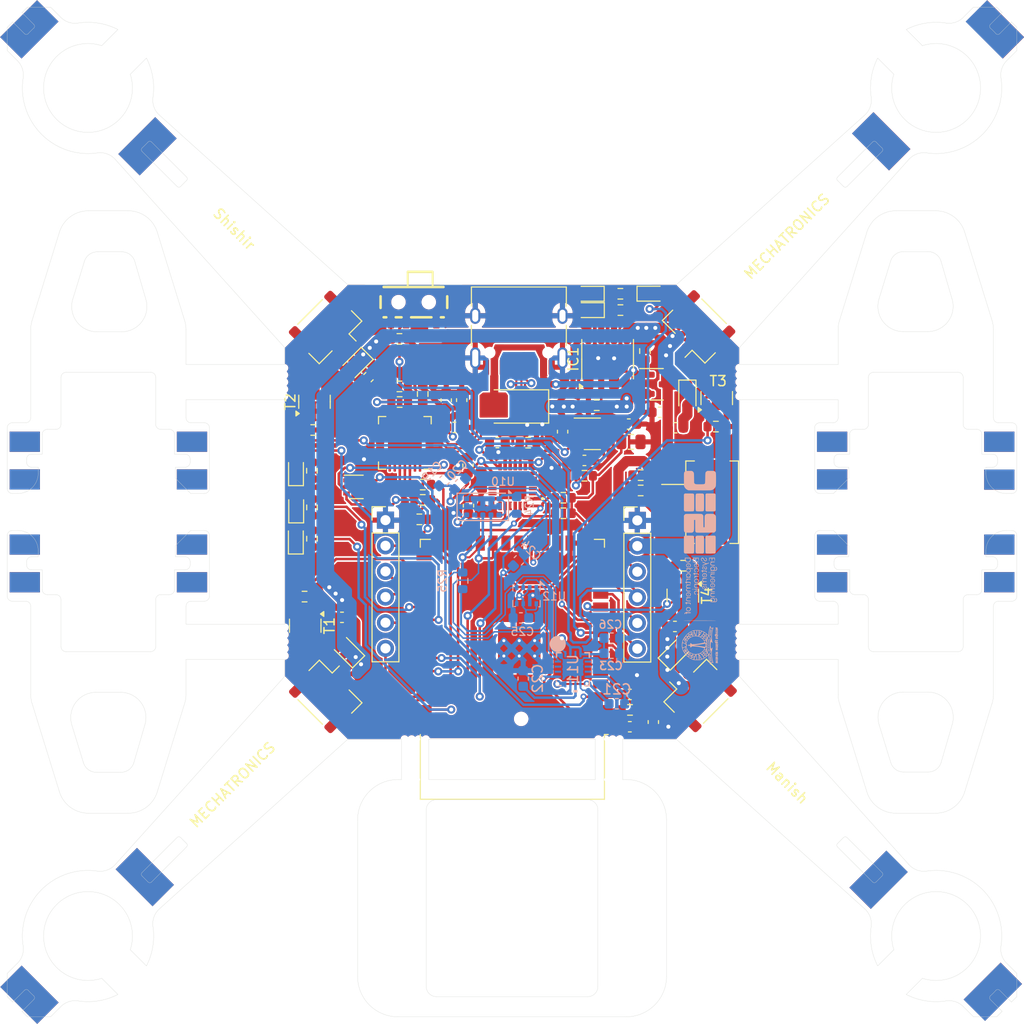
<source format=kicad_pcb>
(kicad_pcb (version 20240108) (generator "pcbnew") (generator_version "8.0")
  (layers (0 "F.Cu" signal) (31 "B.Cu" signal) (34 "B.Paste" user) (35 "F.Paste" user) (36 "B.SilkS" user "B.Silkscreen") (37 "F.SilkS" user "F.Silkscreen") (38 "B.Mask" user) (39 "F.Mask" user) (44 "Edge.Cuts" user))
  (net 0 "")
  (net 1 "VBUS")
  (net 2 "GND")
  (net 3 "Net-(U3-BP)")
  (net 4 "+3V3")
  (net 5 "+BATT")
  (net 6 "Net-(U6-VDD)")
  (net 7 "/EN")
  (net 8 "Net-(U9-REGOUT)")
  (net 9 "Net-(U9-CPOUT)")
  (net 10 "Net-(D2-A)")
  (net 11 "Net-(D3-A)")
  (net 12 "Net-(D4-A)")
  (net 13 "Net-(D5-A)")
  (net 14 "+5V")
  (net 15 "Net-(IC1-PROG)")
  (net 16 "Net-(IC1-~{STDBY})")
  (net 17 "Net-(IC1-~{CHRG})")
  (net 19 "/D+")
  (net 20 "/D-")
  (net 24 "/RXD2")
  (net 25 "/TXD2")
  (net 26 "/SDA")
  (net 27 "/SCL")
  (net 28 "/SRV_1")
  (net 29 "/SRV_2")
  (net 30 "/SRV_3")
  (net 31 "/SRV_4")
  (net 32 "Net-(LED1-A)")
  (net 33 "Net-(LED2-K)")
  (net 34 "Net-(LED3-K)")
  (net 35 "Net-(LED4-K)")
  (net 36 "/LED_1")
  (net 37 "Net-(LED5-K)")
  (net 38 "/LED_2")
  (net 39 "Net-(LED6-K)")
  (net 40 "/LED_3")
  (net 41 "/LDO_H")
  (net 42 "Net-(U6-VBUS)")
  (net 43 "Net-(U6-~{RST})")
  (net 44 "Net-(U6-TXD)")
  (net 45 "/RX")
  (net 46 "Net-(U6-RXD)")
  (net 47 "/TX")
  (net 48 "/IO0")
  (net 49 "Net-(U9-AD0)")
  (net 50 "/MOT_1")
  (net 51 "/MOT_2")
  (net 52 "/MOT_3")
  (net 53 "/MOT_4")
  (net 54 "LDO_EN")
  (net 55 "/ADC_BAT")
  (net 72 "/RTS")
  (net 74 "/DTR")
  (net 77 "/EXI5")
  (net 78 "/EXIO1")
  (net 79 "Net-(U11-SETP)")
  (net 80 "Net-(U11-SETC)")
  (net 81 "Net-(U11-C1)")
  (net 82 "SCL3")
  (net 83 "/EXIO2")
  (net 84 "/EXIO3")
  (net 85 "/EXIO4")
  (net 100 "SDA3")
  (net 101 "INT")
  (net 102 "XSHUT")
  (footprint "ESP32_TouchDown_lib:1mm hole" (layer "F.Cu") (at 153.4 98.67053)
    (property "Reference" "REF**" (hide yes))
    (property "Value" "1mm hole" (hide yes))
  )
  (footprint "ESP32_TouchDown_lib:1mm hole" (layer "F.Cu") (at 153.4 99.373686)
    (property "Reference" "REF**" (hide yes))
    (property "Value" "1mm hole" (hide yes))
  )
  (footprint "ESP32_TouchDown_lib:1mm hole" (layer "F.Cu") (at 140.856842 109.01 90)
    (property "Reference" "REF**" (hide yes))
    (property "Value" "1mm hole" (hide yes))
  )
  (footprint "ESP32_TouchDown_lib:1mm hole" (layer "F.Cu") (at 108.39 99.343686)
    (property "Reference" "REF**" (hide yes))
    (property "Value" "1mm hole" (hide yes))
  )
  (footprint "ESP32_TouchDown_lib:1mm hole" (layer "F.Cu") (at 163.19 74.366842)
    (property "Reference" "REF**" (hide yes))
    (property "Value" "1mm hole" (hide yes))
  )
  (footprint "Resistor_SMD:R_0603_1608Metric" (layer "F.Cu") (at 111.08055 86.05393 -90)
    (property "Reference" "R16" (hide yes))
    (property "Value" "1K")
  )
  (footprint "Package_TO_SOT_SMD:SOT-23" (layer "F.Cu") (at 110.41126 97.77222 -90)
    (property "Reference" "T1")
    (property "Value" "SI2302DS-T1")
  )
  (footprint "ESP32_TouchDown_lib:1mm hole" (layer "F.Cu") (at 153.4 100.076842)
    (property "Reference" "REF**" (hide yes))
    (property "Value" "1mm hole" (hide yes))
  )
  (footprint "ESP32_TouchDown_lib:1mm hole" (layer "F.Cu") (at 163.19 73.663686)
    (property "Reference" "REF**" (hide yes))
    (property "Value" "1mm hole" (hide yes))
  )
  (footprint "Capacitor_SMD:C_0603_1608Metric" (layer "F.Cu") (at 124.37618 75.43546 90)
    (property "Reference" "C7" (hide yes))
    (property "Value" "10uf")
  )
  (footprint "ESP32_TouchDown_lib:1mm hole" (layer "F.Cu") (at 98.6 97.96457)
    (property "Reference" "REF**" (hide yes))
    (property "Value" "1mm hole" (hide yes))
  )
  (footprint "Capacitor_SMD:C_0603_1608Metric" (layer "F.Cu") (at 144.89049 107.31246 90)
    (property "Reference" "C9" (hide yes))
    (property "Value" "10uf")
  )
  (footprint "Resistor_SMD:R_0603_1608Metric" (layer "F.Cu") (at 139.28217 75.93203 180)
    (property "Reference" "Rprog1" (hide yes))
    (property "Value" "3.3K")
  )
  (footprint "Resistor_SMD:R_0603_1608Metric" (layer "F.Cu") (at 135.97763 85.09635)
    (property "Reference" "R12" (hide yes))
    (property "Value" "10k")
  )
  (footprint "Capacitor_SMD:C_0603_1608Metric" (layer "F.Cu") (at 126.57963 85.8774 90)
    (property "Reference" "C13" (hide yes))
    (property "Value" "0.1uf")
  )
  (footprint "Resistor_SMD:R_0603_1608Metric" (layer "F.Cu") (at 111.08055 89.154 -90)
    (property "Reference" "R15" (hide yes))
    (property "Value" "1K")
  )
  (footprint "Resistor_SMD:R_0603_1608Metric" (layer "F.Cu") (at 119.76481 75.61834 180)
    (property "Reference" "R7" (hide yes))
    (property "Value" "10k")
  )
  (footprint "Capacitor_SMD:C_0805_2012Metric" (layer "F.Cu") (at 142.66545 79.56423)
    (property "Reference" "C3" (hide yes))
    (property "Value" "2.2uF")
  )
  (footprint "Resistor_SMD:R_0603_1608Metric" (layer "F.Cu") (at 142.57782 106.11231 180)
    (property "Reference" "R10" (hide yes))
    (property "Value" "10k")
  )
  (footprint "Resistor_SMD:R_0603_1608Metric" (layer "F.Cu") (at 132.48894 79.6417 180)
    (property "Reference" "R13" (hide yes))
    (property "Value" "4.7k")
  )
  (footprint "ESP32_TouchDown_lib:1mm hole" (layer "F.Cu") (at 163.19 72.96053)
    (property "Reference" "REF**" (hide yes))
    (property "Value" "1mm hole" (hide yes))
  )
  (footprint "ESP32_TouchDown_lib:1mm hole" (layer "F.Cu") (at 139.45053 113.01 90)
    (property "Reference" "REF**" (hide yes))
    (property "Value" "1mm hole" (hide yes))
  )
  (footprint "Connector_USB:USB_C_Receptacle_HRO_TYPE-C-31-M-12" (layer "F.Cu") (at 131.57073 68.12407 180)
    (property "Reference" "J1" (hide yes))
    (property "Value" "USB_C_Receptacle_USB2.0")
  )
  (footprint "Resistor_SMD:R_0603_1608Metric" (layer "F.Cu") (at 121.71426 87.2363 180)
    (property "Reference" "R11" (hide yes))
    (property "Value" "10k")
  )
  (footprint "Package_TO_SOT_SMD:SOT-363_SC-70-6" (layer "F.Cu") (at 115.45189 84.02447)
    (property "Reference" "U7" (hide yes))
    (property "Value" "DDC114TU-7-F")
  )
  (footprint "ESP32_TouchDown_lib:1mm hole" (layer "F.Cu") (at 108.39 98.64053)
    (property "Reference" "REF**" (hide yes))
    (property "Value" "1mm hole" (hide yes))
  )
  (footprint "ESP32_TouchDown_lib:1mm hole" (layer "F.Cu") (at 163.2 97.97457)
    (property "Reference" "REF**" (hide yes))
    (property "Value" "1mm hole" (hide yes))
  )
  (footprint "custom:MPU6050" (layer "F.Cu") (at 130.96094 83.93542 180)
    (property "Reference" "U9" (hide yes))
    (property "Value" "MPU-6050" (hide yes))
  )
  (footprint "ESP32_TouchDown_lib:1mm hole" (layer "F.Cu") (at 153.4 74.336842)
    (property "Reference" "REF**" (hide yes))
    (property "Value" "1mm hole" (hide yes))
  )
  (footprint "ESP32_TouchDown_lib:1mm hole" (layer "F.Cu") (at 163.2 99.373686)
    (property "Reference" "REF**" (hide yes))
    (property "Value" "1mm hole" (hide yes))
  )
  (footprint "ESP32_TouchDown_lib:1mm hole" (layer "F.Cu") (at 121.656842 109.01 90)
    (property "Reference" "REF**" (hide yes))
    (property "Value" "1mm hole" (hide yes))
  )
  (footprint "LED_SMD:LED_0603_1608Metric" (layer "F.Cu") (at 138.54716 66.51371 180)
    (property "Reference" "LED3" (hide yes))
    (property "Value" "CHG")
  )
  (footprint "Capacitor_SMD:C_0603_1608Metric" (layer "F.Cu") (at 142.45971 77.8002)
    (property "Reference" "C4" (hide yes))
    (property "Value" "10u")
  )
  (footprint "LED_SMD:LED_0603_1608Metric" (layer "F.Cu") (at 109.49559 82.41284 90)
    (property "Reference" "LED6" (hide yes))
    (property "Value" "LED")
  )
  (footprint "ESP32_TouchDown_lib:1mm hole" (layer "F.Cu") (at 120.953686 109.01 90)
    (property "Reference" "REF**" (hide yes))
    (property "Value" "1mm hole" (hide yes))
  )
  (footprint "LED_SMD:LED_0603_1608Metric" (layer "F.Cu") (at 144.75841 64.88684)
    (property "Reference" "LED1" (hide yes))
    (property "Value" "POW_LED")
  )
  (footprint "ESP32_TouchDown_lib:1mm hole" (layer "F.Cu") (at 140.856842 113.01 90)
    (property "Reference" "REF**" (hide yes))
    (property "Value" "1mm hole" (hide yes))
  )
  (footprint "Package_DFN_QFN:QFN-28-1EP_5x5mm_P0.5mm_EP3.35x3.35mm" (layer "F.Cu") (at 120.27916 79.66456 180)
    (property "Reference" "U6" (hide yes))
    (property "Value" "CP2102N-Axx-xQFN28")
  )
  (footprint "RF_Module:ESP32-WROOM-32" (layer "F.Cu") (at 130.92811 99.10145 180)
    (property "Reference" "U8" (hide yes))
    (property "Value" "ESP32-WROOM-32")
  )
  (footprint "Capacitor_SMD:C_0603_1608Metric" (layer "F.Cu") (at 145.53692 76.63307 180)
    (property "Reference" "C5" (hide yes))
    (property "Value" "10uF")
  )
  (footprint "ESP32_TouchDown_lib:1mm hole" (layer "F.Cu") (at 98.6 98.66053)
    (property "Reference" "REF**" (hide yes))
    (property "Value" "1mm hole" (hide yes))
  )
  (footprint "custom:slide switch spdt" (layer "F.Cu") (at 121.14911 66.14811 180)
    (property "Reference" "SW1" (hide yes))
    (property "Value" "K3-1280S-F1")
  )
  (footprint "ESP32_TouchDown_lib:1mm hole" (layer "F.Cu") (at 141.56 113.01 90)
    (property "Reference" "REF**" (hide yes))
    (property "Value" "1mm hole" (hide yes))
  )
  (footprint "Diode_SMD:D_SOD-323" (layer "F.Cu") (at 147.02409 100.51034 45)
    (property "Reference" "D5" (hide yes))
    (property "Value" "1N4148W")
  )
  (footprint "ESP32_TouchDown_lib:1mm hole" (layer "F.Cu") (at 122.35 113 90)
    (property "Reference" "REF**" (hide yes))
    (property "Value" "1mm hole" (hide yes))
  )
  (footprint "Resistor_SMD:R_0603_1608Metric" (layer "F.Cu") (at 122.04827 74.82586 90)
    (property "Reference" "R6" (hide yes))
    (property "Value" "22.1k")
  )
  (footprint "ESP32_TouchDown_lib:1mm hole" (layer "F.Cu") (at 98.62 74.366842)
    (property "Reference" "REF**" (hide yes))
    (property "Value" "1mm hole" (hide yes))
  )
  (footprint "ESP32_TouchDown_lib:1mm hole" (layer "F.Cu") (at 153.4 72.93053)
    (property "Reference" "REF**" (hide yes))
    (property "Value" "1mm hole" (hide yes))
  )
  (footprint "Resistor_SMD:R_0603_1608Metric" (layer "F.Cu") (at 111.20628 78.38694 180)
    (property "Reference" "R19" (hide yes))
    (property "Value" "10k")
  )
  (footprint "Capacitor_SMD:C_0603_1608Metric" (layer "F.Cu") (at 116.67617 73.152 -135)
    (property "Reference" "C16" (hide yes))
    (property "Value" "1uf")
  )
  (footprint "ESP32_TouchDown_lib:1mm hole" (layer "F.Cu") (at 163.2 98.67053)
    (property "Reference" "REF**" (hide yes))
    (property "Value" "1mm hole" (hide yes))
  )
  (footprint "Resistor_SMD:R_0603_1608Metric" (layer "F.Cu") (at 143.63573 84.37626)
    (property "Reference" "U5" (hide yes))
    (property "Value" "100K")
  )
  (footprint "Resistor_SMD:R_0603_1608Metric" (layer "F.Cu") (at 111.07293 82.423 -90)
    (property "Reference" "R17" (hide yes))
    (property "Value" "1K")
  )
  (footprint "Resistor_SMD:R_0603_1608Metric" (layer "F.Cu") (at 135.97763 86.63432)
    (property "Reference" "R14" (hide yes))
    (property "Value" "10k")
  )
  (footprint "ESP32_TouchDown_lib:1mm hole" (layer "F.Cu") (at 121.646842 113 90)
    (property "Reference" "REF**" (hide yes))
    (property "Value" "1mm hole" (hide yes))
  )
  (footprint "ESP32_TouchDown_lib:1mm hole" (layer "F.Cu") (at 108.39 100.75)
    (property "Reference" "REF**" (hide yes))
    (property "Value" "1mm hole" (hide yes))
  )
  (footprint "ESP32_TouchDown_lib:1mm hole" (layer "F.Cu") (at 108.34 72.94053)
    (property "Reference" "REF**" (hide yes))
    (property "Value" "1mm hole" (hide yes))
  )
  (footprint "Capacitor_SMD:C_0603_1608Metric" (layer "F.Cu") (at 125.90907 75.42784 90)
    (property "Reference" "C6" (hide yes))
    (property "Value" "0.1uf")
  )
  (footprint "Resistor_SMD:R_0603_1608Metric" (layer "F.Cu") (at 141.6304 66.51117)
    (property "Reference" "R4" (hide yes))
    (property "Value" "1.3K")
  )
  (footprint "ESP32_TouchDown_lib:1mm hole" (layer "F.Cu") (at 98.62 72.96053)
    (property "Reference" "REF**" (hide yes))
    (property "Value" "1mm hole" (hide yes))
  )
  (footprint "Capacitor_SMD:C_0603_1608Metric" (layer "F.Cu") (at 138.06424 81.40319 180)
    (property "Reference" "C2" (hide yes))
    (property "Value" "470pF")
  )
  (footprint "Resistor_SMD:R_0603_1608Metric" (layer "F.Cu") (at 147.84451 91.82989)
    (property "Reference" "R21" (hide yes))
    (property "Value" "10k")
  )
  (footprint "ESP32_TouchDown_lib:1mm hole" (layer "F.Cu") (at 98.62 73.663686)
    (property "Reference" "REF**" (hide yes))
    (property "Value" "1mm hole" (hide yes))
  )
  (footprint "Resistor_SMD:R_0603_1608Metric" (layer "F.Cu") (at 110.34522 94.88805)
    (property "Reference" "R18" (hide yes))
    (property "Value" "10k")
  )
  (footprint "Capacitor_SMD:C_0603_1608Metric" (layer "F.Cu") (at 125.18644 78.12913)
    (property "Reference" "C8" (hide yes))
    (property "Value" "1uf")
  )
  (footprint "Capacitor_SMD:C_0603_1608Metric" (layer "F.Cu") (at 147.08632 78.16596)
    (property "Reference" "C17" (hide yes))
    (property "Value" "1uf")
  )
  (footprint "Package_TO_SOT_SMD:SOT-23" (layer "F.Cu") (at 147.80768 94.79661 -90)
    (property "Reference" "T4")
    (property "Value" "SI2302DS-T1")
  )
  (footprint "ESP32_TouchDown_lib:1mm hole" (layer "F.Cu") (at 108.34 74.346842)
    (property "Reference" "REF**" (hide yes))
    (property "Value" "1mm hole" (hide yes))
  )
  (footprint "Connector_JST:JST_GH_SM02B-GHS-TB_1x02-1MP_P1.25mm_Horizontal" (layer "F.Cu") (at 112.69726 68.50253 -135)
    (property "Reference" "J5" (hide yes))
    (property "Value" "Conn_01x02_Female")
  )
  (footprint "ESP32_TouchDown_lib:1mm hole" (layer "F.Cu") (at 98.62 72.26457)
    (property "Reference" "REF**" (hide yes))
    (property "Value" "1mm hole" (hide yes))
  )
  (footprint "ESP32_TouchDown_lib:1mm hole" (layer "F.Cu") (at 153.4 73.633686)
    (property "Reference" "REF**" (hide yes))
    (property "Value" "1mm hole" (hide yes))
  )
  (footprint "ESP32_TouchDown_lib:1mm hole" (layer "F.Cu") (at 153.4 100.78)
    (property "Reference" "REF**" (hide yes))
    (property "Value" "1mm hole" (hide yes))
  )
  (footprint "Package_TO_SOT_SMD:SOT-23" (layer "F.Cu") (at 111.32947 75.59294 90)
    (property "Reference" "T2")
    (property "Value" "SI2302DS-T1")
  )
  (footprint "Resistor_SMD:R_0603_1608Metric" (layer "F.Cu") (at 143.63573 82.85607 180)
    (property "Reference" "U4" (hide yes))
    (property "Value" "100K")
  )
  (footprint "Resistor_SMD:R_0603_1608Metric" (layer "F.Cu") (at 119.74322 74.06894)
    (property "Reference" "R5" (hide yes))
    (property "Value" "47.5k")
  )
  (footprint "ESP32_TouchDown_lib:1mm hole" (layer "F.Cu") (at 153.4 97.97457)
    (property "Reference" "REF**" (hide yes))
    (property "Value" "1mm hole" (hide yes))
  )
  (footprint "ESP32_TouchDown_lib:1mm hole" (layer "F.Cu") (at 108.39 97.94457)
    (property "Reference" "REF**" (hide yes))
    (property "Value" "1mm hole" (hide yes))
  )
  (footprint "Diode_SMD:D_SOD-323" (layer "F.Cu") (at 115.48872 71.85533 -135)
    (property "Reference" "D3" (hide yes))
    (property "Value" "1N4148W")
  )
  (footprint "ESP32_TouchDown_lib:1mm hole" (layer "F.Cu") (at 108.34 73.643686)
    (property "Reference" "REF**" (hide yes))
    (property "Value" "1mm hole" (hide yes))
  )
  (footprint "Capacitor_SMD:C_0603_1608Metric" (layer "F.Cu") (at 142.56161 107.77982)
    (property "Reference" "C10" (hide yes))
    (property "Value" "1uf")
  )
  (footprint "Connector_JST:JST_GH_SM02B-GHS-TB_1x02-1MP_P1.25mm_Horizontal" (layer "F.Cu") (at 149.25421 104.41305 45)
    (property "Reference" "J4" (hide yes))
    (property "Value" "Conn_01x02_Female")
  )
  (footprint "ESP32_TouchDown_lib:1mm hole" (layer "F.Cu") (at 163.2 100.076842)
    (property "Reference" "REF**" (hide yes))
    (property "Value" "1mm hole" (hide yes))
  )
  (footprint "ESP32_TouchDown_lib:1mm hole" (layer "F.Cu") (at 122.36 109.01 90)
    (property "Reference" "REF**" (hide yes))
    (property "Value" "1mm hole" (hide yes))
  )
  (footprint "ESP32_TouchDown_lib:1mm hole" (layer "F.Cu") (at 98.62 75.07)
    (property "Reference" "REF**" (hide yes))
    (property "Value" "1mm hole" (hide yes))
  )
  (footprint "Diode_SMD:D_SOD-323" (layer "F.Cu") (at 148.26107 74.94397 -90)
    (property "Reference" "D4" (hide yes))
    (property "Value" "1N4148W")
  )
  (footprint "Resistor_SMD:R_0603_1608Metric" (layer "F.Cu") (at 138.07313 82.91957)
    (property "Reference" "R1" (hide yes))
    (property "Value" "470R")
  )
  (footprint "ESP32_TouchDown_lib:1mm hole" (layer "F.Cu") (at 120.24053 113 90)
    (property "Reference" "REF**" (hide yes))
    (property "Value" "1mm hole" (hide yes))
  )
  (footprint "ESP32_TouchDown_lib:1mm hole" (layer "F.Cu") (at 98.6 100.77)
    (property "Reference" "REF**" (hide yes))
    (property "Value" "1mm hole" (hide yes))
  )
  (footprint "ESP32_TouchDown_lib:1mm hole" (layer "F.Cu") (at 153.4 72.23457)
    (property "Reference" "REF**" (hide yes))
    (property "Value" "1mm hole" (hide yes))
  )
  (footprint "ESP32_TouchDown_lib:1mm hole" (layer "F.Cu") (at 120.943686 113 90)
    (property "Reference" "REF**" (hide yes))
    (property "Value" "1mm hole" (hide yes))
  )
  (footprint "Capacitor_SMD:C_0603_1608Metric" (layer "F.Cu") (at 147.02917 97.84588)
    (property "Reference" "C18" (hide yes))
    (property "Value" "1uf")
  )
  (footprint "Capacitor_SMD:C_0603_1608Metric" (layer "F.Cu") (at 142.56258 104.58069)
    (property "Reference" "C11" (hide yes))
    (property "Value" "0.1uf")
  )
  (footprint "Capacitor_SMD:C_0603_1608Metric" (layer "F.Cu") (at 126.53264 81.88833 90)
    (property "Reference" "C14" (hide yes))
    (property "Value" "10uf")
  )
  (footprint "Resistor_SMD:R_0603_1608Metric" (layer "F.Cu") (at 122.05081 83.78952)
    (property "Reference" "R8" (hide yes))
    (property "Value" "1k")
  )
  (footprint "Package_TO_SOT_SMD:SOT-23" (layer "F.Cu") (at 151.16937 75.22464 90)
    (property "Reference" "T3")
    (property "Value" "SI2302DS-T1")
  )
  (footprint "Resistor_SMD:R_0603_1608Metric" (layer "F.Cu") (at 144.06118 70.56755 90)
    (property "Reference" "U1" (hide yes))
    (property "Value" "100K")
  )
  (footprint "Connector_JST:JST_PH_B2B-PH-SM4-TB_1x02-1MP_P2.00mm_Vertical" (layer "F.Cu") (at 148.96503 85.54085 -90)
    (property "Reference" "J3" (hide yes))
    (property "Value" "B2B-PH-SM4-TB(LF)(SN)")
  )
  (footprint "LED_SMD:LED_0603_1608Metric" (layer "F.Cu") (at 109.51464 86.09997 90)
    (property "Reference" "LED5" (hide yes))
    (property "Value" "LED")
  )
  (footprint "ESP32_TouchDown_lib:1mm hole" (layer "F.Cu") (at 108.39 100.046842)
    (property "Reference" "REF**" (hide yes))
    (property "Value" "1mm hole" (hide yes))
  )
  (footprint "Resistor_SMD:R_0603_1608Metric" (layer "F.Cu") (at 141.62278 64.89573)
    (property "Reference" "R3" (hide yes))
    (property "Value" "1.3K")
  )
  (footprint "Package_TO_SOT_SMD:SOT-23-5" (layer "F.Cu") (at 138.85037 78.7654)
    (property "Reference" "U3" (hide yes))
    (property "Value" "MIC5219-3.3YM5")
  )
  (footprint "Connector_PinHeader_2.54mm:PinHeader_1x06_P2.54mm_Vertical" (layer "F.Cu") (at 118.35892 87.31377)
    (property "Reference" "J8" (hide yes))
    (property "Value" "Conn_01x06_Female" (hide yes))
  )
  (footprint "ESP32_TouchDown_lib:1mm hole" (layer "F.Cu") (at 153.4 75.04)
    (property "Reference" "REF**" (hide yes))
    (property "Value" "1mm hole" (hide yes))
  )
  (footprint "Resistor_SMD:R_0603_1608Metric" (layer "F.Cu") (at 119.74195 69.36486 180)
    (property "Reference" "R2" (hide yes))
    (property "Value" "100K")
  )
  (footprint "ESP32_TouchDown_lib:1mm hole" (layer "F.Cu") (at 98.6 99.363686)
    (property "Reference" "REF**" (hide yes))
    (property "Value" "1mm hole" (hide yes))
  )
  (footprint "Diode_SMD:D_SMA" (layer "F.Cu") (at 131.12242 76.05649 180)
    (property "Reference" "D1" (hide yes))
    (property "Value" "SS34")
  )
  (footprint "ESP32_TouchDown_lib:1mm hole" (layer "F.Cu") (at 120.25053 109.01 90)
    (property "Reference" "REF**" (hide yes))
    (property "Value" "1mm hole" (hide yes))
  )
  (footprint "Capacitor_SMD:C_0603_1608Metric" (layer "F.Cu") (at 129.44221 79.63535 180)
    (property "Reference" "C12" (hide yes))
    (property "Value" "0.1uf")
  )
  (footprint "Resistor_SMD:R_0603_1608Metric" (layer "F.Cu") (at 151.08428 78.04785 180)
    (property "Reference" "R20" (hide yes))
    (property "Value" "10k")
  )
  (footprint "ESP32_TouchDown_lib:1mm hole" (layer "F.Cu") (at 139.45053 109.01 90)
    (property "Reference" "REF**" (hide yes))
    (property "Value" "1mm hole" (hide yes))
  )
  (footprint "Capacitor_SMD:C_0603_1608Metric" (layer "F.Cu") (at 135.90397 78.55204 -90)
    (property "Reference" "C1" (hide yes))
    (property "Value" "10u")
  )
  (footprint "ESP32_TouchDown_lib:1mm hole" (layer "F.Cu") (at 98.6 100.066842)
    (property "Reference" "REF**" (hide yes))
    (property "Value" "1mm hole" (hide yes))
  )
  (footprint "LED_SMD:LED_0603_1608Metric" (layer "F.Cu") (at 138.53668 64.89827 180)
    (property "Reference" "LED2" (hide yes))
    (property "Value" "CHG")
  )
  (footprint "Package_SO:SOIC-8-1EP_3.9x4.9mm_P1.27mm_EP2.29x3mm" (layer "F.Cu") (at 140.36167 71.37527 90)
    (property "Reference" "IC1")
    (property "Value" "TP4056")
  )
  (footprint "" (layer "F.Cu") (at 131.8 107)
    (property "Reference" "")
    (property "Value" "")
  )
  (footprint "Connector_JST:JST_GH_SM02B-GHS-TB_1x02-1MP_P1.25mm_Horizontal" (layer "F.Cu") (at 149.10054 68.44284 135)
    (property "Reference" "J6" (hide yes))
    (property "Value" "Conn_01x02_Female")
  )
  (footprint "ESP32_TouchDown_lib:1mm hole" (layer "F.Cu") (at 108.34 75.05)
    (property "Reference" "REF**" (hide yes))
    (property "Value" "1mm hole" (hide yes))
  )
  (footprint "LED_SMD:LED_0603_1608Metric" (layer "F.Cu") (at 109.48162 89.18353 90)
    (property "Reference" "LED4" (hide yes))
    (property "Value" "LED")
  )
  (footprint "ESP32_TouchDown_lib:1mm hole" (layer "F.Cu") (at 163.2 100.78)
    (property "Reference" "REF**" (hide yes))
    (property "Value" "1mm hole" (hide yes))
  )
  (footprint "Package_TO_SOT_SMD:SOT-23" (layer "F.Cu") (at 145.2245 73.86066)
    (property "Reference" "U2" (hide yes))
    (property "Value" "AO3401")
  )
  (footprint "ESP32_TouchDown_lib:1mm hole" (layer "F.Cu") (at 140.153686 113.01 90)
    (property "Reference" "REF**" (hide yes))
    (property "Value" "1mm hole" (hide yes))
  )
  (footprint "ESP32_TouchDown_lib:1mm hole" (layer "F.Cu") (at 140.153686 109.01 90)
    (property "Reference" "REF**" (hide yes))
    (property "Value" "1mm hole" (hide yes))
  )
  (footprint "ESP32_TouchDown_lib:1mm hole" (layer "F.Cu") (at 163.19 75.07)
    (property "Reference" "REF**" (hide yes))
    (property "Value" "1mm hole" (hide yes))
  )
  (footprint "ESP32_TouchDown_lib:1mm hole" (layer "F.Cu") (at 141.56 109.01 90)
    (property "Reference" "REF**" (hide yes))
    (property "Value" "1mm hole" (hide yes))
  )
  (footprint "ESP32_TouchDown_lib:1mm hole" (layer "F.Cu") (at 163.19 72.26457)
    (property "Reference" "REF**" (hide yes))
    (property "Value" "1mm hole" (hide yes))
  )
  (footprint "Connector_JST:JST_GH_SM02B-GHS-TB_1x02-1MP_P1.25mm_Horizontal" (layer "F.Cu") (at 112.7125 104.50576 -45)
    (property "Reference" "J2" (hide yes))
    (property "Value" "Conn_01x02_Female")
  )
  (footprint "Capacitor_SMD:C_0603_1608Metric" (layer "F.Cu") (at 114.05108 96.94164 180)
    (property "Reference" "C15" (hide yes))
    (property "Value" "1uf")
  )
  (footprint "Resistor_SMD:R_0603_1608Metric" (layer "F.Cu") (at 122.04954 85.30971)
    (property "Reference" "R9" (hide yes))
    (property "Value" "1k")
  )
  (footprint "Connector_PinHeader_2.54mm:PinHeader_1x06_P2.54mm_Vertical" (layer "F.Cu") (at 143.30299 87.34171)
    (property "Reference" "J9" (hide yes))
    (property "Value" "Conn_01x06_Female" (hide yes))
  )
  (footprint "Diode_SMD:D_SOD-323" (layer "F.Cu") (at 114.63655 100.28682 135)
    (property "Reference" "D2" (hide yes))
    (property "Value" "1N4148W")
  )
  (footprint "Capacitor_SMD:C_0603_1608Metric" (layer "B.Cu") (at 125.75 83.74 45)
    (property "Reference" "C20")
    (property "Value" "0.1uf")
  )
  (footprint "ESP32_TouchDown_lib:1mm hole" (layer "B.Cu") (at 108.34 72.24457 180)
    (property "Reference" "REF**" (hide yes))
    (property "Value" "1mm hole" (hide yes))
  )
  (footprint "Capacitor_SMD:C_0603_1608Metric" (layer "B.Cu") (at 131.775 97 180)
    (property "Reference" "C25")
    (property "Value" "100nF")
  )
  (footprint "Resistor_SMD:R_0603_1608Metric" (layer "B.Cu") (at 131.35 85.86 -90)
    (property "Reference" "R24")
    (property "Value" "2.2K")
  )
  (footprint "Capacitor_SMD:C_0603_1608Metric" (layer "B.Cu") (at 140.775 99)
    (property "Reference" "C23")
    (property "Value" "0.1uf")
  )
  (footprint "Sensor_Distance:ST_VL53L1x" (layer "B.Cu") (at 128 86 180)
    (property "Reference" "U10")
    (property "Value" "VL53L0CXV0DH1")
  )
  (footprint "Package_LGA:Bosch_LGA-8_2x2.5mm_P0.65mm_ClockwisePinNumbering" (layer "B.Cu") (at 132.325 94.8 180)
    (property "Reference" "U12")
    (property "Value" "BMP280")
  )
  (footprint "Capacitor_SMD:C_0603_1608Metric" (layer "B.Cu") (at 140.775 100.5 180)
    (property "Reference" "C26")
    (property "Value" "100nF")
  )
  (footprint "LOGO" (layer "B.Cu") (at 149.5 92 -90)
    (property "Reference" "G***" (hide yes))
    (property "Value" "LOGO" (hide yes))
  )
  (footprint "Capacitor_SMD:C_0603_1608Metric" (layer "B.Cu") (at 141.275 105.5 180)
    (property "Reference" "C21")
    (property "Value" "0.22uf")
  )
  (footprint "Capacitor_SMD:C_0603_1608Metric" (layer "B.Cu") (at 124.21 83.36 45)
    (property "Reference" "C19")
    (property "Value" "1uf")
  )
  (footprint "Capacitor_SMD:C_0603_1608Metric" (layer "B.Cu") (at 132 103 90)
    (property "Reference" "C22")
    (property "Value" "0.22uf")
  )
  (footprint "Capacitor_SMD:C_0603_1608Metric" (layer "B.Cu") (at 131.57 91.29 45)
    (property "Reference" "C24")
    (property "Value" "1uf")
  )
  (footprint "Resistor_SMD:R_0603_1608Metric" (layer "B.Cu") (at 126 93.325 -90)
    (property "Reference" "R25")
    (property "Value" "2.2K")
  )
  (footprint "magnetometer:LPCC16_HNW" (layer "B.Cu") (at 136.925 102.075 -90)
    (property "Reference" "U11")
    (property "Value" "HMC5883L")
  )
  (gr_poly (pts (xy 100.69741 78.54899) (xy 97.69742 78.54899) (xy 97.69742 80.54899) (xy 100.69741 80.54899)) (fill solid) (layer "F.Cu"))
  (gr_poly (pts (xy 175.83994 37.939282) (xy 179.50389 41.604502) (xy 181.62098 39.478522) (xy 177.96211 35.817112)) (fill solid) (layer "F.Cu"))
  (gr_poly (pts (xy 85.98916 135.09244) (xy 82.32521 131.42722) (xy 80.20812 133.5532) (xy 83.86699 137.21461)) (fill solid) (layer "F.Cu"))
  (gr_poly (pts (xy 84.13737 82.28279) (xy 81.13738 82.28279) (xy 81.13738 84.28279) (xy 84.13737 84.28279)) (fill solid) (layer "F.Cu"))
  (gr_poly (pts (xy 100.69741 82.28279) (xy 97.69742 82.28279) (xy 97.69742 84.28279) (xy 100.69741 84.28279)) (fill solid) (layer "F.Cu"))
  (gr_poly (pts (xy 84.13737 92.46819) (xy 81.13738 92.46819) (xy 81.13738 94.46819) (xy 84.13737 94.46819)) (fill solid) (layer "F.Cu"))
  (gr_poly (pts (xy 94.013711 53.175414) (xy 97.678931 49.511464) (xy 95.552951 47.394374) (xy 91.891541 51.053244)) (fill solid) (layer "F.Cu"))
  (gr_poly (pts (xy 82.30997 41.59631) (xy 85.97519 37.93236) (xy 83.84921 35.81527) (xy 80.1878 39.47414)) (fill solid) (layer "F.Cu"))
  (gr_poly (pts (xy 180.65737 82.30184) (xy 177.65738 82.30184) (xy 177.65738 84.30184) (xy 180.65737 84.30184)) (fill solid) (layer "F.Cu"))
  (gr_poly (pts (xy 84.13737 88.73439) (xy 81.13738 88.73439) (xy 81.13738 90.73439) (xy 84.13737 90.73439)) (fill solid) (layer "F.Cu"))
  (gr_poly (pts (xy 84.13737 78.54899) (xy 81.13738 78.54899) (xy 81.13738 80.54899) (xy 84.13737 80.54899)) (fill solid) (layer "F.Cu"))
  (gr_poly (pts (xy 164.09657 92.46819) (xy 161.09658 92.46819) (xy 161.09658 94.46819) (xy 164.09657 94.46819)) (fill solid) (layer "F.Cu"))
  (gr_poly (pts (xy 164.574045 49.020737) (xy 168.237995 52.685957) (xy 170.355085 50.559977) (xy 166.696215 46.898567)) (fill solid) (layer "F.Cu"))
  (gr_poly (pts (xy 164.09657 82.28279) (xy 161.09658 82.28279) (xy 161.09658 84.28279) (xy 164.09657 84.28279)) (fill solid) (layer "F.Cu"))
  (gr_poly (pts (xy 100.69741 88.73439) (xy 97.69742 88.73439) (xy 97.69742 90.73439) (xy 100.69741 90.73439)) (fill solid) (layer "F.Cu"))
  (gr_poly (pts (xy 180.65737 92.46184) (xy 177.65738 92.46184) (xy 177.65738 94.46184) (xy 180.65737 94.46184)) (fill solid) (layer "F.Cu"))
  (gr_poly (pts (xy 100.69741 92.46819) (xy 97.69742 92.46819) (xy 97.69742 94.46819) (xy 100.69741 94.46819)) (fill solid) (layer "F.Cu"))
  (gr_poly (pts (xy 167.966213 120.047966) (xy 164.300993 123.711916) (xy 166.426973 125.829006) (xy 170.088383 122.170136)) (fill solid) (layer "F.Cu"))
  (gr_poly (pts (xy 179.287742 131.128072) (xy 175.622522 134.792022) (xy 177.748502 136.909112) (xy 181.409912 133.250242)) (fill solid) (layer "F.Cu"))
  (gr_poly (pts (xy 180.65737 78.54899) (xy 177.65738 78.54899) (xy 177.65738 80.54899) (xy 180.65737 80.54899)) (fill solid) (layer "F.Cu"))
  (gr_poly (pts (xy 180.65737 88.73439) (xy 177.65738 88.73439) (xy 177.65738 90.73439) (xy 180.65737 90.73439)) (fill solid) (layer "F.Cu"))
  (gr_poly (pts (xy 164.09657 78.54899) (xy 161.09658 78.54899) (xy 161.09658 80.54899) (xy 164.09657 80.54899)) (fill solid) (layer "F.Cu"))
  (gr_poly (pts (xy 97.411917 123.437451) (xy 93.747967 119.772231) (xy 91.630877 121.898211) (xy 95.289747 125.559621)) (fill solid) (layer "F.Cu"))
  (gr_poly (pts (xy 164.09657 88.73439) (xy 161.09658 88.73439) (xy 161.09658 90.73439) (xy 164.09657 90.73439)) (fill solid) (layer "F.Cu"))
  (gr_poly (pts (xy 168.227882 52.684779) (xy 164.562662 49.020829) (xy 166.688642 46.903739) (xy 170.350052 50.562609)) (fill solid) (layer "B.Cu"))
  (gr_poly (pts (xy 84.13521 78.54975) (xy 81.13522 78.54975) (xy 81.13522 80.54975) (xy 84.13521 80.54975)) (fill solid) (layer "B.Cu"))
  (gr_poly (pts (xy 84.13521 88.73515) (xy 81.13522 88.73515) (xy 81.13522 90.73515) (xy 84.13521 90.73515)) (fill solid) (layer "B.Cu"))
  (gr_poly (pts (xy 180.65521 92.4626) (xy 177.65522 92.4626) (xy 177.65522 94.4626) (xy 180.65521 94.4626)) (fill solid) (layer "B.Cu"))
  (gr_poly (pts (xy 180.65521 78.54975) (xy 177.65522 78.54975) (xy 177.65522 80.54975) (xy 180.65521 80.54975)) (fill solid) (layer "B.Cu"))
  (gr_poly (pts (xy 180.65521 88.73515) (xy 177.65522 88.73515) (xy 177.65522 90.73515) (xy 180.65521 90.73515)) (fill solid) (layer "B.Cu"))
  (gr_poly (pts (xy 179.284972 131.139272) (xy 175.619752 134.803222) (xy 177.745732 136.920312) (xy 181.407142 133.261442)) (fill solid) (layer "B.Cu"))
  (gr_poly (pts (xy 97.41012 123.438588) (xy 93.74617 119.773368) (xy 91.62908 121.899348) (xy 95.28795 125.560758)) (fill solid) (layer "B.Cu"))
  (gr_poly (pts (xy 164.09441 88.73515) (xy 161.09442 88.73515) (xy 161.09442 90.73515) (xy 164.09441 90.73515)) (fill solid) (layer "B.Cu"))
  (gr_poly (pts (xy 167.970803 120.041992) (xy 164.305583 123.705942) (xy 166.431563 125.823032) (xy 170.092973 122.164162)) (fill solid) (layer "B.Cu"))
  (gr_poly (pts (xy 164.09441 92.46895) (xy 161.09442 92.46895) (xy 161.09442 94.46895) (xy 164.09441 94.46895)) (fill solid) (layer "B.Cu"))
  (gr_poly (pts (xy 82.31124 41.59758) (xy 85.97646 37.93363) (xy 83.85048 35.81654) (xy 80.18907 39.47541)) (fill solid) (layer "B.Cu"))
  (gr_poly (pts (xy 94.014981 53.176684) (xy 97.680201 49.512734) (xy 95.554221 47.395644) (xy 91.892811 51.054514)) (fill solid) (layer "B.Cu"))
  (gr_poly (pts (xy 100.69525 88.73515) (xy 97.69526 88.73515) (xy 97.69526 90.73515) (xy 100.69525 90.73515)) (fill solid) (layer "B.Cu"))
  (gr_poly (pts (xy 164.09441 82.28355) (xy 161.09442 82.28355) (xy 161.09442 84.28355) (xy 164.09441 84.28355)) (fill solid) (layer "B.Cu"))
  (gr_poly (pts (xy 179.483713 41.601388) (xy 175.818493 37.937438) (xy 177.944473 35.820348) (xy 181.605883 39.479218)) (fill solid) (layer "B.Cu"))
  (gr_poly (pts (xy 84.13521 82.28355) (xy 81.13522 82.28355) (xy 81.13522 84.28355) (xy 84.13521 84.28355)) (fill solid) (layer "B.Cu"))
  (gr_poly (pts (xy 84.13521 92.46895) (xy 81.13522 92.46895) (xy 81.13522 94.46895) (xy 84.13521 94.46895)) (fill solid) (layer "B.Cu"))
  (gr_poly (pts (xy 100.69525 78.54975) (xy 97.69526 78.54975) (xy 97.69526 80.54975) (xy 100.69525 80.54975)) (fill solid) (layer "B.Cu"))
  (gr_poly (pts (xy 85.987363 135.093577) (xy 82.323413 131.428357) (xy 80.206323 133.554337) (xy 83.865193 137.215747)) (fill solid) (layer "B.Cu"))
  (gr_poly (pts (xy 100.69525 92.46895) (xy 97.69526 92.46895) (xy 97.69526 94.46895) (xy 100.69525 94.46895)) (fill solid) (layer "B.Cu"))
  (gr_poly (pts (xy 100.69525 82.28355) (xy 97.69526 82.28355) (xy 97.69526 84.28355) (xy 100.69525 84.28355)) (fill solid) (layer "B.Cu"))
  (gr_poly (pts (xy 164.09441 78.54975) (xy 161.09442 78.54975) (xy 161.09442 80.54975) (xy 164.09441 80.54975)) (fill solid) (layer "B.Cu"))
  (gr_poly (pts (xy 180.65521 82.3026) (xy 177.65522 82.3026) (xy 177.65522 84.3026) (xy 180.65521 84.3026)) (fill solid) (layer "B.Cu"))
  (gr_arc (start 89.744997 112.289635) (mid 88.937928 112.034254) (end 88.445001 111.346067) (stroke (width 0.0254)) (layer "Edge.Cuts"))
  (gr_arc (start 95.10218 72.67372) (mid 95.455635 72.820132) (end 95.60204 73.17359) (stroke (width 0.0254)) (layer "Edge.Cuts"))
  (gr_arc (start 81.96174 88.34323) (mid 83.375954 88.929016) (end 83.96174 90.34323) (stroke (width 0.0254)) (layer "Edge.Cuts"))
  (gr_line (start 83.96174 82.6737) (end 83.96174 82.07375) (stroke (width 0.0254)) (layer "Edge.Cuts"))
  (gr_line (start 108.39755 97.61652) (end 98.6023 97.61652) (stroke (width 0.0254)) (layer "Edge.Cuts"))
  (gr_arc (start 177.43323 94.19336) (mid 177.286821 94.546821) (end 176.93336 94.69323) (stroke (width 0.0254)) (layer "Edge.Cuts"))
  (gr_line (start 97.46158 92.2434) (end 97.46158 94.19336) (stroke (width 0.0254)) (layer "Edge.Cuts"))
  (gr_line (start 81.43774 37.96817) (end 80.89748 38.50843) (stroke (width 0.0254)) (layer "Edge.Cuts"))
  (gr_line (start 83.96174 90.94343) (end 83.96174 90.34323) (stroke (width 0.0254)) (layer "Edge.Cuts"))
  (gr_line (start 97.46158 78.82357) (end 97.46158 80.77378) (stroke (width 0.0254)) (layer "Edge.Cuts"))
  (gr_arc (start 167.53129 50.44186) (mid 167.613116 50.614349) (end 167.549525 50.79436) (stroke (width 0.0254)) (layer "Edge.Cuts"))
  (gr_arc (start 82.4705 129.48056) (mid 84.285193 123.92837) (end 89.824564 122.074913) (stroke (width 0.0254)) (layer "Edge.Cuts"))
  (gr_arc (start 163.2834 82.07375) (mid 162.929755 81.927265) (end 162.78327 81.57362) (stroke (width 0.0254)) (layer "Edge.Cuts"))
  (gr_arc (start 146.19758 132.5085) (mid 145.02601 135.33692) (end 142.19759 136.50849) (stroke (width 0.0254)) (layer "Edge.Cuts"))
  (gr_line (start 82.81162 91.74328) (end 82.81162 91.4433) (stroke (width 0.0254)) (layer "Edge.Cuts"))
  (gr_line (start 98.6023 104.58094) (end 98.6023 101.11638) (stroke (width 0.0254)) (layer "Edge.Cuts"))
  (gr_arc (start 164.070152 54.276373) (mid 163.89 54.34) (end 163.717419 54.258013) (stroke (width 0.0254)) (layer "Edge.Cuts"))
  (gr_line (start 162.73323 84.67369) (end 164.23336 83.17357) (stroke (width 0.0254)) (layer "Edge.Cuts"))
  (gr_arc (start 96.10217 78.32369) (mid 95.748532 78.177208) (end 95.60205 77.82357) (stroke (width 0.0254)) (layer "Edge.Cuts"))
  (gr_arc (start 98.46793 67.54901) (mid 98.568337 67.987453) (end 98.602059 68.43598) (stroke (width 0.0254)) (layer "Edge.Cuts"))
  (gr_arc (start 98.665118 53.335878) (mid 98.728745 53.516034) (end 98.646758 53.688611) (stroke (width 0.0254)) (layer "Edge.Cuts"))
  (gr_line (start 176.6029 136.50849) (end 178.89754 136.50849) (stroke (width 0.0254)) (layer "Edge.Cuts"))
  (gr_arc (start 180.39741 88.34323) (mid 180.751049 88.489718) (end 180.89753 88.84336) (stroke (width 0.0254)) (layer "Edge.Cuts"))
  (gr_line (start 100.42576 77.67371) (end 99.10217 77.67371) (stroke (width 0.0254)) (layer "Edge.Cuts"))
  (gr_arc (start 95.18346 123.16054) (mid 95.003305 123.224152) (end 94.830727 123.14218) (stroke (width 0.0254)) (layer "Edge.Cuts"))
  (gr_line (start 94.26372 122.57507) (end 94.830727 123.14218) (stroke (width 0.0254)) (layer "Edge.Cuts"))
  (gr_arc (start 179.83327 84.67369) (mid 178.41907 84.087903) (end 177.83329 82.6737) (stroke (width 0.0254)) (layer "Edge.Cuts"))
  (gr_arc (start 81.39761 95.34322) (mid 81.044149 95.196811) (end 80.89774 94.84335) (stroke (width 0.0254)) (layer "Edge.Cuts"))
  (gr_arc (start 178.26457 134.79475) (mid 178.191601 134.61194) (end 178.273666 134.433028) (stroke (width 0.0254)) (layer "Edge.Cuts"))
  (gr_line (start 153.39746 101.11638) (end 163.19272 101.11638) (stroke (width 0.0254)) (layer "Edge.Cuts"))
  (gr_line (start 83.3115 90.94343) (end 83.96174 90.94343) (stroke (width 0.0254)) (layer "Edge.Cuts"))
  (gr_line (start 81.39761 84.67369) (end 81.96174 84.67369) (stroke (width 0.0254)) (layer "Edge.Cuts"))
  (gr_line (start 108.39755 101.11638) (end 108.39755 102.76891) (stroke (width 0.0254)) (layer "Edge.Cuts"))
  (gr_arc (start 82.72095 95.34322) (mid 83.074582 95.489705) (end 83.22106 95.84334) (stroke (width 0.0254)) (layer "Edge.Cuts"))
  (gr_line (start 99.01174 91.4433) (end 99.01174 91.74328) (stroke (width 0.0254)) (layer "Edge.Cuts"))
  (gr_arc (start 166.69284 100.34321) (mid 166.339379 100.196801) (end 166.19297 99.84334) (stroke (width 0.0254)) (layer "Edge.Cuts"))
  (gr_line (start 84.36153 92.2434) (end 83.3115 92.2434) (stroke (width 0.0254)) (layer "Edge.Cuts"))
  (gr_arc (start 139.39749 133.5085) (mid 139.104593 134.2156) (end 138.39749 134.50849) (stroke (width 0.0254)) (layer "Edge.Cuts"))
  (gr_arc (start 88.93277 116.34089) (mid 87.152449 115.755524) (end 86.066887 114.227861) (stroke (width 0.0254)) (layer "Edge.Cuts"))
  (gr_arc (start 123.39752 134.50849) (mid 122.69042 134.2156) (end 122.39753 133.5085) (stroke (width 0.0254)) (layer "Edge.Cuts"))
  (gr_line (start 172.86224 56.67604) (end 168.90442 56.67604) (stroke (width 0.0254)) (layer "Edge.Cuts"))
  (gr_line (start 160.86913 88.84336) (end 160.86913 94.84335) (stroke (width 0.0254)) (layer "Edge.Cuts"))
  (gr_line (start 178.57394 77.17358) (end 178.57394 68.43598) (stroke (width 0.0254)) (layer "Edge.Cuts"))
  (gr_line (start 98.6023 75.40041) (end 108.39755 75.40041) (stroke (width 0.0254)) (layer "Edge.Cuts"))
  (gr_arc (start 171.97426 122.07443) (mid 171.008264 121.975464) (end 170.202724 121.433202) (stroke (width 0.0254)) (layer "Edge.Cuts"))
  (gr_arc (start 100.92589 94.84335) (mid 100.779405 95.196995) (end 100.42576 95.34348) (stroke (width 0.0254)) (layer "Edge.Cuts"))
  (gr_line (start 141.84757 109.00842) (end 147.15795 109.00842) (stroke (width 0.0254)) (layer "Edge.Cuts"))
  (gr_arc (start 95.6023 95.19336) (mid 95.748709 94.839899) (end 96.10217 94.69349) (stroke (width 0.0254)) (layer "Edge.Cuts"))
  (gr_arc (start 174.47 65.4) (mid 174.094098 67.622739) (end 172.081948 68.639165) (stroke (width 0.0254)) (layer "Edge.Cuts"))
  (gr_arc (start 172.081952 60.71953) (mid 172.889023 60.974909) (end 173.381948 61.663098) (stroke (width 0.0254)) (layer "Edge.Cuts"))
  (gr_line (start 175.57395 73.17359) (end 175.57395 77.82357) (stroke (width 0.0254)) (layer "Edge.Cuts"))
  (gr_line (start 82.35722 37.04895) (end 83.53044 38.22217) (stroke (width 0.0254)) (layer "Edge.Cuts"))
  (gr_line (start 95.6023 73.17359) (end 95.6023 77.82357) (stroke (width 0.0254)) (layer "Edge.Cuts"))
  (gr_arc (start 83.35518 105.46791) (mid 83.254781 105.029466) (end 83.221063 104.58094) (stroke (width 0.0254)) (layer "Edge.Cuts"))
  (gr_line (start 139.39749 116.0084) (end 139.39749 133.5085) (stroke (width 0.0254)) (layer "Edge.Cuts"))
  (gr_arc (start 173.392929 111.321817) (mid 172.899999 112.010001) (end 172.092933 112.265385) (stroke (width 0.0254)) (layer "Edge.Cuts"))
  (gr_line (start 95.10218 100.34321) (end 86.72094 100.34321) (stroke (width 0.0254)) (layer "Edge.Cuts"))
  (gr_arc (start 178.48326 80.77378) (mid 178.836721 80.920189) (end 178.98313 81.27365) (stroke (width 0.0254)) (layer "Edge.Cuts"))
  (gr_line (start 86.20329 37.51961) (end 85.19211 36.50844) (stroke (width 0.0254)) (layer "Edge.Cuts"))
  (gr_line (start 86.22107 99.84334) (end 86.22107 95.19336) (stroke (width 0.0254)) (layer "Edge.Cuts"))
  (gr_arc (start 100.42576 77.67371) (mid 100.779221 77.820119) (end 100.92563 78.17358) (stroke (width 0.0254)) (layer "Edge.Cuts"))
  (gr_line (start 179.83327 84.67369) (end 180.39741 84.67369) (stroke (width 0.0254)) (layer "Edge.Cuts"))
  (gr_line (start 86.72094 72.67372) (end 95.10218 72.67372) (stroke (width 0.0254)) (layer "Edge.Cuts"))
  (gr_line (start 166.69284 72.67372) (end 175.07382 72.67372) (stroke (width 0.0254)) (layer "Edge.Cuts"))
  (gr_arc (start 85.72094 94.69323) (mid 86.074585 94.839715) (end 86.22107 95.19336) (stroke (width 0.0254)) (layer "Edge.Cuts"))
  (gr_arc (start 89.78 68.65987) (mid 87.76785 67.643444) (end 87.391948 65.420705) (stroke (width 0.0254)) (layer "Edge.Cuts"))
  (gr_line (start 108.39755 75.40041) (end 108.39755 97.61652) (stroke (width 0.0254)) (layer "Edge.Cuts"))
  (gr_line (start 98.6023 101.11638) (end 108.39755 101.11638) (stroke (width 0.0254)) (layer "Edge.Cuts"))
  (gr_line (start 86.22107 77.82357) (end 86.22107 73.17359) (stroke (width 0.0254)) (layer "Edge.Cuts"))
  (gr_arc (start 87.92541 38.08146) (mid 89.942311 38.09289) (end 91.858612 38.722026) (stroke (width 0.0254)) (layer "Edge.Cuts"))
  (gr_arc (start 83.22107 77.17358) (mid 83.074588 77.527218) (end 82.72095 77.6737) (stroke (width 0.0254)) (layer "Edge.Cuts"))
  (gr_arc (start 167.53129 50.44186) (mid 167.240588 50.165383) (end 166.964112 49.874679) (stroke (width 0.0254)) (layer "Edge.Cuts"))
  (gr_line (start 89.839997 60.740235) (end 92.230004 60.740235) (stroke (width 0.0254)) (layer "Edge.Cuts"))
  (gr_line (start 180.35702 135.04875) (end 180.89753 134.50849) (stroke (width 0.0254)) (layer "Edge.Cuts"))
  (gr_arc (start 89.82075 50.94249) (mid 90.786746 51.041456) (end 91.592286 51.583718) (stroke (width 0.0254)) (layer "Edge.Cuts"))
  (gr_line (start 84.36153 80.77378) (end 84.36153 78.82357) (stroke (width 0.0254)) (layer "Edge.Cuts"))
  (gr_line (start 177.83328 90.34323) (end 177.83328 90.94343) (stroke (width 0.0254)) (layer "Edge.Cuts"))
  (gr_line (start 153.39746 75.40041) (end 163.19272 75.40041) (stroke (width 0.0254)) (layer "Edge.Cuts"))
  (gr_arc (start 99.01174 81.57362) (mid 98.865258 81.927258) (end 98.51162 82.07374) (stroke (width 0.0254)) (layer "Edge.Cuts"))
  (gr_line (start 108.39755 102.76891) (end 91.59215 121.43308) (stroke (width 0.0254)) (layer "Edge.Cuts"))
  (gr_arc (start 97.46158 94.19336) (mid 97.315171 94.546821) (end 96.96171 94.69323) (stroke (width 0.0254)) (layer "Edge.Cuts"))
  (gr_line (start 178.57394 104.58094) (end 178.57394 95.84334) (stroke (width 0.0254)) (layer "Edge.Cuts"))
  (gr_line (start 98.51162 92.2434) (end 97.46158 92.2434) (stroke (width 0.0254)) (layer "Edge.Cuts"))
  (gr_arc (start 163.19272 68.43598) (mid 163.226439 67.987455) (end 163.326837 67.549012) (stroke (width 0.0254)) (layer "Edge.Cuts"))
  (gr_line (start 95.18351 123.160585) (end 98.661496 119.677256) (stroke (width 0.0254)) (layer "Edge.Cuts"))
  (gr_line (start 163.19272 97.61652) (end 153.39746 97.61652) (stroke (width 0.0254)) (layer "Edge.Cuts"))
  (gr_arc (start 82.47152 129.4859) (mid 82.395004 130.411484) (end 81.908699 131.202729) (stroke (width 0.0254)) (layer "Edge.Cuts"))
  (gr_arc (start 91.59215 121.43308) (mid 90.786684 121.975296) (end 89.820775 122.074258) (stroke (width 0.0254)) (layer "Edge.Cuts"))
  (gr_line (start 141.84757 113.00841) (end 141.84757 109.00842) (stroke (width 0.0254)) (layer "Edge.Cuts"))
  (gr_arc (start 122.39752 116.0084) (mid 122.690417 115.3013) (end 123.39752 115.00841) (stroke (width 0.0254)) (layer "Edge.Cuts"))
  (gr_line (start 179.1838 133.87553) (end 180.35702 135.04875) (stroke (width 0.0254)) (layer "Edge.Cuts"))
  (gr_arc (start 84.36153 78.82357) (mid 84.508011 78.469918) (end 84.86166 78.32343) (stroke (width 0.0254)) (layer "Edge.Cuts"))
  (gr_line (start 83.53044 134.79501) (end 82.35722 135.96823) (stroke (width 0.0254)) (layer "Edge.Cuts"))
  (gr_line (start 99.06153 84.67369) (end 100.42576 84.67369) (stroke (width 0.0254)) (layer "Edge.Cuts"))
  (gr_arc (start 82.81162 81.27365) (mid 82.958031 80.920181) (end 83.3115 80.77377) (stroke (width 0.0254)) (layer "Edge.Cuts"))
  (gr_arc (start 168.391949 61.663098) (mid 168.884876 60.974911) (end 169.691945 60.71953) (stroke (width 0.0254)) (layer "Edge.Cuts"))
  (gr_line (start 85.72094 94.69323) (end 84.86166 94.69323) (stroke (width 0.0254)) (layer "Edge.Cuts"))
  (gr_line (start 94.618052 65.420705) (end 93.53 61.683803) (stroke (width 0.0254)) (layer "Edge.Cuts"))
  (gr_line (start 164.23336 89.84336) (end 162.73323 88.34323) (stroke (width 0.0254)) (layer "Edge.Cuts"))
  (gr_line (start 164.23336 82.07375) (end 163.2834 82.07375) (stroke (width 0.0254)) (layer "Edge.Cuts"))
  (gr_line (start 98.51162 82.07375) (end 97.56166 82.07375) (stroke (width 0.0254)) (layer "Edge.Cuts"))
  (gr_line (start 82.81162 81.57362) (end 82.81162 81.27365) (stroke (width 0.0254)) (layer "Edge.Cuts"))
  (gr_line (start 98.643256 119.324741) (end 98.076249 118.757631) (stroke (width 0.0254)) (layer "Edge.Cuts"))
  (gr_line (start 179.4378 135.96823) (end 178.26457 134.79501) (stroke (width 0.0254)) (layer "Edge.Cuts"))
  (gr_line (start 82.72095 77.67371) (end 81.39761 77.67371) (stroke (width 0.0254)) (layer "Edge.Cuts"))
  (gr_line (start 168.71188 43.1513) (end 167.11016 41.54957) (stroke (width 0.0254)) (layer "Edge.Cuts"))
  (gr_arc (start 80.89748 78.17358) (mid 81.043965 77.819935) (end 81.39761 77.67345) (stroke (width 0.0254)) (layer "Edge.Cuts"))
  (gr_line (start 163.19272 75.40041) (end 163.19272 77.17358) (stroke (width 0.0254)) (layer "Edge.Cuts"))
  (gr_line (start 162.78327 91.74328) (end 162.78327 91.4433) (stroke (width 0.0254)) (layer "Edge.Cuts"))
  (gr_line (start 180.89753 134.50849) (end 180.89753 132.21386) (stroke (width 0.0254)) (layer "Edge.Cuts"))
  (gr_line (start 169.691945 60.71953) (end 172.081952 60.71953) (stroke (width 0.0254)) (layer "Edge.Cuts"))
  (gr_line (start 166.19271 99.84334) (end 166.19271 95.19336) (stroke (width 0.0254)) (layer "Edge.Cuts"))
  (gr_line (start 122.64746 109.00842) (end 122.64746 113.00841) (stroke (width 0.0254)) (layer "Edge.Cuts"))
  (gr_arc (start 165.82213 125.81382) (mid 166.364346 126.619286) (end 166.463308 127.585195) (stroke (width 0.0254)) (layer "Edge.Cuts"))
  (gr_line (start 164.33343 80.77378) (end 164.33343 78.82357) (stroke (width 0.0254)) (layer "Edge.Cuts"))
  (gr_arc (start 176.93336 78.32369) (mid 177.286829 78.470101) (end 177.43324 78.82357) (stroke (width 0.0254)) (layer "Edge.Cuts"))
  (gr_arc (start 179.88636 131.20268) (mid 179.400073 130.411462) (end 179.323561 129.485909) (stroke (width 0.0254)) (layer "Edge.Cuts"))
  (gr_line (start 94.68485 41.54957) (end 93.08288 43.1513) (stroke (width 0.0254)) (layer "Edge.Cuts"))
  (gr_line (start 170.20286 121.43308) (end 153.39746 102.76891) (stroke (width 0.0254)) (layer "Edge.Cuts"))
  (gr_arc (start 178.98339 81.57362) (mid 178.836905 81.927265) (end 178.48326 82.07375) (stroke (width 0.0254)) (layer "Edge.Cuts"))
  (gr_line (start 80.89748 88.84336) (end 80.89748 94.84335) (stroke (width 0.0254)) (layer "Edge.Cuts"))
  (gr_line (start 166.19271 77.82357) (end 166.19271 73.17359) (stroke (width 0.0254)) (layer "Edge.Cuts"))
  (gr_line (start 97.56166 83.17357) (end 99.06153 84.67369) (stroke (width 0.0254)) (layer "Edge.Cuts"))
  (gr_line (start 119.94744 109.00842) (end 119.94744 113.00841) (stroke (width 0.0254)) (layer "Edge.Cuts"))
  (gr_line (start 171.54043 132.69392) (end 169.93845 134.2959) (stroke (width 0.0254)) (layer "Edge.Cuts"))
  (gr_arc (start 94.8309 49.87468) (mid 94.556404 50.16267) (end 94.267927 50.436654) (stroke (width 0.0254)) (layer "Edge.Cuts"))
  (gr_line (start 81.96174 88.34323) (end 81.39761 88.34323) (stroke (width 0.0254)) (layer "Edge.Cuts"))
  (gr_line (start 146.19758 132.5085) (end 146.19758 117.0084) (stroke (width 0.0254)) (layer "Edge.Cuts"))
  (gr_line (start 165.69284 94.69323) (end 164.8333 94.69323) (stroke (width 0.0254)) (layer "Edge.Cuts"))
  (gr_line (start 179.4378 37.04895) (end 178.89754 36.50844) (stroke (width 0.0254)) (layer "Edge.Cuts"))
  (gr_arc (start 162.69285 95.34322) (mid 163.046488 95.489702) (end 163.19297 95.84334) (stroke (width 0.0254)) (layer "Edge.Cuts"))
  (gr_arc (start 167.110162 131.467609) (mid 166.485562 129.574644) (end 166.463985 127.581411) (stroke (width 0.0254)) (layer "Edge.Cuts"))
  (gr_arc (start 87.92007 38.08247) (mid 86.99449 38.005955) (end 86.203248 37.519652) (stroke (width 0.0254)) (layer "Edge.Cuts"))
  (gr_line (start 161.36925 84.67369) (end 162.73323 84.67369) (stroke (width 0.0254)) (layer "Edge.Cuts"))
  (gr_arc (start 98.51162 90.94343) (mid 98.865075 91.089842) (end 99.01148 91.4433) (stroke (width 0.0254)) (layer "Edge.Cuts"))
  (gr_line (start 99.10217 95.34322) (end 100.42576 95.34322) (stroke (width 0.0254)) (layer "Edge.Cuts"))
  (gr_arc (start 99.01174 91.74328) (mid 98.865255 92.096912) (end 98.51162 92.24339) (stroke (width 0.0254)) (layer "Edge.Cuts"))
  (gr_line (start 85.19211 36.50844) (end 82.89748 36.50844) (stroke (width 0.0254)) (layer "Edge.Cuts"))
  (gr_line (start 165.82213 47.20311) (end 147.15795 64.00851) (stroke (width 0.0254)) (layer "Edge.Cuts"))
  (gr_line (start 87.296948 107.609165) (end 88.445001 111.346067) (stroke (width 0.0254)) (layer "Edge.Cuts"))
  (gr_line (start 177.43323 92.2434) (end 177.43323 94.19336) (stroke (width 0.0254)) (layer "Edge.Cuts"))
  (gr_arc (start 142.19759 113.00841) (mid 145.02601 114.17998) (end 146.19758 117.0084) (stroke (width 0.0254)) (layer "Edge.Cuts"))
  (gr_arc (start 166.03879 58.78906) (mid 167.124272 57.261569) (end 168.90442 56.676271) (stroke (width 0.0254)) (layer "Edge.Cuts"))
  (gr_line (start 168.90442 116.34089) (end 172.86224 116.34089) (stroke (width 0.0254)) (layer "Edge.Cuts"))
  (gr_line (start 163.19272 68.43598) (end 163.19272 71.90054) (stroke (width 0.0254)) (layer "Edge.Cuts"))
  (gr_line (start 82.89748 36.50844) (end 82.35722 37.04895) (stroke (width 0.0254)) (layer "Edge.Cuts"))
  (gr_arc (start 93.08211 43.14876) (mid 85.788919 47.622411) (end 90.249788 40.321395) (stroke (width 0.0254)) (layer "Edge.Cuts"))
  (gr_line (start 81.90865 131.20268) (end 80.89748 132.21386) (stroke (width 0.0254)) (layer "Edge.Cuts"))
  (gr_arc (start 88.540001 61.683803) (mid 89.032928 60.995616) (end 89.839997 60.740235) (stroke (width 0.0254)) (layer "Edge.Cuts"))
  (gr_line (start 80.89748 78.17358) (end 80.89748 84.17357) (stroke (width 0.0254)) (layer "Edge.Cuts"))
  (gr_line (start 167.54964 122.222455) (end 164.066311 118.744469) (stroke (width 0.0254)) (layer "Edge.Cuts"))
  (gr_line (start 87.391948 65.420705) (end 88.540001 61.683803) (stroke (width 0.0254)) (layer "Edge.Cuts"))
  (gr_line (start 84.36153 94.19336) (end 84.36153 92.2434) (stroke (width 0.0254)) (layer "Edge.Cuts"))
  (gr_arc (start 166.19271 77.82357) (mid 166.046298 78.177025) (end 165.69284 78.32343) (stroke (width 0.0254)) (layer "Edge.Cuts"))
  (gr_line (start 163.19272 101.11638) (end 163.19272 104.58094) (stroke (width 0.0254)) (layer "Edge.Cuts"))
  (gr_line (start 175.57395 95.19336) (end 175.57395 99.84334) (stroke (width 0.0254)) (layer "Edge.Cuts"))
  (gr_line (start 123.24741 64.00851) (end 138.54761 64.00851) (stroke (width 0.0254)) (layer "Edge.Cuts"))
  (gr_line (start 153.39746 71.90054) (end 153.39746 70.24802) (stroke (width 0.0254)) (layer "Edge.Cuts"))
  (gr_line (start 88.93277 116.34089) (end 92.89034 116.34089) (stroke (width 0.0254)) (layer "Edge.Cuts"))
  (gr_arc (start 167.54933 122.22251) (mid 167.613011 122.402572) (end 167.531095 122.575105) (stroke (width 0.0254)) (layer "Edge.Cuts"))
  (gr_arc (start 171.98163 122.07342) (mid 177.517697 123.936471) (end 179.322701 129.491735) (stroke (width 0.0254)) (layer "Edge.Cuts"))
  (gr_line (start 83.35518 105.46791) (end 86.06689 114.22812) (stroke (width 0.0254)) (layer "Edge.Cuts"))
  (gr_line (start 95.97289 125.81382) (end 114.63706 109.00842) (stroke (width 0.0254)) (layer "Edge.Cuts"))
  (gr_arc (start 83.96174 82.6737) (mid 83.37595 84.087907) (end 81.96174 84.67369) (stroke (width 0.0254)) (layer "Edge.Cuts"))
  (gr_arc (start 83.3115 82.07375) (mid 82.957848 81.927269) (end 82.81136 81.57362) (stroke (width 0.0254)) (layer "Edge.Cuts"))
  (gr_arc (start 94.8309 49.87468) (mid 95.003395 49.792847) (end 95.183415 49.85644) (stroke (width 0.0254)) (layer "Edge.Cuts"))
  (gr_arc (start 162.78327 81.27365) (mid 162.929755 80.920005) (end 163.2834 80.77352) (stroke (width 0.0254)) (layer "Edge.Cuts"))
  (gr_arc (start 177.83328 90.34323) (mid 178.419064 88.929024) (end 179.83327 88.34324) (stroke (width 0.0254)) (layer "Edge.Cuts"))
  (gr_arc (start 178.57394 104.58094) (mid 178.540221 105.029465) (end 178.439823 105.467908) (stroke (width 0.0254)) (layer "Edge.Cuts"))
  (gr_line (start 92.89034 56.67604) (end 88.93277 56.67604) (stroke (width 0.0254)) (layer "Edge.Cuts"))
  (gr_arc (start 84.86166 94.69323) (mid 84.508199 94.546821) (end 84.36179 94.19336) (stroke (width 0.0254)) (layer "Edge.Cuts"))
  (gr_line (start 122.64746 113.00841) (end 139.14755 113.00841) (stroke (width 0.0254)) (layer "Edge.Cuts"))
  (gr_arc (start 81.39761 84.67369) (mid 81.043972 84.527208) (end 80.89749 84.17357) (stroke (width 0.0254)) (layer "Edge.Cuts"))
  (gr_line (start 97.56166 90.94343) (end 98.51162 90.94343) (stroke (width 0.0254)) (layer "Edge.Cuts"))
  (gr_line (start 169.702926 112.265385) (end 172.092933 112.265385) (stroke (width 0.0254)) (layer "Edge.Cuts"))
  (gr_line (start 81.39761 95.34322) (end 82.72095 95.34322) (stroke (width 0.0254)) (layer "Edge.Cuts"))
  (gr_line (start 119.59743 136.50849) (end 142.19759 136.50849) (stroke (width 0.0254)) (layer "Edge.Cuts"))
  (gr_line (start 178.98339 91.4433) (end 178.98339 91.74328) (stroke (width 0.0254)) (layer "Edge.Cuts"))
  (gr_line (start 163.2834 90.94343) (end 164.23336 90.94343) (stroke (width 0.0254)) (layer "Edge.Cuts"))
  (gr_line (start 177.43323 80.77378) (end 178.48326 80.77378) (stroke (width 0.0254)) (layer "Edge.Cuts"))
  (gr_line (start 167.243896 65.4) (end 168.391949 61.663098) (stroke (width 0.0254)) (layer "Edge.Cuts"))
  (gr_line (start 177.83328 90.94343) (end 178.48326 90.94343) (stroke (width 0.0254)) (layer "Edge.Cuts"))
  (gr_line (start 83.22107 95.84334) (end 83.22107 104.58094) (stroke (width 0.0254)) (layer "Edge.Cuts"))
  (gr_line (start 98.6023 71.90054) (end 98.6023 68.43598) (stroke (width 0.0254)) (layer "Edge.Cuts"))
  (gr_line (start 90.25459 40.32301) (end 91.85656 38.72103) (stroke (width 0.0254)) (layer "Edge.Cuts"))
  (gr_arc (start 160.86913 88.84336) (mid 161.015612 88.489722) (end 161.36925 88.34324) (stroke (width 0.0254)) (layer "Edge.Cuts"))
  (gr_arc (start 180.89753 94.84335) (mid 180.751048 95.196988) (end 180.39741 95.34347) (stroke (width 0.0254)) (layer "Edge.Cuts"))
  (gr_arc (start 98.643256 119.324741) (mid 98.725071 119.497237) (end 98.661496 119.677256) (stroke (width 0.0254)) (layer "Edge.Cuts"))
  (gr_arc (start 171.53789 40.32377) (mid 176.011569 47.616934) (end 168.710501 43.156166) (stroke (width 0.0254)) (layer "Edge.Cuts"))
  (gr_arc (start 82.97114 39.1348) (mid 83.240738 38.851693) (end 83.523845 38.582095) (stroke (width 0.0254)) (layer "Edge.Cuts"))
  (gr_arc (start 138.39749 115.00841) (mid 139.10459 115.3013) (end 139.39748 116.0084) (stroke (width 0.0254)) (layer "Edge.Cuts"))
  (gr_arc (start 83.52663 38.21811) (mid 83.603713 38.402232) (end 83.521587 38.584161) (stroke (width 0.0254)) (layer "Edge.Cuts"))
  (gr_line (start 163.151814 53.692484) (end 163.718821 54.259594) (stroke (width 0.0254)) (layer "Edge.Cuts"))
  (gr_line (start 108.39755 70.24802) (end 108.39755 71.90054) (stroke (width 0.0254)) (layer "Edge.Cuts"))
  (gr_line (start 83.3115 80.77378) (end 84.36153 80.77378) (stroke (width 0.0254)) (layer "Edge.Cuts"))
  (gr_arc (start 166.96411 123.14225) (mid 166.791621 123.224076) (end 166.61161 123.160485) (stroke (width 0.0254)) (layer "Edge.Cuts"))
  (gr_arc (start 178.98339 91.74328) (mid 178.836902 92.096919) (end 178.48326 92.2434) (stroke (width 0.0254)) (layer "Edge.Cuts"))
  (gr_line (start 178.98339 81.27365) (end 178.98339 81.57362) (stroke (width 0.0254)) (layer "Edge.Cuts"))
  (gr_arc (start 163.713796 118.762709) (mid 163.886292 118.680894) (end 164.066311 118.744469) (stroke (width 0.0254)) (layer "Edge.Cuts"))
  (gr_line (start 80.89748 40.80307) (end 81.90865 41.81424) (stroke (width 0.0254)) (layer "Edge.Cuts"))
  (gr_arc (start 83.52384 134.43483) (mid 83.240736 134.165234) (end 82.971141 133.88213) (stroke (width 0.0254)) (layer "Edge.Cuts"))
  (gr_arc (start 178.57394 95.84334) (mid 178.720352 95.489885) (end 179.07381 95.34348) (stroke (width 0.0254)) (layer "Edge.Cuts"))
  (gr_arc (start 163.151814 53.692484) (mid 163.07 53.52) (end 163.133574 53.339969) (stroke (width 0.0254)) (layer "Edge.Cuts"))
  (gr_line (start 92.135 104.37) (end 89.685 104.37) (stroke (width 0.0254)) (layer "Edge.Cuts"))
  (gr_line (start 179.88636 41.81424) (end 180.89753 40.80307) (stroke (width 0.0254)) (layer "Edge.Cuts"))
  (gr_line (start 97.56166 82.07375) (end 97.56166 83.17357) (stroke (width 0.0254)) (layer "Edge.Cuts"))
  (gr_line (start 97.46158 80.77378) (end 98.51162 80.77378) (stroke (width 0.0254)) (layer "Edge.Cuts"))
  (gr_arc (start 95.75623 114.22786) (mid 94.670669 115.755533) (end 92.89034 116.340904) (stroke (width 0.0254)) (layer "Edge.Cuts"))
  (gr_arc (start 94.24543 50.79441) (mid 94.18182 50.614345) (end 94.26367 50.441805) (stroke (width 0.0254)) (layer "Edge.Cuts"))
  (gr_arc (start 179.07381 77.67371) (mid 178.720165 77.527225) (end 178.57368 77.17358) (stroke (width 0.0254)) (layer "Edge.Cuts"))
  (gr_arc (start 100.92589 84.17357) (mid 100.779402 84.527209) (end 100.42576 84.67369) (stroke (width 0.0254)) (layer "Edge.Cuts"))
  (gr_arc (start 83.3115 92.2434) (mid 82.957855 92.096922) (end 82.81137 91.74328) (stroke (width 0.0254)) (layer "Edge.Cuts"))
  (gr_arc (start 180.89753 84.17357) (mid 180.751045 84.527202) (end 180.39741 84.67368) (stroke (width 0.0254)) (layer "Edge.Cuts"))
  (gr_arc (start 170.20286 51.58384) (mid 171.008326 51.041624) (end 171.974235 50.942662) (stroke (width 0.0254)) (layer "Edge.Cuts"))
  (gr_line (start 114.63706 64.00851) (end 95.97289 47.20311) (stroke (width 0.0254)) (layer "Edge.Cuts"))
  (gr_line (start 178.26457 38.22217) (end 179.4378 37.04895) (stroke (width 0.0254)) (layer "Edge.Cuts"))
  (gr_arc (start 162.78327 91.4433) (mid 162.929755 91.089655) (end 163.2834 90.94317) (stroke (width 0.0254)) (layer "Edge.Cuts"))
  (gr_line (start 83.96174 82.07375) (end 83.3115 82.07375) (stroke (width 0.0254)) (layer "Edge.Cuts"))
  (gr_arc (start 178.271155 38.582107) (mid 178.553183 38.850624) (end 178.821809 39.132547) (stroke (width 0.0254)) (layer "Edge.Cuts"))
  (gr_line (start 176.07382 78.32369) (end 176.93336 78.32369) (stroke (width 0.0254)) (layer "Edge.Cuts"))
  (gr_arc (start 169.702926 112.265385) (mid 168.895857 112.010004) (end 168.40293 111.321817) (stroke (width 0.0254)) (layer "Edge.Cuts"))
  (gr_line (start 122.39752 133.5085) (end 122.39752 116.0084) (stroke (width 0.0254)) (layer "Edge.Cuts"))
  (gr_arc (start 97.724918 118.740852) (mid 97.905074 118.677225) (end 98.077651 118.759212) (stroke (width 0.0254)) (layer "Edge.Cuts"))
  (gr_line (start 161.36925 95.34322) (end 162.69285 95.34322) (stroke (width 0.0254)) (layer "Edge.Cuts"))
  (gr_arc (start 163.2834 92.2434) (mid 162.929762 92.096918) (end 162.78328 91.74328) (stroke (width 0.0254)) (layer "Edge.Cuts"))
  (gr_line (start 98.6023 97.61652) (end 98.6023 95.84334) (stroke (width 0.0254)) (layer "Edge.Cuts"))
  (gr_line (start 98.6023 77.17358) (end 98.6023 75.40041) (stroke (width 0.0254)) (layer "Edge.Cuts"))
  (gr_arc (start 95.33154 127.58522) (mid 95.430506 126.619224) (end 95.972768 125.813684) (stroke (width 0.0254)) (layer "Edge.Cuts"))
  (gr_arc (start 178.27346 38.58412) (mid 178.191475 38.405061) (end 178.264609 38.222209) (stroke (width 0.0254)) (layer "Edge.Cuts"))
  (gr_line (start 169.93845 38.72103) (end 171.54043 40.32301) (stroke (width 0.0254)) (layer "Edge.Cuts"))
  (gr_arc (start 178.48326 90.94343) (mid 178.836721 91.089839) (end 178.98313 91.4433) (stroke (width 0.0254)) (layer "Edge.Cuts"))
  (gr_arc (start 164.33343 78.82357) (mid 164.479835 78.470102) (end 164.8333 78.32369) (stroke (width 0.0254)) (layer "Edge.Cuts"))
  (gr_arc (start 92.135 104.37) (mid 94.147151 105.386426) (end 94.523052 107.609165) (stroke (width 0.0254)) (layer "Edge.Cuts"))
  (gr_arc (start 163.129907 119.681047) (mid 163.06628 119.500891) (end 163.148267 119.328314) (stroke (width 0.0254)) (layer "Edge.Cuts"))
  (gr_line (start 175.07382 100.34321) (end 166.69284 100.34321) (stroke (width 0.0254)) (layer "Edge.Cuts"))
  (gr_line (start 177.43323 78.82357) (end 177.43323 80.77378) (stroke (width 0.0254)) (layer "Edge.Cuts"))
  (gr_line (start 180.39741 77.67371) (end 179.07381 77.67371) (stroke (width 0.0254)) (layer "Edge.Cuts"))
  (gr_arc (start 115.59744 117.0084) (mid 116.76901 114.17998) (end 119.59743 113.00841) (stroke (width 0.0254)) (layer "Edge.Cuts"))
  (gr_line (start 153.39746 97.61652) (end 153.39746 75.40041) (stroke (width 0.0254)) (layer "Edge.Cuts"))
  (gr_arc (start 178.82185 133.88442) (mid 179.000909 133.802435) (end 179.183761 133.875569) (stroke (width 0.0254)) (layer "Edge.Cuts"))
  (gr_arc (start 98.6023 104.58094) (mid 98.568576 105.029503) (end 98.468161 105.467981) (stroke (width 0.0254)) (layer "Edge.Cuts"))
  (gr_arc (start 86.22107 73.17359) (mid 86.367479 72.820129) (end 86.72094 72.67372) (stroke (width 0.0254)) (layer "Edge.Cuts"))
  (gr_arc (start 164.8333 94.69323) (mid 164.479839 94.546821) (end 164.33343 94.19336) (stroke (width 0.0254)) (layer "Edge.Cuts"))
  (gr_arc (start 82.61122 133.87553) (mid 82.79403 133.802561) (end 82.972942 133.884626) (stroke (width 0.0254)) (layer "Edge.Cuts"))
  (gr_line (start 147.15795 109.00842) (end 165.82213 125.81382) (stroke (width 0.0254)) (layer "Edge.Cuts"))
  (gr_arc (start 161.36925 84.67369) (mid 161.015618 84.527205) (end 160.86914 84.17357) (stroke (width 0.0254)) (layer "Edge.Cuts"))
  (gr_arc (start 98.081229 54.254216) (mid 97.908733 54.336031) (end 97.728714 54.272456) (stroke (width 0.0254)) (layer "Edge.Cuts"))
  (gr_arc (start 86.06689 58.78906) (mid 87.152505 57.261523) (end 88.93277 56.676216) (stroke (width 0.0254)) (layer "Edge.Cuts"))
  (gr_line (start 100.42576 88.34323) (end 99.06153 88.34323) (stroke (width 0.0254)) (layer "Edge.Cuts"))
  (gr_line (start 164.23336 83.17357) (end 164.23336 82.07375) (stroke (width 0.0254)) (layer "Edge.Cuts"))
  (gr_line (start 167.254877 107.584915) (end 168.40293 111.321817) (stroke (width 0.0254)) (layer "Edge.Cuts"))
  (gr_line (start 92.23 68.65987) (end 89.78 68.65987) (stroke (width 0.0254)) (layer "Edge.Cuts"))
  (gr_line (start 93.08288 129.86563) (end 94.68485 131.46761) (stroke (width 0.0254)) (layer "Edge.Cuts"))
  (gr_arc (start 175.57395 95.19336) (mid 175.720359 94.839899) (end 176.07382 94.69349) (stroke (width 0.0254)) (layer "Edge.Cuts"))
  (gr_arc (start 165.69284 94.69323) (mid 166.046485 94.839715) (end 166.19297 95.19336) (stroke (width 0.0254)) (layer "Edge.Cuts"))
  (gr_arc (start 163.19272 77.17358) (mid 163.046311 77.527041) (end 162.69285 77.67345) (stroke (width 0.0254)) (layer "Edge.Cuts"))
  (gr_arc (start 86.20329 135.49732) (mid 86.994507 135.011031) (end 87.92006 134.934518) (stroke (width 0.0254)) (layer "Edge.Cuts"))
  (gr_line (start 166.61156 49.85664) (end 163.133574 53.339969) (stroke (width 0.0254)) (layer "Edge.Cuts"))
  (gr_line (start 91.85656 134.2959) (end 90.25459 132.69392) (stroke (width 0.0254)) (layer "Edge.Cuts"))
  (gr_arc (start 94.618052 65.420705) (mid 94.24215 67.643444) (end 92.23 68.65987) (stroke (width 0.0254)) (layer "Edge.Cuts"))
  (gr_line (start 97.724918 118.740852) (end 94.24548 122.222555) (stroke (width 0.0254)) (layer "Edge.Cuts"))
  (gr_arc (start 179.32451 43.53662) (mid 177.509703 49.088622) (end 171.970451 50.94198) (stroke (width 0.0254)) (layer "Edge.Cuts"))
  (gr_arc (start 95.33154 127.58522) (mid 95.308914 129.577653) (end 94.683787 131.469614) (stroke (width 0.0254)) (layer "Edge.Cuts"))
  (gr_line (start 99.06153 88.34323) (end 97.56166 89.84336) (stroke (width 0.0254)) (layer "Edge.Cuts"))
  (gr_arc (start 94.26372 122.57507) (mid 94.181887 122.402575) (end 94.24548 122.222555) (stroke (width 0.0254)) (layer "Edge.Cuts"))
  (gr_line (start 82.89748 136.50849) (end 85.19211 136.50849) (stroke (width 0.0254)) (layer "Edge.Cuts"))
  (gr_line (start 139.14755 109.00842) (end 122.64746 109.00842) (stroke (width 0.0254)) (layer "Edge.Cuts"))
  (gr_line (start 172.092929 104.34575) (end 169.642929 104.34575) (stroke (width 0.0254)) (layer "Edge.Cuts"))
  (gr_arc (start 161.36925 95.34322) (mid 161.015795 95.196808) (end 160.86939 94.84335) (stroke (width 0.0254)) (layer "Edge.Cuts"))
  (gr_arc (start 119.59743 136.50849) (mid 116.76901 135.33692) (end 115.59744 132.5085) (stroke (width 0.0254)) (layer "Edge.Cuts"))
  (gr_arc (start 180.39741 77.67371) (mid 180.750865 77.820122) (end 180.89727 78.17358) (stroke (width 0.0254)) (layer "Edge.Cuts"))
  (gr_line (start 89.744997 112.289635) (end 92.135004 112.289635) (stroke (width 0.0254)) (layer "Edge.Cuts"))
  (gr_line (start 108.39755 71.90054) (end 98.6023 71.90054) (stroke (width 0.0254)) (layer "Edge.Cuts"))
  (gr_line (start 80.89748 134.50849) (end 81.43774 135.04875) (stroke (width 0.0254)) (layer "Edge.Cuts"))
  (gr_arc (start 175.57395 99.84334) (mid 175.427465 100.196985) (end 175.07382 100.34347) (stroke (width 0.0254)) (layer "Edge.Cuts"))
  (gr_arc (start 94.68384 41.54754) (mid 95.309187 43.441292) (end 95.330928 45.435505) (stroke (width 0.0254)) (layer "Edge.Cuts"))
  (gr_arc (start 86.22107 77.82357) (mid 86.074582 78.177209) (end 85.72094 78.32369) (stroke (width 0.0254)) (layer "Edge.Cuts"))
  (gr_line (start 98.081229 54.254216) (end 98.648339 53.687209) (stroke (width 0.0254)) (layer "Edge.Cuts"))
  (gr_arc (start 98.51162 80.77378) (mid 98.865075 80.920192) (end 99.01148 81.27365) (stroke (width 0.0254)) (layer "Edge.Cuts"))
  (gr_arc (start 172.86224 56.67604) (mid 174.642578 57.26136) (end 175.728259 58.788939) (stroke (width 0.0254)) (layer "Edge.Cuts"))
  (gr_line (start 175.59173 135.49732) (end 176.6029 136.50849) (stroke (width 0.0254)) (layer "Edge.Cuts"))
  (gr_line (start 163.713796 118.762709) (end 163.146686 119.329716) (stroke (width 0.0254)) (layer "Edge.Cuts"))
  (gr_line (start 95.75623 114.22812) (end 98.46793 105.46791) (stroke (width 0.0254)) (layer "Edge.Cuts"))
  (gr_line (start 153.39746 102.76891) (end 153.39746 101.11638) (stroke (width 0.0254)) (layer "Edge.Cuts"))
  (gr_arc (start 179.3235 43.53103) (mid 179.400012 42.605444) (end 179.886317 41.814197) (stroke (width 0.0254)) (layer "Edge.Cuts"))
  (gr_line (start 163.2834 80.77378) (end 164.33343 80.77378) (stroke (width 0.0254)) (layer "Edge.Cuts"))
  (gr_arc (start 98.6023 95.84334) (mid 98.748712 95.489885) (end 99.10217 95.34348) (stroke (width 0.0254)) (layer "Edge.Cuts"))
  (gr_line (start 82.35722 135.96823) (end 82.89748 136.50849) (stroke (width 0.0254)) (layer "Edge.Cuts"))
  (gr_arc (start 166.19271 73.17359) (mid 166.339195 72.819945) (end 166.69284 72.67346) (stroke (width 0.0254)) (layer "Edge.Cuts"))
  (gr_arc (start 163.32683 105.46791) (mid 163.226431 105.029466) (end 163.192713 104.58094) (stroke (width 0.0254)) (layer "Edge.Cuts"))
  (gr_line (start 175.72787 114.22812) (end 178.43983 105.46791) (stroke (width 0.0254)) (layer "Edge.Cuts"))
  (gr_line (start 99.01174 81.27365) (end 99.01174 81.57362) (stroke (width 0.0254)) (layer "Edge.Cuts"))
  (gr_line (start 163.19272 71.90054) (end 153.39746 71.90054) (stroke (width 0.0254)) (layer "Edge.Cuts"))
  (gr_line (start 81.43774 135.04875) (end 82.61096 133.87553) (stroke (width 0.0254)) (layer "Edge.Cuts"))
  (gr_line (start 162.69285 77.67371) (end 161.36925 77.67371) (stroke (width 0.0254)) (layer "Edge.Cuts"))
  (gr_line (start 180.89753 132.21386) (end 179.88636 131.20268) (stroke (width 0.0254)) (layer "Edge.Cuts"))
  (gr_line (start 178.48326 82.07375) (end 177.83328 82.07375) (stroke (width 0.0254)) (layer "Edge.Cuts"))
  (gr_line (start 180.89753 84.17357) (end 180.89753 78.17358) (stroke (width 0.0254)) (layer "Edge.Cuts"))
  (gr_arc (start 86.72094 100.34321) (mid 86.367479 100.196801) (end 86.22107 99.84334) (stroke (width 0.0254)) (layer "Edge.Cuts"))
  (gr_line (start 96.96171 94.69323) (end 96.10217 94.69323) (stroke (width 0.0254)) (layer "Edge.Cuts"))
  (gr_arc (start 173.87494 134.93445) (mid 174.80053 135.010963) (end 175.59178 135.49727) (stroke (width 0.0254)) (layer "Edge.Cuts"))
  (gr_arc (start 83.52155 134.4328) (mid 83.603716 134.611932) (end 83.530657 134.794967) (stroke (width 0.0254)) (layer "Edge.Cuts"))
  (gr_line (start 180.89753 94.84335) (end 180.89753 88.84336) (stroke (width 0.0254)) (layer "Edge.Cuts"))
  (gr_line (start 177.83328 82.07375) (end 177.83328 82.6737) (stroke (width 0.0254)) (layer "Edge.Cuts"))
  (gr_arc (start 81.90865 41.81424) (mid 82.394945 42.605462) (end 82.471459 43.531021) (stroke (width 0.0254)) (layer "Edge.Cuts"))
  (gr_line (start 97.56166 89.84336) (end 97.56166 90.94343) (stroke (width 0.0254)) (layer "Edge.Cuts"))
  (gr_arc (start 175.72787 114.22786) (mid 174.64239 115.755356) (end 172.86224 116.340656) (stroke (width 0.0254)) (layer "Edge.Cuts"))
  (gr_arc (start 172.092929 104.34575) (mid 174.10508 105.362176) (end 174.480981 107.584915) (stroke (width 0.0254)) (layer "Edge.Cuts"))
  (gr_arc (start 175.59173 37.51961) (mid 174.800507 38.005902) (end 173.874948 38.082416) (stroke (width 0.0254)) (layer "Edge.Cuts"))
  (gr_line (start 142.19759 113.00841) (end 141.84757 113.00841) (stroke (width 0.0254)) (layer "Edge.Cuts"))
  (gr_arc (start 90.25713 132.69316) (mid 85.783456 125.399952) (end 93.084497 129.860831) (stroke (width 0.0254)) (layer "Edge.Cuts"))
  (gr_line (start 147.15795 64.00851) (end 138.54761 64.00851) (stroke (width 0.0254)) (layer "Edge.Cuts"))
  (gr_line (start 163.129907 119.681047) (end 166.61161 123.160485) (stroke (width 0.0254)) (layer "Edge.Cuts"))
  (gr_line (start 82.61096 39.1414) (end 81.43774 37.96817) (stroke (width 0.0254)) (layer "Edge.Cuts"))
  (gr_arc (start 178.43983 67.54901) (mid 178.540229 67.987454) (end 178.573947 68.43598) (stroke (width 0.0254)) (layer "Edge.Cuts"))
  (gr_line (start 115.59744 117.0084) (end 115.59744 132.5085) (stroke (width 0.0254)) (layer "Edge.Cuts"))
  (gr_line (start 139.14755 113.00841) (end 139.14755 109.00842) (stroke (width 0.0254)) (layer "Edge.Cuts"))
  (gr_arc (start 92.89034 56.67604) (mid 94.670661 57.261401) (end 95.756223 58.789062) (stroke (width 0.0254)) (layer "Edge.Cuts"))
  (gr_line (start 94.523052 107.609165) (end 93.435 111.346067) (stroke (width 0.0254)) (layer "Edge.Cuts"))
  (gr_arc (start 87.296948 107.609165) (mid 87.67285 105.386426) (end 89.685 104.37) (stroke (width 0.0254)) (layer "Edge.Cuts"))
  (gr_arc (start 173.86935 134.93547) (mid 171.852588 134.923981) (end 169.936426 134.294869) (stroke (width 0.0254)) (layer "Edge.Cuts"))
  (gr_line (start 153.39746 70.24802) (end 170.20286 51.58384) (stroke (width 0.0254)) (layer "Edge.Cuts"))
  (gr_arc (start 83.22107 68.43598) (mid 83.254789 67.987455) (end 83.355187 67.549012) (stroke (width 0.0254)) (layer "Edge.Cuts"))
  (gr_line (start 123.39752 115.00841) (end 138.39749 115.00841) (stroke (width 0.0254)) (layer "Edge.Cuts"))
  (gr_arc (start 93.435 111.346067) (mid 92.942071 112.03425) (end 92.135004 112.289635) (stroke (width 0.0254)) (layer "Edge.Cuts"))
  (gr_line (start 164.8333 78.32369) (end 165.69284 78.32369) (stroke (width 0.0254)) (layer "Edge.Cuts"))
  (gr_line (start 180.89753 38.50843) (end 180.35702 37.96817) (stroke (width 0.0254)) (layer "Edge.Cuts"))
  (gr_arc (start 95.97289 47.20311) (mid 95.430674 46.397644) (end 95.331712 45.431735) (stroke (width 0.0254)) (layer "Edge.Cuts"))
  (gr_line (start 179.07381 95.34322) (end 180.39741 95.34322) (stroke (width 0.0254)) (layer "Edge.Cuts"))
  (gr_arc (start 169.94658 38.71697) (mid 171.863917 38.091199) (end 173.880773 38.083283) (stroke (width 0.0254)) (layer "Edge.Cuts"))
  (gr_line (start 178.48326 92.2434) (end 177.43323 92.2434) (stroke (width 0.0254)) (layer "Edge.Cuts"))
  (gr_arc (start 92.230004 60.740235) (mid 93.037072 60.995616) (end 93.53 61.683803) (stroke (width 0.0254)) (layer "Edge.Cuts"))
  (gr_line (start 166.03879 58.78906) (end 163.32683 67.54901) (stroke (width 0.0254)) (layer "Edge.Cuts"))
  (gr_line (start 86.06689 58.78906) (end 83.35518 67.54901) (stroke (width 0.0254)) (layer "Edge.Cuts"))
  (gr_line (start 163.19272 95.84334) (end 163.19272 97.61652) (stroke (width 0.0254)) (layer "Edge.Cuts"))
  (gr_arc (start 96.96171 78.32369) (mid 97.315179 78.470101) (end 97.46159 78.82357) (stroke (width 0.0254)) (layer "Edge.Cuts"))
  (gr_line (start 174.47 65.4) (end 173.381948 61.663098) (stroke (width 0.0254)) (layer "Edge.Cuts"))
  (gr_arc (start 99.10217 77.67371) (mid 98.748525 77.527225) (end 98.60204 77.17358) (stroke (width 0.0254)) (layer "Edge.Cuts"))
  (gr_line (start 84.86166 78.32369) (end 85.72094 78.32369) (stroke (width 0.0254)) (layer "Edge.Cuts"))
  (gr_arc (start 100.42576 88.34323) (mid 100.779405 88.489715) (end 100.92589 88.84336) (stroke (width 0.0254)) (layer "Edge.Cuts"))
  (gr_arc (start 95.6023 99.84334) (mid 95.455818 100.196978) (end 95.10218 100.34346) (stroke (width 0.0254)) (layer "Edge.Cuts"))
  (gr_line (start 100.92589 84.17357) (end 100.92589 78.17358) (stroke (width 0.0254)) (layer "Edge.Cuts"))
  (gr_line (start 85.19211 136.50849) (end 86.20329 135.49732) (stroke (width 0.0254)) (layer "Edge.Cuts"))
  (gr_arc (start 175.07382 72.67372) (mid 175.427281 72.820129) (end 175.57369 73.17359) (stroke (width 0.0254)) (layer "Edge.Cuts"))
  (gr_line (start 123.24741 64.00851) (end 114.63706 64.00851) (stroke (width 0.0254)) (layer "Edge.Cuts"))
  (gr_line (start 95.6023 95.19336) (end 95.6023 99.84334) (stroke (width 0.0254)) (layer "Edge.Cuts"))
  (gr_line (start 162.78327 81.57362) (end 162.78327 81.27365) (stroke (width 0.0254)) (layer "Edge.Cuts"))
  (gr_arc (start 179.1838 39.1414) (mid 179.000907 39.21455) (end 178.821809 39.132547) (stroke (width 0.0254)) (layer "Edge.Cuts"))
  (gr_line (start 119.94744 113.00841) (end 119.59743 113.00841) (stroke (width 0.0254)) (layer "Edge.Cuts"))
  (gr_line (start 164.33343 92.2434) (end 163.2834 92.2434) (stroke (width 0.0254)) (layer "Edge.Cuts"))
  (gr_arc (start 168.7129 129.86817) (mid 176.006174 125.394587) (end 171.544995 132.695455) (stroke (width 0.0254)) (layer "Edge.Cuts"))
  (gr_line (start 174.480981 107.584915) (end 173.392929 111.321817) (stroke (width 0.0254)) (layer "Edge.Cuts"))
  (gr_arc (start 166.61156 49.85664) (mid 166.791532 49.792962) (end 166.964027 49.874755) (stroke (width 0.0254)) (layer "Edge.Cuts"))
  (gr_line (start 100.92589 94.84335) (end 100.92589 88.84336) (stroke (width 0.0254)) (layer "Edge.Cuts"))
  (gr_line (start 80.89748 132.21386) (end 80.89748 134.50849) (stroke (width 0.0254)) (layer "Edge.Cuts"))
  (gr_line (start 80.89748 38.50843) (end 80.89748 40.80307) (stroke (width 0.0254)) (layer "Edge.Cuts"))
  (gr_line (start 176.6029 36.50844) (end 175.59173 37.51961) (stroke (width 0.0254)) (layer "Edge.Cuts"))
  (gr_line (start 172.081948 68.639165) (end 169.631948 68.639165) (stroke (width 0.0254)) (layer "Edge.Cuts"))
  (gr_line (start 164.23336 90.94343) (end 164.23336 89.84336) (stroke (width 0.0254)) (layer "Edge.Cuts"))
  (gr_line (start 164.33343 94.19336) (end 164.33343 92.2434) (stroke (width 0.0254)) (layer "Edge.Cuts"))
  (gr_arc (start 80.89748 88.84336) (mid 81.043965 88.489715) (end 81.39761 88.34323) (stroke (width 0.0254)) (layer "Edge.Cuts"))
  (gr_line (start 98.46793 67.54901) (end 95.75623 58.78906) (stroke (width 0.0254)) (layer "Edge.Cuts"))
  (gr_arc (start 169.631948 68.639165) (mid 167.619797 67.622739) (end 167.243896 65.4) (stroke (width 0.0254)) (layer "Edge.Cuts"))
  (gr_line (start 180.89753 40.80307) (end 180.89753 38.50843) (stroke (width 0.0254)) (layer "Edge.Cuts"))
  (gr_line (start 138.39749 134.50849) (end 123.39752 134.50849) (stroke (width 0.0254)) (layer "Edge.Cuts"))
  (gr_line (start 114.63706 109.00842) (end 119.94744 109.00842) (stroke (width 0.0254)) (layer "Edge.Cuts"))
  (gr_line (start 164.070152 54.276373) (end 167.54959 50.79467) (stroke (width 0.0254)) (layer "Edge.Cuts"))
  (gr_line (start 178.89754 136.50849) (end 179.4378 135.96823) (stroke (width 0.0254)) (layer "Edge.Cuts"))
  (gr_line (start 96.10217 78.32369) (end 96.96171 78.32369) (stroke (width 0.0254)) (layer "Edge.Cuts"))
  (gr_arc (start 160.86913 78.17358) (mid 161.015612 77.819942) (end 161.36925 77.67346) (stroke (width 0.0254)) (layer "Edge.Cuts"))
  (gr_line (start 163.32683 105.46791) (end 166.03879 114.22812) (stroke (width 0.0254)) (layer "Edge.Cuts"))
  (gr_line (start 176.93336 94.69323) (end 176.07382 94.69323) (stroke (width 0.0254)) (layer "Edge.Cuts"))
  (gr_line (start 91.59215 51.58384) (end 108.39755 70.24802) (stroke (width 0.0254)) (layer "Edge.Cuts"))
  (gr_line (start 180.39741 88.34323) (end 179.83327 88.34323) (stroke (width 0.0254)) (layer "Edge.Cuts"))
  (gr_line (start 83.22107 68.43598) (end 83.22107 77.17358) (stroke (width 0.0254)) (layer "Edge.Cuts"))
  (gr_line (start 162.73323 88.34323) (end 161.36925 88.34323) (stroke (width 0.0254)) (layer "Edge.Cuts"))
  (gr_arc (start 89.81339 50.94376) (mid 84.277127 49.080625) (end 82.472063 43.525157) (stroke (width 0.0254)) (layer "Edge.Cuts"))
  (gr_arc (start 91.84844 134.29996) (mid 89.931098 134.925734) (end 87.914236 134.933652) (stroke (width 0.0254)) (layer "Edge.Cuts"))
  (gr_line (start 160.86913 78.17358) (end 160.86913 84.17357) (stroke (width 0.0254)) (layer "Edge.Cuts"))
  (gr_line (start 98.665118 53.335878) (end 95.183415 49.85644) (stroke (width 0.0254)) (layer "Edge.Cuts"))
  (gr_arc (start 166.46398 45.43552) (mid 166.485722 43.441273) (end 167.111081 41.547489) (stroke (width 0.0254)) (layer "Edge.Cuts"))
  (gr_line (start 167.110161 131.46761) (end 168.71188 129.86563) (stroke (width 0.0254)) (layer "Edge.Cuts"))
  (gr_arc (start 176.07382 78.32369) (mid 175.720182 78.177208) (end 175.5737 77.82357) (stroke (width 0.0254)) (layer "Edge.Cuts"))
  (gr_line (start 94.245385 50.79447) (end 97.728714 54.272456) (stroke (width 0.0254)) (layer "Edge.Cuts"))
  (gr_arc (start 167.254877 107.584915) (mid 167.630779 105.362176) (end 169.642929 104.34575) (stroke (width 0.0254)) (layer "Edge.Cuts"))
  (gr_line (start 178.89754 36.50844) (end 176.6029 36.50844) (stroke (width 0.0254)) (layer "Edge.Cuts"))
  (gr_line (start 180.35702 37.96817) (end 179.1838 39.1414) (stroke (width 0.0254)) (layer "Edge.Cuts"))
  (gr_arc (start 166.463979 45.43552) (mid 166.363833 46.399508) (end 165.822245 47.203239) (stroke (width 0.0254)) (layer "Edge.Cuts"))
  (gr_arc (start 82.81162 91.4433) (mid 82.958031 91.089831) (end 83.3115 90.94342) (stroke (width 0.0254)) (layer "Edge.Cuts"))
  (gr_line (start 167.531095 122.575105) (end 166.96411 123.14225) (stroke (width 0.0254)) (layer "Edge.Cuts"))
  (gr_arc (start 82.97317 39.13251) (mid 82.794038 39.214676) (end 82.611003 39.141617) (stroke (width 0.0254)) (layer "Edge.Cuts"))
  (gr_line (start 178.43983 67.54901) (end 175.72787 58.78906) (stroke (width 0.0254)) (layer "Edge.Cuts"))
  (gr_arc (start 178.82388 133.88213) (mid 178.554282 134.165237) (end 178.271175 134.434835) (stroke (width 0.0254)) (layer "Edge.Cuts"))
  (gr_arc (start 168.90442 116.34089) (mid 167.124128 115.755546) (end 166.038559 114.227931) (stroke (width 0.0254)) (layer "Edge.Cuts"))
  (gr_text "MECHATRONICS" (at 99.59 118 45) (layer "F.SilkS") (effects (font (size 1 1)) (justify left bottom)))
  (gr_text "Manish" (at 155.84 111.87 -45) (layer "F.SilkS") (effects (font (size 1 1)) (justify left bottom)))
  (gr_text "Shishir" (at 101.07 57.01 -45) (layer "F.SilkS") (effects (font (size 1 1)) (justify left bottom)))
  (gr_text "MECHATRONICS" (at 154.5 63.68 45) (layer "F.SilkS") (effects (font (size 1 1)) (justify left bottom)))
  (segment (start 137.67451 77.77704) (end 137.71287 77.8154) (width 0.508) (layer "F.Cu") (net 1))
  (segment (start 142.26667 74.14133) (end 142.936 74.81066) (width 1.016) (layer "F.Cu") (net 1))
  (segment (start 135.90397 77.77704) (end 137.67451 77.77704) (width 0.508) (layer "F.Cu") (net 1))
  (segment (start 122.04827 74.00086) (end 122.04827 74.22642) (width 0.508) (layer "F.Cu") (net 1))
  (segment (start 122.04827 74.22642) (end 124.03231 76.21046) (width 0.508) (layer "F.Cu") (net 1))
  (segment (start 125.90907 76.20284) (end 124.3838 76.20284) (width 0.508) (layer "F.Cu") (net 1))
  (segment (start 123.71929 76.21046) (end 124.37618 76.21046) (width 0.508) (layer "F.Cu") (net 1))
  (segment (start 120.56822 69.36613) (end 120.56695 69.36486) (width 0.508) (layer "F.Cu") (net 1))
  (segment (start 136.94029 70.17965) (end 138.45667 68.66327) (width 0.508) (layer "F.Cu") (net 1))
  (segment (start 123.80595 69.36613) (end 120.56822 69.36613) (width 0.508) (layer "F.Cu") (net 1))
  (segment (start 137.75966 67.96626) (end 138.45667 68.66327) (width 0.508) (layer "F.Cu") (net 1))
  (segment (start 133.12242 76.05649) (end 136.88187 76.05649) (width 1.27) (layer "F.Cu") (net 1))
  (segment (start 142.26667 74.08727) (end 142.26667 74.14133) (width 1.016) (layer "F.Cu") (net 1))
  (segment (start 137.74918 64.89827) (end 137.74918 66.50323) (width 0.508) (layer "F.Cu") (net 1))
  (segment (start 124.3838 76.20284) (end 124.37618 76.21046) (width 0.508) (layer "F.Cu") (net 1))
  (segment (start 135.90397 77.77704) (end 135.90397 76.88961) (width 0.508) (layer "F.Cu") (net 1))
  (segment (start 122.04827 70.84618) (end 122.04827 74.00086) (width 0.508) (layer "F.Cu") (net 1))
  (segment (start 137.75966 66.51371) (end 137.75966 67.96626) (width 0.508) (layer "F.Cu") (net 1))
  (segment (start 136.88187 76.05649) (end 136.89711 76.07173) (width 1.27) (layer "F.Cu") (net 1))
  (segment (start 136.89711 76.07173) (end 136.02589 76.07173) (width 1.27) (layer "F.Cu") (net 1))
  (segment (start 142.936 74.81066) (end 144.287 74.81066) (width 1.016) (layer "F.Cu") (net 1))
  (segment (start 142.25143 76.07173) (end 142.25143 75.25639) (width 1.27) (layer "F.Cu") (net 1))
  (segment (start 142.25143 76.07173) (end 141.34217 76.07173) (width 1.27) (layer "F.Cu") (net 1))
  (segment (start 135.90397 76.88961) (end 135.07085 76.05649) (width 0.508) (layer "F.Cu") (net 1))
  (segment (start 122.70994 77.21981) (end 123.71929 76.21046) (width 0.508) (layer "F.Cu") (net 1))
  (segment (start 124.50881 68.66327) (end 123.80595 69.36613) (width 0.508) (layer "F.Cu") (net 1))
  (segment (start 124.03231 76.21046) (end 124.37618 76.21046) (width 0.508) (layer "F.Cu") (net 1))
  (segment (start 122.72916 78.16456) (end 122.72916 78.00992) (width 0.25) (layer "F.Cu") (net 1))
  (segment (start 135.07212 76.05649) (end 136.94029 74.18832) (width 0.508) (layer "F.Cu") (net 1))
  (segment (start 133.12242 76.05649) (end 135.07212 76.05649) (width 0.508) (layer "F.Cu") (net 1))
  (segment (start 134.87908 76.05649) (end 133.12242 76.05649) (width 0.508) (layer "F.Cu") (net 1))
  (segment (start 120.56695 69.36486) (end 122.04827 70.84618) (width 0.508) (layer "F.Cu") (net 1))
  (segment (start 142.25143 75.25639) (end 142.25143 74.10251) (width 1.016) (layer "F.Cu") (net 1))
  (segment (start 122.70994 77.9907) (end 122.70994 77.21981) (width 0.508) (layer "F.Cu") (net 1))
  (segment (start 122.72916 78.00992) (end 122.70994 77.9907) (width 0.25) (layer "F.Cu") (net 1))
  (segment (start 135.07085 76.05649) (end 134.87908 76.05649) (width 0.508) (layer "F.Cu") (net 1))
  (segment (start 142.25143 74.10251) (end 142.26667 74.08727) (width 1.016) (layer "F.Cu") (net 1))
  (segment (start 137.74918 66.50323) (end 137.75966 66.51371) (width 0.508) (layer "F.Cu") (net 1))
  (segment (start 138.45667 68.66327) (end 124.50881 68.66327) (width 0.508) (layer "F.Cu") (net 1))
  (segment (start 136.94029 74.18832) (end 136.94029 70.17965) (width 0.508) (layer "F.Cu") (net 1))
  (via (at 136.89711 76.07173) (size 0.8) (drill 0.4) (layers "F.Cu" "B.Cu") (net 1))
  (via (at 136.02589 76.07173) (size 0.8) (drill 0.4) (layers "F.Cu" "B.Cu") (net 1))
  (via (at 142.25143 76.07173) (size 0.8) (drill 0.4) (layers "F.Cu" "B.Cu") (net 1))
  (via (at 141.27099 76.07173) (size 0.8) (drill 0.4) (layers "F.Cu" "B.Cu") (net 1))
  (via (at 134.87908 76.05649) (size 0.8) (drill 0.4) (layers "F.Cu" "B.Cu") (net 1))
  (via (at 142.25143 75.25639) (size 0.8) (drill 0.4) (layers "F.Cu" "B.Cu") (net 1))
  (segment (start 136.89711 76.07173) (end 141.27099 76.07173) (width 1.27) (layer "B.Cu") (net 1))
  (segment (start 134.89432 76.07173) (end 136.89711 76.07173) (width 1.27) (layer "B.Cu") (net 1))
  (segment (start 141.27099 76.07173) (end 142.25143 76.07173) (width 1.27) (layer "B.Cu") (net 1))
  (segment (start 134.87908 76.05649) (end 134.89432 76.07173) (width 1.27) (layer "B.Cu") (net 1))
  (segment (start 129.54 80.58) (end 129.01 80.58) (width 0.25) (layer "F.Cu") (net 2))
  (segment (start 133.31394 79.6417) (end 133.6286 79.32704) (width 0.25) (layer "F.Cu") (net 2))
  (segment (start 138.92276 71.37527) (end 140.36167 71.37527) (width 1.016) (layer "F.Cu") (net 2))
  (segment (start 134.80669 82.14106) (end 134.80669 83.91867) (width 0.25) (layer "F.Cu") (net 2))
  (segment (start 116.23167 81.43748) (end 116.75999 81.9658) (width 0.25) (layer "F.Cu") (net 2))
  (segment (start 144.57897 106.53746) (end 143.33661 107.77982) (width 0.25) (layer "F.Cu") (net 2))
  (segment (start 135.65593 72.16907) (end 135.89073 71.93427) (width 0.5) (layer "F.Cu") (net 2))
  (segment (start 144.89049 106.53746) (end 144.57897 106.53746) (width 0.25) (layer "F.Cu") (net 2))
  (segment (start 130.21094 81.96042) (end 130.21094 81.25094) (width 0.25) (layer "F.Cu") (net 2))
  (segment (start 129.408492 93.448959) (end 131.355718 95.396185) (width 0.2) (layer "F.Cu") (net 2))
  (segment (start 136.63811 90.422971) (end 134.861081 92.2) (width 0.2) (layer "F.Cu") (net 2))
  (segment (start 130.21094 81.25094) (end 129.54 80.58) (width 0.25) (layer "F.Cu") (net 2))
  (segment (start 126.66265 85.18542) (end 128.96094 85.18542) (width 0.25) (layer "F.Cu") (net 2))
  (segment (start 136.63811 89.59145) (end 136.63811 90.422971) (width 0.2) (layer "F.Cu") (net 2))
  (segment (start 125.76907 81.8769) (end 126.53264 81.11333) (width 0.25) (layer "F.Cu") (net 2))
  (segment (start 128.66721 80.23721) (end 128.66721 79.63535) (width 0.25) (layer "F.Cu") (net 2))
  (segment (start 131.355718 95.396185) (end 132.316932 95.396185) (width 0.2) (layer "F.Cu") (net 2))
  (segment (start 133.53994 85.18542) (end 132.96094 85.18542) (width 0.25) (layer "F.Cu") (net 2))
  (segment (start 140.99667 74.08727) (end 140.99667 72.01027) (width 1.016) (layer "F.Cu") (net 2))
  (segment (start 125.1 86.58203) (end 126.57963 85.1024) (width 0.25) (layer "F.Cu") (net 2))
  (segment (start 129.605587 91.894413) (end 129.408492 92.091508) (width 0.2) (layer "F.Cu") (net 2))
  (segment (start 133.6286 79.32704) (end 135.90397 79.32704) (width 0.25) (layer "F.Cu") (net 2))
  (segment (start 134.80669 83.91867) (end 133.53994 85.18542) (width 0.25) (layer "F.Cu") (net 2))
  (segment (start 130.600791 92.2) (end 130.295204 91.894413) (width 0.2) (layer "F.Cu") (net 2))
  (segment (start 125.1 86.6) (end 125.1 86.58203) (width 0.25) (layer "F.Cu") (net 2))
  (segment (start 129.01 80.58) (end 128.66721 80.23721) (width 0.25) (layer "F.Cu") (net 2))
  (segment (start 129.408492 92.091508) (end 129.408492 93.448959) (width 0.2) (layer "F.Cu") (net 2))
  (segment (start 133.89356 77.82687) (end 133.89356 79.06208) (width 0.25) (layer "F.Cu") (net 2))
  (segment (start 116.23167 81.28508) (end 116.23167 81.43748) (width 0.25) (layer "F.Cu") (net 2))
  (segment (start 120.27916 79.666552) (end 120.27916 79.66456) (width 0.25) (layer "F.Cu") (net 2))
  (segment (start 125.53696 81.8769) (end 125.76907 81.8769) (width 0.25) (layer "F.Cu") (net 2))
  (segment (start 134.82073 72.16907) (end 135.65593 72.16907) (width 0.5) (layer "F.Cu") (net 2))
  (segment (start 130.295204 91.894413) (end 129.605587 91.894413) (width 0.2) (layer "F.Cu") (net 2))
  (segment (start 138.45667 74.08727) (end 138.45667 71.84136) (width 1.016) (layer "F.Cu") (net 2))
  (segment (start 126.57963 85.1024) (end 126.66265 85.18542) (width 0.25) (layer "F.Cu") (net 2))
  (segment (start 138.45667 71.84136) (end 138.92276 71.37527) (width 1.016) (layer "F.Cu") (net 2))
  (segment (start 140.99667 72.01027) (end 140.36167 71.37527) (width 1.016) (layer "F.Cu") (net 2))
  (segment (start 117.979912 81.9658) (end 120.27916 79.666552) (width 0.25) (layer "F.Cu") (net 2))
  (segment (start 133.89356 79.06208) (end 133.31394 79.6417) (width 0.25) (layer "F.Cu") (net 2))
  (segment (start 116.75999 81.9658) (end 117.979912 81.9658) (width 0.25) (layer "F.Cu") (net 2))
  (segment (start 135.89073 71.93427) (end 135.89073 71.25407) (width 0.5) (layer "F.Cu") (net 2))
  (segment (start 134.861081 92.2) (end 130.600791 92.2) (width 0.2) (layer "F.Cu") (net 2))
  (segment (start 132.316932 95.396185) (end 132.951531 94.761586) (width 0.2) (layer "F.Cu") (net 2))
  (via (at 125.53696 81.8769) (size 0.8) (drill 0.4) (layers "F.Cu" "B.Cu") (net 2))
  (via (at 143.2687 102.66807) (size 0.8) (drill 0.4) (layers "F.Cu" "B.Cu") (net 2))
  (via (at 132.951531 94.761586) (size 0.6) (drill 0.3) (layers "F.Cu" "B.Cu") (net 2))
  (via (at 146.37893 107.77601) (size 0.8) (drill 0.4) (layers "F.Cu" "B.Cu") (net 2))
  (via (at 125.1 86.6) (size 0.8) (drill 0.4) (layers "F.Cu" "B.Cu") (net 2))
  (via (at 134.80669 82.14106) (size 0.8) (drill 0.4) (layers "F.Cu" "B.Cu") (net 2))
  (via (at 133.89356 77.82687) (size 0.8) (drill 0.4) (layers "F.Cu" "B.Cu") (net 2))
  (via (at 132.3975 77.8764) (size 0.8) (drill 0.4) (layers "F.Cu" "B.Cu") (net 2))
  (via (at 139.42568 71.2724) (size 0.8) (drill 0.4) (layers "F.Cu" "B.Cu") (net 2))
  (via (at 141.00556 71.28891) (size 0.8) (drill 0.4) (layers "F.Cu" "B.Cu") (net 2))
  (via (at 129.54 80.58) (size 0.8) (drill 0.4) (layers "F.Cu" "B.Cu") (net 2))
  (via (at 116.23167 81.28508) (size 0.8) (drill 0.4) (layers "F.Cu" "B.Cu") (net 2))
  (segment (start 129.6 86) (end 128.9 86) (width 0.25) (layer "B.Cu") (net 2))
  (segment (start 133.702 97.448) (end 133.25 97.9) (width 0.15) (layer "B.Cu") (net 2))
  (segment (start 128 85.2) (end 128.8 85.2) (width 0.25) (layer "B.Cu") (net 2))
  (segment (start 137.675 103.949999) (end 137.890781 104.16578) (width 0.15) (layer "B.Cu") (net 2))
  (segment (start 141.55 100.5) (end 143.2687 102.2187) (width 0.2) (layer "B.Cu") (net 2))
  (segment (start 132.118008 91.395826) (end 132.118008 90.741992) (width 0.2) (layer "B.Cu") (net 2))
  (segment (start 134.1 104.4) (end 136.333261 104.4) (width 0.2) (layer "B.Cu") (net 2))
  (segment (start 137.675 103.5375) (end 137.675 103.949999) (width 0.15) (layer "B.Cu") (net 2))
  (segment (start 127.755 83.275) (end 133.015 83.275) (width 0.25) (layer "B.Cu") (net 2))
  (segment (start 143.2687 102.2187) (end 143.2687 102.66807) (width 0.2) (layer "B.Cu") (net 2))
  (segment (start 132.65 95.063117) (end 132.951531 94.761586) (width 0.2) (layer "B.Cu") (net 2))
  (segment (start 126.3569 81.8769) (end 127.755 83.275) (width 0.25) (layer "B.Cu") (net 2))
  (segment (start 133.578531 95) (end 133.702 95.123469) (width 0.15) (layer "B.Cu") (net 2))
  (segment (start 133.25 97.9) (end 131 97.9) (width 0.15) (layer "B.Cu") (net 2))
  (segment (start 138.235052 104.16578) (end 139.5 105.430728) (width 0.15) (layer "B.Cu") (net 2))
  (segment (start 137.890781 104.16578) (end 138.235052 104.16578) (width 0.15) (layer "B.Cu") (net 2))
  (segment (start 133.015 83.275) (end 135.14 85.4) (width 0.25) (layer "B.Cu") (net 2))
  (segment (start 127.8 86) (end 128 85.8) (width 0.25) (layer "B.Cu") (net 2))
  (segment (start 127.2 85.2) (end 128 85.2) (width 0.25) (layer "B.Cu") (net 2))
  (segment (start 133.702 95.123469) (end 133.702 97.448) (width 0.15) (layer "B.Cu") (net 2))
  (segment (start 136.333261 104.4) (end 136.675 104.058261) (width 0.2) (layer "B.Cu") (net 2))
  (segment (start 125.53696 81.8769) (end 126.3569 81.8769) (width 0.25) (layer "B.Cu") (net 2))
  (segment (start 126.4 86) (end 127.8 86) (width 0.25) (layer "B.Cu") (net 2))
  (segment (start 141.55 100.5) (end 141.55 99) (width 0.2) (layer "B.Cu") (net 2))
  (segment (start 132 102.225) (end 132 102.3) (width 0.2) (layer "B.Cu") (net 2))
  (segment (start 139.5 105.62046) (end 141.65555 107.77601) (width 0.15) (layer "B.Cu") (net 2))
  (segment (start 128.8 85.9) (end 128.8 85.2) (width 0.25) (layer "B.Cu") (net 2))
  (segment (start 133.259712 92.127) (end 135.14 90.246712) (width 0.2) (layer "B.Cu") (net 2))
  (segment (start 128.9 86) (end 128.8 85.9) (width 0.25) (layer "B.Cu") (net 2))
  (segment (start 139.5 105.430728) (end 139.5 105.62046) (width 0.15) (layer "B.Cu") (net 2))
  (segment (start 135.14 85.4) (end 135.14 90.246712) (width 0.25) (layer "B.Cu") (net 2))
  (segment (start 133.340117 94.761586) (end 133.578531 95) (width 0.15) (layer "B.Cu") (net 2))
  (segment (start 131 97.9) (end 131 97) (width 0.15) (layer "B.Cu") (net 2))
  (segment (start 139.40735 71.25407) (end 139.42568 71.2724) (width 0.25) (layer "B.Cu") (net 2))
  (segment (start 135.89073 71.25407) (end 139.40735 71.25407) (width 0.25) (layer "B.Cu") (net 2))
  (segment (start 125.918008 82.811992) (end 126.298008 83.191992) (width 0.25) (layer "B.Cu") (net 2))
  (segment (start 132 101.16584) (end 131.60811 100.77395) (width 0.25) (layer "B.Cu") (net 2))
  (segment (start 132.849182 92.127) (end 132.118008 91.395826) (width 0.2) (layer "B.Cu") (net 2))
  (segment (start 132.65 95.6) (end 132.65 95.063117) (width 0.2) (layer "B.Cu") (net 2))
  (segment (start 136.675 104.058261) (end 136.675 103.5375) (width 0.2) (layer "B.Cu") (net 2))
  (segment (start 133.259712 92.127) (end 132.849182 92.127) (width 0.2) (layer "B.Cu") (net 2))
  (segment (start 124.758008 82.811992) (end 125.918008 82.811992) (width 0.25) (layer "B.Cu") (net 2))
  (segment (start 133.578531 95) (end 133.578531 94.278531) (width 0.15) (layer "B.Cu") (net 2))
  (segment (start 132 102.225) (end 132 101.16584) (width 0.25) (layer "B.Cu") (net 2))
  (segment (start 125.53696 82.03304) (end 124.758008 82.811992) (width 0.25) (layer "B.Cu") (net 2))
  (segment (start 125.53696 81.8769) (end 125.53696 82.03304) (width 0.25) (layer "B.Cu") (net 2))
  (segment (start 141.65555 107.77601) (end 146.37893 107.77601) (width 0.15) (layer "B.Cu") (net 2))
  (segment (start 133.578531 94.278531) (end 133.3 94) (width 0.15) (layer "B.Cu") (net 2))
  (segment (start 132 102.3) (end 134.1 104.4) (width 0.2) (layer "B.Cu") (net 2))
  (segment (start 132.951531 94.761586) (end 133.340117 94.761586) (width 0.15) (layer "B.Cu") (net 2))
  (segment (start 128 85.8) (end 128 85.2) (width 0.25) (layer "B.Cu") (net 2))
  (segment (start 139.6619 81.40319) (end 138.83924 81.40319) (width 0.25) (layer "F.Cu") (net 3))
  (segment (start 139.98787 81.07722) (end 139.6619 81.40319) (width 0.25) (layer "F.Cu") (net 3))
  (segment (start 139.98787 79.7154) (end 139.98787 81.07722) (width 0.25) (layer "F.Cu") (net 3))
  (segment (start 144.2469 108.73105) (end 144.89049 108.08746) (width 0.25) (layer "F.Cu") (net 4))
  (segment (start 134.72668 102.5) (end 134.08 103.14668) (width 0.25) (layer "F.Cu") (net 4))
  (segment (start 133.53034 81.5721) (end 133.9215 81.18094) (width 0.25) (layer "F.Cu") (net 4))
  (segment (start 138.16457 87.58174) (end 138.16457 90.49893) (width 0.25) (layer "F.Cu") (net 4))
  (segment (start 134.77367 80.8736) (end 135.60044 81.70037) (width 0.25) (layer "F.Cu") (net 4))
  (segment (start 134.72668 99.5) (end 134.72668 102.5) (width 0.25) (layer "F.Cu") (net 4))
  (segment (start 134.25476 104.12476) (end 134.72668 104.12476) (width 0.25) (layer "F.Cu") (net 4))
  (segment (start 141.66951 77.8154) (end 141.68471 77.8002) (width 0.25) (layer "F.Cu") (net 4))
  (segment (start 131.61543 94.61543) (end 131.61543 94.769185) (width 0.2) (layer "F.Cu") (net 4))
  (segment (start 136.80263 86.63432) (end 137.21715 86.63432) (width 0.25) (layer "F.Cu") (net 4))
  (segment (start 141.75282 107.74603) (end 141.78661 107.77982) (width 0.25) (layer "F.Cu") (net 4))
  (segment (start 134.72668 102.5) (end 134.22668 103) (width 0.2) (layer "F.Cu") (net 4))
  (segment (start 128.96094 82.57486) (end 128.96094 82.68542) (width 0.25) (layer "F.Cu") (net 4))
  (segment (start 135.60044 81.70037) (end 135.60044 83.89416) (width 0.25) (layer "F.Cu") (net 4))
  (segment (start 132 94) (end 131.5 94.5) (width 0.2) (layer "F.Cu") (net 4))
  (segment (start 122.06097 86.10219) (end 122.06097 83.17738) (width 0.25) (layer "F.Cu") (net 4))
  (segment (start 127.74131 81.45466) (end 126.53264 82.66333) (width 0.25) (layer "F.Cu") (net 4))
  (segment (start 139.49426 82.82813) (end 138.89813 82.82813) (width 0.25) (layer "F.Cu") (net 4))
  (segment (start 122.06097 83.17738) (end 122.57502 82.66333) (width 0.25) (layer "F.Cu") (net 4))
  (segment (start 139.67811 106.08145) (end 141.72196 106.08145) (width 0.25) (layer "F.Cu") (net 4))
  (segment (start 134.22668 103) (end 134 103) (width 0.2) (layer "F.Cu") (net 4))
  (segment (start 134.08 103.14668) (end 134.08 103.95) (width 0.25) (layer "F.Cu") (net 4))
  (segment (start 141.78661 108.42498) (end 142.09268 108.73105) (width 0.25) (layer "F.Cu") (net 4))
  (segment (start 135.83676 99.014735) (end 135.351495 99.5) (width 0.2) (layer "F.Cu") (net 4))
  (segment (start 131.97967 80.8736) (end 133.9215 80.8736) (width 0.25) (layer "F.Cu") (net 4))
  (segment (start 126.53264 82.66333) (end 126.53264 83.71736) (width 0.25) (layer "F.Cu") (net 4))
  (segment (start 141.72196 106.08145) (end 141.75282 106.11231) (width 0.25) (layer "F.Cu") (net 4))
  (segment (start 120.92686 87.2363) (end 122.06097 86.10219) (width 0.25) (layer "F.Cu") (net 4))
  (segment (start 142.09268 108.73105) (end 144.2469 108.73105) (width 0.25) (layer "F.Cu") (net 4))
  (segment (start 118.35892 89.85377) (end 120.02008 89.85377) (width 0.25) (layer "F.Cu") (net 4))
  (segment (start 135.60044 83.89416) (end 136.80263 85.09635) (width 0.25) (layer "F.Cu") (net 4))
  (segment (start 141.75282 106.11231) (end 141.75282 107.74603) (width 0.25) (layer "F.Cu") (net 4))
  (segment (start 138.89813 84.65489) (end 138.45667 85.09635) (width 0.25) (layer "F.Cu") (net 4))
  (segment (start 133.9215 80.8736) (end 134.77367 80.8736) (width 0.25) (layer "F.Cu") (net 4))
  (segment (start 141.71545 79.56423) (end 141.71545 80.60694) (width 0.25) (layer "F.Cu") (net 4))
  (segment (start 122.57502 82.66333) (end 126.53264 82.66333) (width 0.25) (layer "F.Cu") (net 4))
  (segment (start 138.89813 82.82813) (end 138.89813 84.65489) (width 0.25) (layer "F.Cu") (net 4))
  (segment (start 127.84074 81.45466) (end 127.74131 81.45466) (width 0.25) (layer "F.Cu") (net 4))
  (segment (start 138.45667 85.09635) (end 136.80263 85.09635) (width 0.25) (layer "F.Cu") (net 4))
  (segment (start 136.68337 106.08145) (end 139.67811 106.08145) (width 0.25) (layer "F.Cu") (net 4))
  (segment (start 141.68471 77.8002) (end 141.68471 79.53349) (width 0.25) (layer "F.Cu") (net 4))
  (segment (start 141.78661 107.77982) (end 141.78661 108.42498) (width 0.25) (layer "F.Cu") (net 4))
  (segment (start 131.5 94.5) (end 131.61543 94.61543) (width 0.2) (layer "F.Cu") (net 4))
  (segment (start 134.72668 93.93682) (end 132 93.93682) (width 0.25) (layer "F.Cu") (net 4))
  (segment (start 134.72668 104.12476) (end 136.68337 106.08145) (width 0.25) (layer "F.Cu") (net 4))
  (segment (start 134.72668 93.93682) (end 134.72668 99.5) (width 0.25) (layer "F.Cu") (net 4))
  (segment (start 141.71545 80.60694) (end 139.49426 82.82813) (width 0.25) (layer "F.Cu") (net 4))
  (segment (start 131.71094 81.14233) (end 131.97967 80.8736) (width 0.25) (layer "F.Cu") (net 4))
  (segment (start 137.21715 86.63432) (end 138.16457 87.58174) (width 0.25) (layer "F.Cu") (net 4))
  (segment (start 120.88926 88.98459) (end 120.88926 87.2363) (width 0.25) (layer "F.Cu") (net 4))
  (segment (start 138.16457 90.49893) (end 134.72668 93.93682) (width 0.25) (layer "F.Cu") (net 4))
  (segment (start 120.02008 89.85377) (end 120.88926 88.98459) (width 0.25) (layer "F.Cu") (net 4))
  (segment (start 134.08 103.95) (end 134.25476 104.12476) (width 0.25) (layer "F.Cu") (net 4))
  (segment (start 133.9215 81.18094) (end 133.9215 80.8736) (width 0.25) (layer "F.Cu") (net 4))
  (segment (start 126.55473 82.68542) (end 126.53264 82.66333) (width 0.25) (layer "F.Cu") (net 4))
  (segment (start 132 93.93682) (end 132 94) (width 0.2) (layer "F.Cu") (net 4))
  (segment (start 136.80263 85.09635) (end 136.80263 86.63432) (width 0.25) (layer "F.Cu") (net 4))
  (segment (start 135.351495 99.5) (end 134.72668 99.5) (width 0.2) (layer "F.Cu") (net 4))
  (segment (start 126.53264 83.71736) (end 124.8 85.45) (width 0.25) (layer "F.Cu") (net 4))
  (segment (start 120.88926 87.2363) (end 120.92686 87.2363) (width 0.25) (layer "F.Cu") (net 4))
  (segment (start 132 93.93682) (end 131.450899 93.93682) (width 0.25) (layer "F.Cu") (net 4))
  (segment (start 139.98787 77.8154) (end 141.66951 77.8154) (width 0.25) (layer "F.Cu") (net 4))
  (segment (start 127.84074 81.45466) (end 128.96094 82.57486) (width 0.25) (layer "F.Cu") (net 4))
  (segment (start 131.450899 93.93682) (end 130.035492 92.521413) (width 0.25) (layer "F.Cu") (net 4))
  (segment (start 131.71094 81.96042) (end 131.71094 81.14233) (width 0.25) (layer "F.Cu") (net 4))
  (segment (start 141.68471 79.53349) (end 141.71545 79.56423) (width 0.25) (layer "F.Cu") (net 4))
  (via (at 133.53034 81.5721) (size 0.8) (drill 0.4) (layers "F.Cu" "B.Cu") (net 4))
  (via (at 131.61543 94.769185) (size 0.6) (drill 0.3) (layers "F.Cu" "B.Cu") (net 4))
  (via (at 124.8 85.45) (size 0.8) (drill 0.4) (layers "F.Cu" "B.Cu") (net 4))
  (via (at 135.83676 99.014735) (size 0.8) (drill 0.4) (layers "F.Cu" "B.Cu") (net 4))
  (via (at 130.035492 92.521413) (size 0.6) (drill 0.3) (layers "F.Cu" "B.Cu") (net 4))
  (via (at 134 103) (size 0.6) (drill 0.3) (layers "F.Cu" "B.Cu") (net 4))
  (via (at 127.84074 81.45466) (size 0.8) (drill 0.4) (layers "F.Cu" "B.Cu") (net 4))
  (segment (start 132.2625 96.2) (end 132.2625 96.4625) (width 0.15) (layer "B.Cu") (net 4))
  (segment (start 125.84635 94.30365) (end 125.84635 97.64635) (width 0.2) (layer "B.Cu") (net 4))
  (segment (start 130.035492 92.521413) (end 129.918453 92.638452) (width 0.2) (layer "B.Cu") (net 4))
  (segment (start 133.2 96.2) (end 133.3 96.1) (width 0.15) (layer "B.Cu") (net 4))
  (segment (start 136.675 99.852975) (end 135.83676 99.014735) (width 0.25) (layer "B.Cu") (net 4))
  (segment (start 132.2625 96.2) (end 133.2 96.2) (width 0.15) (layer "B.Cu") (net 4))
  (segment (start 129.95 84.85) (end 129.6 85.2) (width 0.25) (layer "B.Cu") (net 4))
  (segment (start 131.25 84.6) (end 131 84.85) (width 0.2) (layer "B.Cu") (net 4))
  (segment (start 134.26 86.74) (end 134.26 85.66) (width 0.2) (layer "B.Cu") (net 4))
  (segment (start 132 95.153755) (end 131.61543 94.769185) (width 0.2) (layer "B.Cu") (net 4))
  (segment (start 130.035492 92.521413) (end 130.035492 90.964508) (width 0.2) (layer "B.Cu") (net 4))
  (segment (start 123.661992 83.908008) (end 124.821992 83.908008) (width 0.25) (layer "B.Cu") (net 4))
  (segment (start 134.26 85.66) (end 133.2 84.6) (width 0.2) (layer "B.Cu") (net 4))
  (segment (start 133.2 84.6) (end 131.25 84.6) (width 0.2) (layer "B.Cu") (net 4))
  (segment (start 132.05722 94.769185) (end 132.413203 94.413202) (width 0.15) (layer "B.Cu") (net 4))
  (segment (start 130.035492 90.964508) (end 134.26 86.74) (width 0.2) (layer "B.Cu") (net 4))
  (segment (start 137.675001 100.075001) (end 137.5 99.9) (width 0.25) (layer "B.Cu") (net 4))
  (segment (start 130.2 86.6) (end 130.2 85.6) (width 0.15) (layer "B.Cu") (net 4))
  (segment (start 130.056905 92.5) (end 130.035492 92.521413) (width 0.25) (layer "B.Cu") (net 4))
  (segment (start 132.05722 94.769185) (end 131.61543 94.769185) (width 0.15) (layer "B.Cu") (net 4))
  (segment (start 129.925 85.325) (end 129.74 85.325) (width 0.15) (layer "B.Cu") (net 4))
  (segment (start 129.83 92.726905) (end 129.918452 92.638452) (width 0.2) (layer "B.Cu") (net 4))
  (segment (start 129.83 96.57) (end 129.83 92.726905) (width 0.2) (layer "B.Cu") (net 4))
  (segment (start 130.2 85.6) (end 129.925 85.325) (width 0.15) (layer "B.Cu") (net 4))
  (segment (start 139.9109 100.5891) (end 140 100.5) (width 0.25) (layer "B.Cu") (net 4))
  (segment (start 137.675001 100.5891) (end 139.9109 100.5891) (width 0.25) (layer "B.Cu") (net 4))
  (segment (start 136.675 100) (end 136.675 99.852975) (width 0.25) (layer "B.Cu") (net 4))
  (segment (start 140 100.5) (end 140 99) (width 0.2) (layer "B.Cu") (net 4))
  (segment (start 136.675 100.5891) (end 136.675 100) (width 0.25) (layer "B.Cu") (net 4))
  (segment (start 131 84.85) (end 129.95 84.85) (width 0.25) (layer "B.Cu") (net 4))
  (segment (start 129.6 86.8) (end 130 86.8) (width 0.15) (layer "B.Cu") (net 4))
  (segment (start 132.2625 96.4625) (end 132.55 96.75) (width 0.15) (layer "B.Cu") (net 4))
  (segment (start 127.98866 81.60258) (end 133.49986 81.60258) (width 0.25) (layer "B.Cu") (net 4))
  (segment (start 126.5 98.3) (end 128.1 98.3) (width 0.2) (layer "B.Cu") (net 4))
  (segment (start 132.413203 94.236797) (end 132.65 94) (width 0.15) (layer "B.Cu") (net 4))
  (segment (start 132.55 96.75) (end 132.55 97) (width 0.15) (layer "B.Cu") (net 4))
  (segment (start 124.8 84.69) (end 125.201992 84.288008) (width 0.25) (layer "B.Cu") (net 4))
  (segment (start 124.821992 83.908008) (end 125.201992 84.288008) (width 0.25) (layer "B.Cu") (net 4))
  (segment (start 137.5 99.9) (end 136.775 99.9) (width 0.25) (layer "B.Cu") (net 4))
  (segment (start 129.74 85.325) (end 129.461622 85.325) (width 0.15) (layer "B.Cu") (net 4))
  (segment (start 134.174999 102.825001) (end 135.4391 102.825001) (width 0.25) (layer "B.Cu") (net 4))
  (segment (start 133.3 96.1) (end 133.3 95.6) (width 0.15) (layer "B.Cu") (net 4))
  (segment (start 137.675001 100.5891) (end 137.675001 100.075001) (width 0.25) (layer "B.Cu") (net 4))
  (segment (start 134 103) (end 134.174999 102.825001) (width 0.25) (layer "B.Cu") (net 4))
  (segment (start 130 86.8) (end 130.2 86.6) (width 0.15) (layer "B.Cu") (net 4))
  (segment (start 130.338587 92.521413) (end 131.021992 91.838008) (width 0.2) (layer "B.Cu") (net 4))
  (segment (start 136.775 99.9) (end 136.675 100) (width 0.25) (layer "B.Cu") (net 4))
  (segment (start 124.8 85.45) (end 124.8 84.69) (width 0.25) (layer "B.Cu") (net 4))
  (segment (start 132.413203 94.413202) (end 132.413203 94.236797) (width 0.15) (layer "B.Cu") (net 4))
  (segment (start 125.84635 97.64635) (end 126.5 98.3) (width 0.2) (layer "B.Cu") (net 4))
  (segment (start 132 95.9375) (end 132.2625 96.2) (width 0.15) (layer "B.Cu") (net 4))
  (segment (start 126 94.15) (end 125.84635 94.30365) (width 0.2) (layer "B.Cu") (net 4))
  (segment (start 129.918453 92.638452) (end 129.918452 92.638452) (width 0.2) (layer "B.Cu") (net 4))
  (segment (start 133.49986 81.60258) (end 133.53034 81.5721) (width 0.25) (layer "B.Cu") (net 4))
  (segment (start 132 95.6) (end 132 95.9375) (width 0.15) (layer "B.Cu") (net 4))
  (segment (start 130.035492 92.521413) (end 130.338587 92.521413) (width 0.2) (layer "B.Cu") (net 4))
  (segment (start 129.6 85.2) (end 129.6 85.1) (width 0.25) (layer "B.Cu") (net 4))
  (segment (start 131.35 95.6) (end 131.35 95.034615) (width 0.2) (layer "B.Cu") (net 4))
  (segment (start 132 95.6) (end 132 95.153755) (width 0.2) (layer "B.Cu") (net 4))
  (segment (start 127.84074 81.45466) (end 127.98866 81.60258) (width 0.25) (layer "B.Cu") (net 4))
  (segment (start 131.35 95.034615) (end 131.61543 94.769185) (width 0.2) (layer "B.Cu") (net 4))
  (segment (start 128.1 98.3) (end 129.83 96.57) (width 0.2) (layer "B.Cu") (net 4))
  (segment (start 142.23746 81.4705) (end 143.88973 81.4705) (width 1.016) (layer "F.Cu") (net 5))
  (segment (start 116.1542 70.89902) (end 117.43436 69.61886) (width 1.016) (layer "F.Cu") (net 5))
  (segment (start 117.224178 72.603992) (end 117.224178 72.105864) (width 1.016) (layer "F.Cu") (net 5))
  (segment (start 146.58438 70.07) (end 146.54 70.07) (width 1.016) (layer "F.Cu") (net 5))
  (segment (start 146.31132 78.16596) (end 146.31132 74.00998) (width 1.016) (layer "F.Cu") (net 5))
  (segment (start 146.31132 78.16596) (end 146.31132 81.00548) (width 1.016) (layer "F.Cu") (net 5))
  (segment (start 146.79 69.08) (end 146.979984 69.08) (width 1.016) (layer "F.Cu") (net 5))
  (segment (start 147.274624 69.379756) (end 146.58438 70.07) (width 1.016) (layer "F.Cu") (net 5))
  (segment (start 148.46503 84.54085) (end 148.13864 84.54085) (width 1.016) (layer "F.Cu") (net 5))
  (segment (start 146.31132 82.71353) (end 146.31132 78.16596) (width 1.016) (layer "F.Cu") (net 5))
  (segment (start 143.34617 68.2752) (end 144.18945 68.2752) (width 1.016) (layer "F.Cu") (net 5))
  (segment (start 114.82608 95.99706) (end 114.82608 96.94164) (width 1.016) (layer "F.Cu") (net 5))
  (segment (start 146.54 70.07) (end 146.54 70.11438) (width 1.016) (layer "F.Cu") (net 5))
  (segment (start 146.281628 97.873338) (end 146.281628 99.105232) (width 1.016) (layer "F.Cu") (net 5))
  (segment (start 115.9383 101.58857) (end 115.9383 101.6183) (width 1.016) (layer "F.Cu") (net 5))
  (segment (start 144.18945 68.2752) (end 145.08353 68.2752) (width 1.016) (layer "F.Cu") (net 5))
  (segment (start 146.25417 97.84588) (end 146.281628 97.873338) (width 1.016) (layer "F.Cu") (net 5))
  (segment (start 147.41 103.43371) (end 146.281628 102.305338) (width 1.016) (layer "F.Cu") (net 5))
  (segment (start 141.43228 88.98128) (end 141.43228 82.27568) (width 1.016) (layer "F.Cu") (net 5))
  (segment (start 145.08353 68.2752) (end 146.175184 68.2752) (width 1.016) (layer "F.Cu") (net 5))
  (segment (start 141.43228 82.27568) (end 142.23746 81.4705) (width 1.016) (layer "F.Cu") (net 5))
  (segment (start 146.31132 74.00998) (end 146.162 73.86066) (width 1.016) (layer "F.Cu") (net 5))
  (segment (start 146.162 70.49238) (end 146.162 70.978) (width 1.016) (layer "F.Cu") (net 5))
  (segment (start 146.162 71.002) (end 146.162 73.86066) (width 1.016) (layer "F.Cu") (net 5))
  (segment (start 146.31132 81.00548) (end 144.46073 82.85607) (width 1.016) (layer "F.Cu") (net 5))
  (segment (start 146.162 70.978) (end 146.15 70.99) (width 1.016) (layer "F.Cu") (net 5))
  (segment (start 146.19531 73.89397) (end 146.162 73.86066) (width 1.016) (layer "F.Cu") (net 5))
  (segment (start 146.281628 102.305338) (end 146.281628 102.149422) (width 1.016) (layer "F.Cu") (net 5))
  (segment (start 147.27974 69.379756) (end 147.274624 69.379756) (width 1.016) (layer "F.Cu") (net 5))
  (segment (start 115.379012 97.494572) (end 114.82608 96.94164) (width 1.016) (layer "F.Cu") (net 5))
  (segment (start 147.43341 103.476134) (end 147.43341 103.45712) (width 1.016) (layer "F.Cu") (net 5))
  (segment (start 115.305095 101.029282) (end 113.578706 102.755671) (width 1.016) (layer "F.Cu") (net 5))
  (segment (start 115.379012 101.029282) (end 115.379012 97.494572) (width 1.016) (layer "F.Cu") (net 5))
  (segment (start 142.26667 68.66327) (end 142.65474 68.2752) (width 1.016) (layer "F.Cu") (net 5))
  (segment (start 142.65474 68.2752) (end 143.34617 68.2752) (width 1.016) (layer "F.Cu") (net 5))
  (segment (start 146.281628 99.105232) (end 146.281628 99.962482) (width 1.016) (layer "F.Cu") (net 5))
  (segment (start 147.43341 103.45712) (end 147.43629 103.46) (width 1.016) (layer "F.Cu") (net 5))
  (segment (start 143.30299 89.88171) (end 142.33271 89.88171) (width 1.016) (layer "F.Cu") (net 5))
  (segment (start 112.79251 93.96349) (end 114.82608 95.99706) (width 1.016) (layer "F.Cu") (net 5))
  (segment (start 148.26107 73.89397) (end 146.19531 73.89397) (width 1.016) (layer "F.Cu") (net 5))
  (segment (start 147.43629 103.46) (end 147.41 103.46) (width 1.016) (layer "F.Cu") (net 5))
  (segment (start 146.979984 69.08) (end 147.27974 69.379756) (width 1.016) (layer "F.Cu") (net 5))
  (segment (start 146.281628 102.149422) (end 146.281628 101.252802) (width 1.016) (layer "F.Cu") (net 5))
  (segment (start 146.175184 68.2752) (end 146.79 68.890016) (width 1.016) (layer "F.Cu") (net 5))
  (segment (start 115.379012 101.029282) (end 115.305095 101.029282) (width 1.016) (layer "F.Cu") (net 5))
  (segment (start 146.54 70.11438) (end 146.162 70.49238) (width 1.016) (layer "F.Cu") (net 5))
  (segment (start 115.9383 101.58857) (end 115.9383 101.6417) (width 1.016) (layer "F.Cu") (net 5))
  (segment (start 115.379012 101.029282) (end 115.9383 101.58857) (width 1.016) (layer "F.Cu") (net 5))
  (segment (start 146.281628 99.962482) (end 146.281628 101.252802) (width 1.016) (layer "F.Cu") (net 5))
  (segment (start 114.55776 69.439446) (end 116.231182 71.112868) (width 1.016) (layer "F.Cu") (net 5))
  (segment (start 148.13864 84.54085) (end 146.31132 82.71353) (width 1.016) (layer "F.Cu") (net 5))
  (segment (start 143.88973 81.4705) (end 144.46073 82.0415) (width 1.016) (layer "F.Cu") (net 5))
  (segment (start 142.33271 89.88171) (end 141.43228 88.98128) (width 1.016) (layer "F.Cu") (net 5))
  (segment (start 117.224178 72.105864) (end 116.231182 71.112868) (width 1.016) (layer "F.Cu") (net 5))
  (segment (start 147.41 103.46) (end 147.41 103.43371) (width 1.016) (layer "F.Cu") (net 5))
  (segment (start 146.79 68.890016) (end 146.79 69.08) (width 1.016) (layer "F.Cu") (net 5))
  (segment (start 146.15 70.99) (end 146.162 71.002) (width 1.016) (layer "F.Cu") (net 5))
  (segment (start 144.46073 82.0415) (end 144.46073 82.85607) (width 1.016) (layer "F.Cu") (net 5))
  (via (at 113.42243 94.59341) (size 0.8) (drill 0.4) (layers "F.Cu" "B.Cu") (net 5))
  (via (at 145.08353 68.2752) (size 0.8) (drill 0.4) (layers "F.Cu" "B.Cu") (net 5))
  (via (at 146.281628 99.105232) (size 0.8) (drill 0.4) (layers "F.Cu" "B.Cu") (net 5))
  (via (at 146.79 69.08) (size 0.8) (drill 0.4) (layers "F.Cu" "B.Cu") (net 5))
  (via (at 146.281628 99.962482) (size 0.8) (drill 0.4) (layers "F.Cu" "B.Cu") (net 5))
  (via (at 143.34617 68.2752) (size 0.8) (drill 0.4) (layers "F.Cu" "B.Cu") (net 5))
  (via (at 147.41 103.46) (size 0.8) (drill 0.4) (layers "F.Cu" "B.Cu") (net 5))
  (via (at 114.06124 95.23222) (size 0.8) (drill 0.4) (layers "F.Cu" "B.Cu") (net 5))
  (via (at 146.27 100.83) (size 0.8) (drill 0.4) (layers "F.Cu" "B.Cu") (net 5))
  (via (at 112.79251 93.96349) (size 0.8) (drill 0.4) (layers "F.Cu" "B.Cu") (net 5))
  (via (at 115.41 100.88) (size 0.8) (drill 0.4) (layers "F.Cu" "B.Cu") (net 5))
  (via (at 146.15 70.99) (size 0.8) (drill 0.4) (layers "F.Cu" "B.Cu") (net 5))
  (via (at 116.1542 70.89902) (size 0.8) (drill 0.4) (layers "F.Cu" "B.Cu") (net 5))
  (via (at 117.43436 69.61886) (size 0.8) (drill 0.4) (layers "F.Cu" "B.Cu") (net 5))
  (via (at 115.9383 101.58857) (size 0.8) (drill 0.4) (layers "F.Cu" "B.Cu") (net 5))
  (via (at 144.18945 68.2752) (size 0.8) (drill 0.4) (layers "F.Cu" "B.Cu") (net 5))
  (via (at 146.281628 102.149422) (size 0.8) (drill 0.4) (layers "F.Cu" "B.Cu") (net 5))
  (via (at 116.801265 70.251955) (size 0.8) (drill 0.4) (layers "F.Cu" "B.Cu") (net 5))
  (via (at 146.54 70.07) (size 0.8) (drill 0.4) (layers "F.Cu" "B.Cu") (net 5))
  (segment (start 146.32178 89.88171) (end 148.42363 91.98356) (width 1.524) (layer "B.Cu") (net 5))
  (segment (start 118.49354 69.22389) (end 118.17731 68.90766) (width 1.016) (layer "B.Cu") (net 5))
  (segment (start 145.08353 68.2752) (end 143.34617 68.2752) (width 1.016) (layer "B.Cu") (net 5))
  (segment (start 115.56492 102.49508) (end 115.58 102.48) (width 1.016) (layer "B.Cu") (net 5))
  (segment (start 151.78278 88.61933) (end 150.5204 89.88171) (width 1.524) (layer "B.Cu") (net 5))
  (segment (start 112.03051 75.02271) (end 112.03051 93.20149) (width 1.016) (layer "B.Cu") (net 5))
  (segment (start 116.35105 101.73895) (end 115.56492 102.52508) (width 1.016) (layer "B.Cu") (net 5))
  (segment (start 146.281628 102.149422) (end 146.281628 102.483138) (width 1.016) (layer "B.Cu") (net 5))
  (segment (start 146.26463 100.82463) (end 146.27 100.83) (width 1.524) (layer "B.Cu") (net 5))
  (segment (start 118.49354 69.44868) (end 112.76457 75.17765) (width 1.016) (layer "B.Cu") (net 5))
  (segment (start 114.99723 95.566612) (end 114.99723 99.53498) (width 1.016) (layer "B.Cu") (net 5))
  (segment (start 117.43436 69.61886) (end 116.801265 70.251955) (width 1.016) (layer "B.Cu") (net 5))
  (segment (start 146.1 70.34991) (end 146.1 72.2749) (width 1.524) (layer "B.Cu") (net 5))
  (segment (start 114.53622 95.105602) (end 114.99723 95.566612) (width 1.016) (layer "B.Cu") (net 5))
  (segment (start 148.42363 91.98356) (end 148.48967 92.0496) (width 1.524) (layer "B.Cu") (net 5))
  (segment (start 146.1 72.2749) (end 151.78278 77.95768) (width 1.524) (layer "B.Cu") (net 5))
  (segment (start 146.26463 98.59518) (end 146.26463 100.82463) (width 1.524) (layer "B.Cu") (net 5))
  (segment (start 143.30299 89.88171) (end 144.43329 89.88171) (width 1.524) (layer "B.Cu") (net 5))
  (segment (start 146.27 100.83) (end 146.26463 100.83537) (width 1.524) (layer "B.Cu") (net 5))
  (segment (start 150.5204 89.88171) (end 144.43329 89.88171) (width 1.524) (layer "B.Cu") (net 5))
  (segment (start 142.71371 68.90766) (end 118.17731 68.90766) (width 1.016) (layer "B.Cu") (net 5))
  (segment (start 112.03051 93.20149) (end 112.79251 93.96349) (width 1.016) (layer "B.Cu") (net 5))
  (segment (start 112.79251 93.96349) (end 113.42243 94.59341) (width 1.016) (layer "B.Cu") (net 5))
  (segment (start 115.56492 102.52508) (end 115.56492 102.49508) (width 1.016) (layer "B.Cu") (net 5))
  (segment (start 146.26463 100.83537) (end 146.26463 102.07244) (width 1.524) (layer "B.Cu") (net 5))
  (segment (start 115.58 102.48) (end 115.56492 102.46492) (width 1.016) (layer "B.Cu") (net 5))
  (segment (start 114.53622 94.34068) (end 114.53622 95.105602) (width 1.016) (layer "B.Cu") (net 5))
  (segment (start 114.06124 99.82327) (end 114.06124 95.23222) (width 1.016) (layer "B.Cu") (net 5))
  (segment (start 114.53622 94.75724) (end 114.06124 95.23222) (width 1.016) (layer "B.Cu") (net 5))
  (segment (start 114.53622 94.34068) (end 114.53622 94.75724) (width 1.016) (layer "B.Cu") (net 5))
  (segment (start 148.48967 92.0496) (end 148.48967 96.36887) (width 1.524) (layer "B.Cu") (net 5))
  (segment (start 116.801265 70.251955) (end 116.1542 70.89902) (width 1.016) (layer "B.Cu") (net 5))
  (segment (start 145.08353 68.2752) (end 145.08353 68.42887) (width 1.016) (layer "B.Cu") (net 5))
  (segment (start 113.42243 94.59341) (end 114.06124 95.23222) (width 1.016) (layer "B.Cu") (net 5))
  (segment (start 148.48967 96.36887) (end 148.48967 96.37014) (width 1.524) (layer "B.Cu") (net 5))
  (segment (start 118.14556 68.90766) (end 117.43436 69.61886) (width 1.016) (layer "B.Cu") (net 5))
  (segment (start 148.48967 96.37014) (end 146.28114 98.57867) (width 1.524) (layer "B.Cu") (net 5))
  (segment (start 147.20951 69.2404) (end 146.1 70.34991) (width 1.524) (layer "B.Cu") (net 5))
  (segment (start 115.56492 101.32695) (end 114.06124 99.82327) (width 1.016) (layer "B.Cu") (net 5))
  (segment (start 116.1542 70.89902) (end 112.03051 75.02271) (width 1.016) (layer "B.Cu") (net 5))
  (segment (start 151.78278 77.95768) (end 151.78278 88.61933) (width 1.524) (layer "B.Cu") (net 5))
  (segment (start 112.76457 92.56903) (end 114.53622 94.34068) (width 1.016) (layer "B.Cu") (net 5))
  (segment (start 116.35105 100.8888) (end 116.35105 101.73895) (width 1.016) (layer "B.Cu") (net 5))
  (segment (start 146.281628 102.483138) (end 147.62861 103.83012) (width 1.524) (layer "B.Cu") (net 5))
  (segment (start 145.08353 68.42887) (end 144.28851 69.22389) (width 1.016) (layer "B.Cu") (net 5))
  (segment (start 144.28851 69.22389) (end 118.49354 69.22389) (width 1.016) (layer "B.Cu") (net 5))
  (segment (start 118.49354 69.22389) (end 118.49354 69.44868) (width 1.016) (layer "B.Cu") (net 5))
  (segment (start 146.28114 98.57867) (end 146.26463 98.59518) (width 1.524) (layer "B.Cu") (net 5))
  (segment (start 143.34617 68.2752) (end 142.71371 68.90766) (width 1.016) (layer "B.Cu") (net 5))
  (segment (start 114.99723 99.53498) (end 116.35105 100.8888) (width 1.016) (layer "B.Cu") (net 5))
  (segment (start 118.17731 68.90766) (end 118.14556 68.90766) (width 1.016) (layer "B.Cu") (net 5))
  (segment (start 112.76457 75.17765) (end 112.76457 92.56903) (width 1.016) (layer "B.Cu") (net 5))
  (segment (start 144.43329 89.88171) (end 146.32178 89.88171) (width 1.524) (layer "B.Cu") (net 5))
  (segment (start 116.1542 70.89902) (end 116.1542 70.85076) (width 1.016) (layer "B.Cu") (net 5))
  (segment (start 115.56492 102.46492) (end 115.56492 101.32695) (width 1.016) (layer "B.Cu") (net 5))
  (segment (start 124.41144 78.42728) (end 124.41144 78.12913) (width 0.25) (layer "F.Cu") (net 6))
  (segment (start 117.52072 75.62088) (end 118.93727 75.62088) (width 0.25) (layer "F.Cu") (net 6))
  (segment (start 122.72916 78.66456) (end 123.87601 78.66456) (width 0.25) (layer "F.Cu") (net 6))
  (segment (start 125.0315 79.04734) (end 124.41144 78.42728) (width 0.25) (layer "F.Cu") (net 6))
  (segment (start 118.93727 75.62088) (end 118.93981 75.61834) (width 0.25) (layer "F.Cu") (net 6))
  (segment (start 123.87601 78.66456) (end 124.41144 78.12913) (width 0.25) (layer "F.Cu") (net 6))
  (via (at 125.0315 79.04734) (size 0.8) (drill 0.4) (layers "F.Cu" "B.Cu") (net 6))
  (via (at 117.52072 75.62088) (size 0.8) (drill 0.4) (layers "F.Cu" "B.Cu") (net 6))
  (segment (start 125.0315 79.04734) (end 125.0315 76.80452) (width 0.25) (layer "B.Cu") (net 6))
  (segment (start 123.84786 75.62088) (end 117.52072 75.62088) (width 0.25) (layer "B.Cu") (net 6))
  (segment (start 124.42088 75.62088) (end 123.84786 75.62088) (width 0.25) (layer "B.Cu") (net 6))
  (segment (start 125.0315 76.2315) (end 124.42088 75.62088) (width 0.25) (layer "B.Cu") (net 6))
  (segment (start 125.0315 76.80452) (end 125.0315 76.2315) (width 0.25) (layer "B.Cu") (net 6))
  (segment (start 141.78758 104.58069) (end 141.8712 104.58069) (width 0.25) (layer "F.Cu") (net 7))
  (segment (start 116.40594 83.37042) (end 116.40189 83.37447) (width 0.25) (layer "F.Cu") (net 7))
  (segment (start 141.8712 104.58069) (end 143.40282 106.11231) (width 0.25) (layer "F.Cu") (net 7))
  (segment (start 139.67811 104.81145) (end 141.55682 104.81145) (width 0.25) (layer "F.Cu") (net 7))
  (segment (start 117.79885 83.06435) (end 117.49278 83.37042) (width 0.25) (layer "F.Cu") (net 7))
  (segment (start 141.55682 104.81145) (end 141.78758 104.58069) (width 0.25) (layer "F.Cu") (net 7))
  (segment (start 139.67811 104.81145) (end 137.99401 104.81145) (width 0.25) (layer "F.Cu") (net 7))
  (segment (start 137.99401 104.81145) (end 137.97534 104.79278) (width 0.25) (layer "F.Cu") (net 7))
  (segment (start 117.49278 83.37042) (end 116.40594 83.37042) (width 0.25) (layer "F.Cu") (net 7))
  (via (at 137.97534 104.79278) (size 0.6) (drill 0.3) (layers "F.Cu" "B.Cu") (net 7))
  (via (at 117.79885 83.06435) (size 0.8) (drill 0.4) (layers "F.Cu" "B.Cu") (net 7))
  (segment (start 124.46762 98.03003) (end 124.3 97.86241) (width 0.25) (layer "B.Cu") (net 7))
  (segment (start 137.6 105.6) (end 132.03759 105.6) (width 0.25) (layer "B.Cu") (net 7))
  (segment (start 124.3 97.86241) (end 124.3 86.3) (width 0.25) (layer "B.Cu") (net 7))
  (segment (start 131.23037 104.79278) (end 124.46762 98.03003) (width 0.25) (layer "B.Cu") (net 7))
  (segment (start 137.97534 105.22466) (end 137.6 105.6) (width 0.25) (layer "B.Cu") (net 7))
  (segment (start 132.03759 105.6) (end 131.23037 104.79278) (width 0.25) (layer "B.Cu") (net 7))
  (segment (start 124.3 86.3) (end 123 85) (width 0.25) (layer "B.Cu") (net 7))
  (segment (start 121.66435 83.06435) (end 121.44375 83.06435) (width 0.25) (layer "B.Cu") (net 7))
  (segment (start 123 85) (end 123 84.4) (width 0.25) (layer "B.Cu") (net 7))
  (segment (start 137.97534 104.79278) (end 137.97534 105.22466) (width 0.25) (layer "B.Cu") (net 7))
  (segment (start 121.44375 83.06435) (end 117.79885 83.06435) (width 0.25) (layer "B.Cu") (net 7))
  (segment (start 123 84.4) (end 121.66435 83.06435) (width 0.25) (layer "B.Cu") (net 7))
  (segment (start 130.71094 81.96042) (end 130.71094 80.12908) (width 0.25) (layer "F.Cu") (net 8))
  (segment (start 130.71094 80.12908) (end 130.21721 79.63535) (width 0.25) (layer "F.Cu") (net 8))
  (segment (start 130.21094 87.07463) (end 130.21094 85.91042) (width 0.25) (layer "F.Cu") (net 9))
  (segment (start 126.57963 87.05723) (end 126.87681 87.35441) (width 0.25) (layer "F.Cu") (net 9))
  (segment (start 129.93116 87.35441) (end 130.21094 87.07463) (width 0.25) (layer "F.Cu") (net 9))
  (segment (start 126.57963 86.6524) (end 126.57963 87.05723) (width 0.25) (layer "F.Cu") (net 9))
  (segment (start 126.87681 87.35441) (end 129.93116 87.35441) (width 0.25) (layer "F.Cu") (net 9))
  (segment (start 112.64773 100.790716) (end 113.894088 99.544358) (width 1.016) (layer "F.Cu") (net 10))
  (segment (start 111.99 103.66) (end 112.57 104.24) (width 1.016) (layer "F.Cu") (net 10))
  (segment (start 113.862143 104.24) (end 114.462589 103.639554) (width 1.016) (layer "F.Cu") (net 10))
  (segment (start 113.27608 97.4601) (end 113.27608 96.94164) (width 1.016) (layer "F.Cu") (net 10))
  (segment (start 113.894088 99.544358) (end 113.24971 98.89998) (width 1.016) (layer "F.Cu") (net 10))
  (segment (start 112.64773 101.683274) (end 112.64773 100.790716) (width 1.016) (layer "F.Cu") (net 10))
  (segment (start 110.41126 98.82222) (end 112.66072 98.82222) (width 1.016) (layer "F.Cu") (net 10))
  (segment (start 111.99 102.341004) (end 111.99 103.66) (width 1.016) (layer "F.Cu") (net 10))
  (segment (start 112.66072 98.82222) (end 113.27608 98.20686) (width 1.016) (layer "F.Cu") (net 10))
  (segment (start 113.24971 97.48647) (end 113.27608 97.4601) (width 1.016) (layer "F.Cu") (net 10))
  (segment (start 112.57 104.24) (end 113.862143 104.24) (width 1.016) (layer "F.Cu") (net 10))
  (segment (start 112.64773 101.683274) (end 111.99 102.341004) (width 1.016) (layer "F.Cu") (net 10))
  (segment (start 113.24971 98.89998) (end 113.24971 97.48647) (width 1.016) (layer "F.Cu") (net 10))
  (segment (start 113.27608 98.20686) (end 113.27608 97.4601) (width 1.016) (layer "F.Cu") (net 10))
  (segment (start 112.96 71.04) (end 112.96 70.997506) (width 1.016) (layer "F.Cu") (net 11))
  (segment (start 112.96 70.997506) (end 113.634176 70.32333) (width 1.016) (layer "F.Cu") (net 11))
  (segment (start 115.025946 72.597792) (end 116.128162 73.700008) (width 1.016) (layer "F.Cu") (net 11))
  (segment (start 112.327506 71.63) (end 112.917506 71.04) (width 1.016) (layer "F.Cu") (net 11))
  (segment (start 114.746258 72.597792) (end 115.025946 72.597792) (width 1.016) (layer "F.Cu") (net 11))
  (segment (start 111.32947 74.54294) (end 111.32947 72.628036) (width 1.016) (layer "F.Cu") (net 11))
  (segment (start 112.917506 71.04) (end 112.96 71.04) (width 1.016) (layer "F.Cu") (net 11))
  (segment (start 112.29 71.667506) (end 112.29 71.63) (width 1.016) (layer "F.Cu") (net 11))
  (segment (start 112.29 71.63) (end 112.327506 71.63) (width 1.016) (layer "F.Cu") (net 11))
  (segment (start 111.32947 72.628036) (end 112.29 71.667506) (width 1.016) (layer "F.Cu") (net 11))
  (segment (start 113.30559 71.157124) (end 114.746258 72.597792) (width 1.016) (layer "F.Cu") (net 11))
  (segment (start 148.26107 76.88072) (end 147.86132 77.28047) (width 1.016) (layer "F.Cu") (net 12))
  (segment (start 148.26107 75.88631) (end 148.26107 75.99397) (width 1.016) (layer "F.Cu") (net 12))
  (segment (start 149.26 71.04) (end 149.26 71.07753) (width 1.016) (layer "F.Cu") (net 12))
  (segment (start 151.16937 72.9869) (end 151.16937 74.17464) (width 1.016) (layer "F.Cu") (net 12))
  (segment (start 148.26107 75.99397) (end 148.26107 76.88072) (width 1.016) (layer "F.Cu") (net 12))
  (segment (start 148.44611 70.26364) (end 148.62 70.43753) (width 1.016) (layer "F.Cu") (net 12))
  (segment (start 151.16937 74.17464) (end 149.97274 74.17464) (width 1.016) (layer "F.Cu") (net 12))
  (segment (start 148.62 70.43753) (end 148.62 70.47) (width 1.016) (layer "F.Cu") (net 12))
  (segment (start 147.86132 77.28047) (end 147.86132 78.16596) (width 1.016) (layer "F.Cu") (net 12))
  (segment (start 149.22247 71.04) (end 149.26 71.04) (width 1.016) (layer "F.Cu") (net 12))
  (segment (start 148.65247 70.47) (end 149.22247 71.04) (width 1.016) (layer "F.Cu") (net 12))
  (segment (start 149.26 71.07753) (end 151.16937 72.9869) (width 1.016) (layer "F.Cu") (net 12))
  (segment (start 148.163624 70.26364) (end 148.44611 70.26364) (width 1.016) (layer "F.Cu") (net 12))
  (segment (start 148.62 70.47) (end 148.65247 70.47) (width 1.016) (layer "F.Cu") (net 12))
  (segment (start 149.97274 74.17464) (end 148.26107 75.88631) (width 1.016) (layer "F.Cu") (net 12))
  (segment (start 148.369544 102.54) (end 148.58 102.54) (width 1.016) (layer "F.Cu") (net 13))
  (segment (start 148.58 102.54) (end 148.58 102.329544) (width 1.016) (layer "F.Cu") (net 13))
  (segment (start 148.83765 102.071894) (end 148.83765 100.838976) (width 1.016) (layer "F.Cu") (net 13))
  (segment (start 147.80417 99.73026) (end 147.766552 99.767878) (width 1.016) (layer "F.Cu") (net 13))
  (segment (start 148.317294 102.59225) (end 148.369544 102.54) (width 1.016) (layer "F.Cu") (net 13))
  (segment (start 147.80768 95.84661) (end 147.80768 97.84237) (width 1.016) (layer "F.Cu") (net 13))
  (segment (start 147.80768 97.84237) (end 147.80417 97.84588) (width 1.016) (layer "F.Cu") (net 13))
  (segment (start 148.58 102.329544) (end 148.83765 102.071894) (width 1.016) (layer "F.Cu") (net 13))
  (segment (start 148.83765 100.838976) (end 147.766552 99.767878) (width 1.016) (layer "F.Cu") (net 13))
  (segment (start 147.80417 97.84588) (end 147.80417 99.73026) (width 1.016) (layer "F.Cu") (net 13))
  (segment (start 144.06118 72.68484) (end 144.287 72.91066) (width 0.635) (layer "F.Cu") (net 14))
  (segment (start 134.61983 73.85934) (end 135.22816 73.85934) (width 0.635) (layer "F.Cu") (net 14))
  (segment (start 143.34359 72.91066) (end 144.287 72.91066) (width 0.635) (layer "F.Cu") (net 14))
  (segment (start 133.99262 73.23213) (end 134.61983 73.85934) (width 0.635) (layer "F.Cu") (net 14))
  (segment (start 142.89913 72.4662) (end 143.34359 72.91066) (width 0.635) (layer "F.Cu") (net 14))
  (segment (start 144.06118 71.39255) (end 144.06118 72.68484) (width 0.635) (layer "F.Cu") (net 14))
  (segment (start 133.99262 72.16902) (end 133.99262 73.23213) (width 0.635) (layer "F.Cu") (net 14))
  (via (at 142.89913 72.4662) (size 0.8) (drill 0.4) (layers "F.Cu" "B.Cu") (net 14))
  (via (at 135.22816 73.85934) (size 0.8) (drill 0.4) (layers "F.Cu" "B.Cu") (net 14))
  (segment (start 141.50599 73.85934) (end 135.22816 73.85934) (width 0.635) (layer "B.Cu") (net 14))
  (segment (start 142.89913 72.4662) (end 141.50599 73.85934) (width 0.635) (layer "B.Cu") (net 14))
  (segment (start 139.72667 74.08727) (end 139.72667 75.55153) (width 0.25) (layer "F.Cu") (net 15))
  (segment (start 139.72667 75.55153) (end 140.10717 75.93203) (width 0.25) (layer "F.Cu") (net 15))
  (segment (start 140.99667 68.22059) (end 142.4554 66.76186) (width 0.25) (layer "F.Cu") (net 16))
  (segment (start 140.99667 68.66327) (end 140.99667 68.22059) (width 0.25) (layer "F.Cu") (net 16))
  (segment (start 142.4554 66.76186) (end 142.4554 66.51117) (width 0.25) (layer "F.Cu") (net 16))
  (segment (start 141.67358 65.31864) (end 142.09649 64.89573) (width 0.25) (layer "F.Cu") (net 17))
  (segment (start 140.1572 67.44589) (end 141.088142 67.44589) (width 0.25) (layer "F.Cu") (net 17))
  (segment (start 139.72667 67.87642) (end 140.1572 67.44589) (width 0.25) (layer "F.Cu") (net 17))
  (segment (start 142.09649 64.89573) (end 142.44778 64.89573) (width 0.25) (layer "F.Cu") (net 17))
  (segment (start 141.088142 67.44589) (end 141.67358 66.860452) (width 0.25) (layer "F.Cu") (net 17))
  (segment (start 141.67358 66.860452) (end 141.67358 65.31864) (width 0.25) (layer "F.Cu") (net 17))
  (segment (start 139.72667 68.66327) (end 139.72667 67.87642) (width 0.25) (layer "F.Cu") (net 17))
  (segment (start 128.07696 78.33868) (end 130.77444 78.33868) (width 0.2) (layer "F.Cu") (net 19))
  (segment (start 131.82073 71.13632) (end 131.82073 72.16907) (width 0.2) (layer "F.Cu") (net 19))
  (segment (start 127.80645 78.60919) (end 128.07696 78.33868) (width 0.2) (layer "F.Cu") (net 19))
  (segment (start 126.71425 80.18526) (end 127.80645 79.09306) (width 0.2) (layer "F.Cu") (net 19))
  (segment (start 130.82073 72.16907) (end 130.82073 71.11816) (width 0.2) (layer "F.Cu") (net 19))
  (segment (start 130.77444 78.33868) (end 131.42595 77.68717) (width 0.2) (layer "F.Cu") (net 19))
  (segment (start 131.62661 70.9422) (end 131.82073 71.13632) (width 0.2) (layer "F.Cu") (net 19))
  (segment (start 131.42595 74.95032) (end 131.82073 74.55554) (width 0.2) (layer "F.Cu") (net 19))
  (segment (start 127.80645 79.09306) (end 127.80645 78.60919) (width 0.2) (layer "F.Cu") (net 19))
  (segment (start 131.82073 74.55554) (end 131.82073 72.16907) (width 0.2) (layer "F.Cu") (net 19))
  (segment (start 130.99669 70.9422) (end 131.62661 70.9422) (width 0.2) (layer "F.Cu") (net 19))
  (segment (start 130.82073 71.11816) (end 130.99669 70.9422) (width 0.2) (layer "F.Cu") (net 19))
  (segment (start 131.42595 77.68717) (end 131.42595 74.95032) (width 0.2) (layer "F.Cu") (net 19))
  (segment (start 124.444224 80.18526) (end 126.71425 80.18526) (width 0.2) (layer "F.Cu") (net 19))
  (segment (start 122.72916 79.66456) (end 123.923524 79.66456) (width 0.2) (layer "F.Cu") (net 19))
  (segment (start 123.923524 79.66456) (end 124.444224 80.18526) (width 0.2) (layer "F.Cu") (net 19))
  (segment (start 131.30403 74.506554) (end 131.02595 74.784634) (width 0.2) (layer "F.Cu") (net 20))
  (segment (start 131.02595 77.521484) (end 130.740517 77.806917) (width 0.2) (layer "F.Cu") (net 20))
  (segment (start 130.76301 73.85558) (end 131.26974 73.85558) (width 0.2) (layer "F.Cu") (net 20))
  (segment (start 131.26974 73.85558) (end 131.32073 73.80459) (width 0.2) (layer "F.Cu") (net 20))
  (segment (start 128.043037 77.806917) (end 127.40645 78.443504) (width 0.2) (layer "F.Cu") (net 20))
  (segment (start 124.60991 79.78526) (end 123.98921 79.16456) (width 0.2) (layer "F.Cu") (net 20))
  (segment (start 130.740517 77.806917) (end 128.043037 77.806917) (width 0.2) (layer "F.Cu") (net 20))
  (segment (start 130.76301 73.85558) (end 131.22275 73.85558) (width 0.2) (layer "F.Cu") (net 20))
  (segment (start 127.40645 78.92796) (end 126.54915 79.78526) (width 0.2) (layer "F.Cu") (net 20))
  (segment (start 132.63499 73.74763) (end 132.32073 73.43337) (width 0.2) (layer "F.Cu") (net 20))
  (segment (start 127.40645 78.443504) (end 127.40645 78.92796) (width 0.2) (layer "F.Cu") (net 20))
  (segment (start 131.02595 74.784634) (end 131.02595 77.521484) (width 0.2) (layer "F.Cu") (net 20))
  (segment (start 126.54915 79.78526) (end 124.60991 79.78526) (width 0.2) (layer "F.Cu") (net 20))
  (segment (start 131.22275 73.85558) (end 131.30403 73.93686) (width 0.2) (layer "F.Cu") (net 20))
  (segment (start 132.32073 73.43337) (end 132.32073 72.16907) (width 0.2) (layer "F.Cu") (net 20))
  (segment (start 131.32073 73.80459) (end 131.32073 72.16907) (width 0.2) (layer "F.Cu") (net 20))
  (segment (start 131.30403 73.93686) (end 131.30403 74.506554) (width 0.2) (layer "F.Cu") (net 20))
  (segment (start 132.81152 73.74763) (end 132.63499 73.74763) (width 0.2) (layer "F.Cu") (net 20))
  (segment (start 123.98921 79.16456) (end 122.72916 79.16456) (width 0.2) (layer "F.Cu") (net 20))
  (via (at 132.81152 73.74763) (size 0.8) (drill 0.4) (layers "F.Cu" "B.Cu") (net 20))
  (via (at 130.76301 73.85558) (size 0.8) (drill 0.4) (layers "F.Cu" "B.Cu") (net 20))
  (segment (start 130.76301 73.85558) (end 130.87096 73.74763) (width 0.2) (layer "B.Cu") (net 20))
  (segment (start 130.87096 73.74763) (end 132.81152 73.74763) (width 0.2) (layer "B.Cu") (net 20))
  (segment (start 122.17811 93.38145) (end 119.3466 93.38145) (width 0.25) (layer "F.Cu") (net 24))
  (segment (start 119.3466 93.38145) (end 118.35892 92.39377) (width 0.25) (layer "F.Cu") (net 24))
  (segment (start 122.17811 94.65145) (end 118.64124 94.65145) (width 0.25) (layer "F.Cu") (net 25))
  (segment (start 118.64124 94.65145) (end 118.35892 94.93377) (width 0.25) (layer "F.Cu") (net 25))
  (segment (start 132.21094 85.91042) (end 133.47192 85.91042) (width 0.25) (layer "F.Cu") (net 26))
  (segment (start 120.03278 99.96043) (end 120.03278 98.14814) (width 0.25) (layer "F.Cu") (net 26))
  (segment (start 132.21094 85.91042) (end 133.91642 85.91042) (width 0.25) (layer "F.Cu") (net 26))
  (segment (start 134.5 85.09635) (end 135.15263 85.09635) (width 0.25) (layer "F.Cu") (net 26))
  (segment (start 127.69723 104.7877) (end 127.69723 97.59442) (width 0.25) (layer "F.Cu") (net 26))
  (segment (start 122.20694 100.97262) (end 122.17811 101.00145) (width 0.25) (layer "F.Cu") (net 26))
  (segment (start 123.91644 100.97262) (end 122.20694 100.97262) (width 0.25) (layer "F.Cu") (net 26))
  (segment (start 127.69723 97.59442) (end 127.76327 97.52838) (width 0.25) (layer "F.Cu") (net 26))
  (segment (start 122.17811 101.00145) (end 121.0738 101.00145) (width 0.25) (layer "F.Cu") (net 26))
  (segment (start 133.47192 85.91042) (end 133.70306 86.14156) (width 0.25) (layer "F.Cu") (net 26))
  (segment (start 133.91642 85.67993) (end 134.5 85.09635) (width 0.25) (layer "F.Cu") (net 26))
  (segment (start 121.0738 101.00145) (end 120.03278 99.96043) (width 0.25) (layer "F.Cu") (net 26))
  (segment (start 119.35841 97.47377) (end 118.35892 97.47377) (width 0.25) (layer "F.Cu") (net 26))
  (segment (start 133.91642 85.91042) (end 133.91642 85.67993) (width 0.25) (layer "F.Cu") (net 26))
  (segment (start 120.03278 98.14814) (end 119.35841 97.47377) (width 0.25) (layer "F.Cu") (net 26))
  (via (at 127.76327 97.52838) (size 0.8) (drill 0.4) (layers "F.Cu" "B.Cu") (net 26))
  (via (at 123.91644 100.97262) (size 0.8) (drill 0.4) (layers "F.Cu" "B.Cu") (net 26))
  (via (at 133.70306 86.14156) (size 0.6) (drill 0.3) (layers "F.Cu" "B.Cu") (net 26))
  (via (at 127.69723 104.7877) (size 0.8) (drill 0.4) (layers "F.Cu" "B.Cu") (net 26))
  (segment (start 129.23012 90.6145) (end 129.23012 95.03918) (width 0.25) (layer "B.Cu") (net 26))
  (segment (start 129.23012 95.03918) (end 129.23012 96.06153) (width 0.25) (layer "B.Cu") (net 26))
  (segment (start 129.23012 96.06153) (end 127.76327 97.52838) (width 0.25) (layer "B.Cu") (net 26))
  (segment (start 133.70306 86.14156) (end 129.23012 90.6145) (width 0.25) (layer "B.Cu") (net 26))
  (segment (start 127.69723 102.89667) (end 125.77953 100.97897) (width 0.25) (layer "B.Cu") (net 26))
  (segment (start 123.92279 100.97897) (end 123.91644 100.97262) (width 0.25) (layer "B.Cu") (net 26))
  (segment (start 125.77953 100.97897) (end 123.92279 100.97897) (width 0.25) (layer "B.Cu") (net 26))
  (segment (start 127.69723 104.7877) (end 127.69723 102.89667) (width 0.25) (layer "B.Cu") (net 26))
  (segment (start 118.35892 102.42423) (end 118.35892 100.01377) (width 0.25) (layer "F.Cu") (net 27))
  (segment (start 126.49835 103.8606) (end 125.5475 104.81145) (width 0.25) (layer "F.Cu") (net 27))
  (segment (start 131.71094 85.91042) (end 131.71094 87.0237) (width 0.25) (layer "F.Cu") (net 27))
  (segment (start 134.85672 86.93023) (end 135.15263 86.63432) (width 0.25) (layer "F.Cu") (net 27))
  (segment (start 126.49835 96.78416) (end 126.49835 103.8606) (width 0.25) (layer "F.Cu") (net 27))
  (segment (start 122.17811 104.81145) (end 120.74614 104.81145) (width 0.25) (layer "F.Cu") (net 27))
  (segment (start 131.71094 87.0237) (end 131.08686 87.64778) (width 0.25) (layer "F.Cu") (net 27))
  (segment (start 120.74614 104.81145) (end 118.35892 102.42423) (width 0.25) (layer "F.Cu") (net 27))
  (segment (start 131.71094 85.91042) (end 131.71094 86.58542) (width 0.25) (layer "F.Cu") (net 27))
  (segment (start 125.5475 104.81145) (end 122.17811 104.81145) (width 0.25) (layer "F.Cu") (net 27))
  (segment (start 132.05575 86.93023) (end 134.85672 86.93023) (width 0.25) (layer "F.Cu") (net 27))
  (segment (start 131.71094 86.58542) (end 132.05575 86.93023) (width 0.25) (layer "F.Cu") (net 27))
  (via (at 126.49835 96.78416) (size 0.8) (drill 0.4) (layers "F.Cu" "B.Cu") (net 27))
  (via (at 131.08686 87.64778) (size 0.6) (drill 0.3) (layers "F.Cu" "B.Cu") (net 27))
  (segment (start 126.49835 96.78416) (end 128.6002 94.68231) (width 0.25) (layer "B.Cu") (net 27))
  (segment (start 128.6002 90.13444) (end 131.08686 87.64778) (width 0.25) (layer "B.Cu") (net 27))
  (segment (start 128.6002 94.68231) (end 128.6002 90.13444) (width 0.25) (layer "B.Cu") (net 27))
  (segment (start 141.72273 90.84145) (end 143.30299 92.42171) (width 0.25) (layer "F.Cu") (net 28))
  (segment (start 139.67811 90.84145) (end 141.72273 90.84145) (width 0.25) (layer "F.Cu") (net 28))
  (segment (start 129.40042 81.96042) (end 127.79 80.35) (width 0.25) (layer "F.Cu") (net 29))
  (segment (start 143.30299 94.49054) (end 143.30299 94.96171) (width 0.25) (layer "F.Cu") (net 29))
  (segment (start 129.71094 81.96042) (end 129.40042 81.96042) (width 0.25) (layer "F.Cu") (net 29))
  (segment (start 139.67811 92.11145) (end 140.9239 92.11145) (width 0.25) (layer "F.Cu") (net 29))
  (segment (start 127.79 80.35) (end 127.65 80.35) (width 0.25) (layer "F.Cu") (net 29))
  (segment (start 140.9239 92.11145) (end 143.30299 94.49054) (width 0.25) (layer "F.Cu") (net 29))
  (via (at 127.65 80.35) (size 0.8) (drill 0.4) (layers "F.Cu" "B.Cu") (net 29))
  (segment (start 128.072 79.928) (end 128.25 79.75) (width 0.25) (layer "B.Cu") (net 29))
  (segment (start 142.63128 94.29) (end 143.30299 94.96171) (width 0.25) (layer "B.Cu") (net 29))
  (segment (start 133.77 79.75) (end 133.948 79.928) (width 0.25) (layer "B.Cu") (net 29))
  (segment (start 136.48612 82.46612) (end 136.48612 98.28612) (width 0.25) (layer "B.Cu") (net 29))
  (segment (start 133.948 79.928) (end 136.48612 82.46612) (width 0.25) (layer "B.Cu") (net 29))
  (segment (start 138.65 98.99) (end 138.65 97.79) (width 0.25) (layer "B.Cu") (net 29))
  (segment (start 136.96 99.43) (end 138.21 99.43) (width 0.25) (layer "B.Cu") (net 29))
  (segment (start 136.7 98.5) (end 136.7 99.17) (width 0.25) (layer "B.Cu") (net 29))
  (segment (start 127.65 80.35) (end 128.072 79.928) (width 0.25) (layer "B.Cu") (net 29))
  (segment (start 138.21 99.43) (end 138.65 98.99) (width 0.25) (layer "B.Cu") (net 29))
  (segment (start 136.48612 98.28612) (end 136.7 98.5) (width 0.25) (layer "B.Cu") (net 29))
  (segment (start 128.25 79.75) (end 133.77 79.75) (width 0.25) (layer "B.Cu") (net 29))
  (segment (start 138.38 94.29) (end 142.63128 94.29) (width 0.25) (layer "B.Cu") (net 29))
  (segment (start 137.65 96.79) (end 137.65 95.02) (width 0.25) (layer "B.Cu") (net 29))
  (segment (start 136.7 99.17) (end 136.96 99.43) (width 0.25) (layer "B.Cu") (net 29))
  (segment (start 138.65 97.79) (end 137.65 96.79) (width 0.25) (layer "B.Cu") (net 29))
  (segment (start 137.65 95.02) (end 138.38 94.29) (width 0.25) (layer "B.Cu") (net 29))
  (segment (start 139.67811 93.38145) (end 140.75118 93.38145) (width 0.25) (layer "F.Cu") (net 30))
  (segment (start 141.92631 94.55658) (end 141.92631 96.12503) (width 0.25) (layer "F.Cu") (net 30))
  (segment (start 140.75118 93.38145) (end 141.92631 94.55658) (width 0.25) (layer "F.Cu") (net 30))
  (segment (start 141.92631 96.12503) (end 143.30299 97.50171) (width 0.25) (layer "F.Cu") (net 30))
  (segment (start 141.4399 95.25381) (end 141.4399 98.17862) (width 0.25) (layer "F.Cu") (net 31))
  (segment (start 141.4399 98.17862) (end 143.30299 100.04171) (width 0.25) (layer "F.Cu") (net 31))
  (segment (start 140.83754 94.65145) (end 141.4399 95.25381) (width 0.25) (layer "F.Cu") (net 31))
  (segment (start 139.67811 94.65145) (end 140.83754 94.65145) (width 0.25) (layer "F.Cu") (net 31))
  (segment (start 137.24813 83.84998) (end 137.22096 83.87715) (width 0.25) (layer "F.Cu") (net 32))
  (segment (start 137.24813 82.91957) (end 137.24813 83.84998) (width 0.25) (layer "F.Cu") (net 32))
  (segment (start 145.01749 66.40195) (end 145.54591 65.87353) (width 0.25) (layer "F.Cu") (net 32))
  (segment (start 144.51838 66.40195) (end 145.01749 66.40195) (width 0.25) (layer "F.Cu") (net 32))
  (segment (start 145.54591 65.87353) (end 145.54591 64.88684) (width 0.25) (layer "F.Cu") (net 32))
  (via (at 137.22096 83.87715) (size 0.8) (drill 0.4) (layers "F.Cu" "B.Cu") (net 32))
  (via (at 144.51838 66.40195) (size 0.8) (drill 0.4) (layers "F.Cu" "B.Cu") (net 32))
  (segment (start 137.22096 83.87715) (end 144.35709 76.74102) (width 0.25) (layer "B.Cu") (net 32))
  (segment (start 146.12747 68.56095) (end 146.12747 66.80708) (width 0.25) (layer "B.Cu") (net 32))
  (segment (start 144.35709 76.74102) (end 144.35709 70.33133) (width 0.25) (layer "B.Cu") (net 32))
  (segment (start 144.35709 70.33133) (end 146.12747 68.56095) (width 0.25) (layer "B.Cu") (net 32))
  (segment (start 146.12747 66.80708) (end 145.72234 66.40195) (width 0.25) (layer "B.Cu") (net 32))
  (segment (start 145.72234 66.40195) (end 144.51838 66.40195) (width 0.25) (layer "B.Cu") (net 32))
  (segment (start 139.32418 64.89827) (end 140.79524 64.89827) (width 0.25) (layer "F.Cu") (net 33))
  (segment (start 140.79524 64.89827) (end 140.79778 64.89573) (width 0.25) (layer "F.Cu") (net 33))
  (segment (start 140.8054 66.51117) (end 139.3372 66.51117) (width 0.25) (layer "F.Cu") (net 34))
  (segment (start 139.3372 66.51117) (end 139.33466 66.51371) (width 0.25) (layer "F.Cu") (net 34))
  (segment (start 109.48959 89.979) (end 109.48162 89.97103) (width 0.25) (layer "F.Cu") (net 35))
  (segment (start 111.08055 89.979) (end 109.48959 89.979) (width 0.25) (layer "F.Cu") (net 35))
  (segment (start 115.55476 89.94521) (end 114.80038 89.19083) (width 0.25) (layer "F.Cu") (net 36))
  (segment (start 124.87402 106.07929) (end 124.87186 106.08145) (width 0.25) (layer "F.Cu") (net 36))
  (segment (start 114.80038 89.19083) (end 109.91596 89.19083) (width 0.25) (layer "F.Cu") (net 36))
  (segment (start 124.87186 106.08145) (end 122.17811 106.08145) (width 0.25) (layer "F.Cu") (net 36))
  (segment (start 109.48162 88.75649) (end 109.48162 88.39603) (width 0.25) (layer "F.Cu") (net 36))
  (segment (start 109.91596 89.19083) (end 109.48162 88.75649) (width 0.25) (layer "F.Cu") (net 36))
  (via (at 115.55476 89.94521) (size 0.8) (drill 0.4) (layers "F.Cu" "B.Cu") (net 36))
  (via (at 124.87402 106.07929) (size 0.8) (drill 0.4) (layers "F.Cu" "B.Cu") (net 36))
  (segment (start 122.762739 106.07929) (end 116.50726 99.823811) (width 0.25) (layer "B.Cu") (net 36))
  (segment (start 115.7 90.09045) (end 115.55476 89.94521) (width 0.25) (layer "B.Cu") (net 36))
  (segment (start 116.4 99.716551) (end 116.4 95.7) (width 0.25) (layer "B.Cu") (net 36))
  (segment (start 116.50726 99.823811) (end 116.4 99.716551) (width 0.25) (layer "B.Cu") (net 36))
  (segment (start 116.4 95.7) (end 115.7 95) (width 0.25) (layer "B.Cu") (net 36))
  (segment (start 115.7 95) (end 115.7 90.09045) (width 0.25) (layer "B.Cu") (net 36))
  (segment (start 124.87402 106.07929) (end 122.762739 106.07929) (width 0.25) (layer "B.Cu") (net 36))
  (segment (start 109.52318 86.87893) (end 109.51464 86.88747) (width 0.25) (layer "F.Cu") (net 37))
  (segment (start 111.08055 86.87893) (end 109.52318 86.87893) (width 0.25) (layer "F.Cu") (net 37))
  (segment (start 115.980845 87.763985) (end 115.980845 87.480845) (width 0.25) (layer "F.Cu") (net 38))
  (segment (start 115.980845 87.480845) (end 114.5 86) (width 0.25) (layer "F.Cu") (net 38))
  (segment (start 120.71007 95.92145) (end 120.70207 95.92945) (width 0.25) (layer "F.Cu") (net 38))
  (segment (start 122.17811 95.92145) (end 120.71007 95.92145) (width 0.25) (layer "F.Cu") (net 38))
  (segment (start 114.5 86) (end 110.20217 86) (width 0.25) (layer "F.Cu") (net 38))
  (segment (start 110.20217 86) (end 109.51464 85.31247) (width 0.25) (layer "F.Cu") (net 38))
  (via (at 120.70207 95.92945) (size 0.8) (drill 0.4) (layers "F.Cu" "B.Cu") (net 38))
  (via (at 115.980845 87.763985) (size 0.8) (drill 0.4) (layers "F.Cu" "B.Cu") (net 38))
  (segment (start 116.33327 94.93327) (end 117.59869 96.19869) (width 0.25) (layer "B.Cu") (net 38))
  (segment (start 116.33327 94.72422) (end 116.33327 94.93327) (width 0.25) (layer "B.Cu") (net 38))
  (segment (start 117.80774 96.19869) (end 120.43283 96.19869) (width 0.25) (layer "B.Cu") (net 38))
  (segment (start 117.59869 96.19869) (end 117.80774 96.19869) (width 0.25) (layer "B.Cu") (net 38))
  (segment (start 116.33327 88.11641) (end 116.33327 94.72422) (width 0.25) (layer "B.Cu") (net 38))
  (segment (start 120.43283 96.19869) (end 120.70207 95.92945) (width 0.25) (layer "B.Cu") (net 38))
  (segment (start 115.980845 87.763985) (end 116.33327 88.11641) (width 0.25) (layer "B.Cu") (net 38))
  (segment (start 111.07293 83.248) (end 109.54325 83.248) (width 0.25) (layer "F.Cu") (net 39))
  (segment (start 109.54325 83.248) (end 109.49559 83.20034) (width 0.25) (layer "F.Cu") (net 39))
  (segment (start 123.61888 97.19145) (end 123.6218 97.19437) (width 0.25) (layer "F.Cu") (net 40))
  (segment (start 113.99774 80.42402) (end 109.90199 80.42402) (width 0.25) (layer "F.Cu") (net 40))
  (segment (start 109.49559 80.83042) (end 109.49559 81.62534) (width 0.25) (layer "F.Cu") (net 40))
  (segment (start 109.90199 80.42402) (end 109.49559 80.83042) (width 0.25) (layer "F.Cu") (net 40))
  (segment (start 122.17811 97.19145) (end 123.61888 97.19145) (width 0.25) (layer "F.Cu") (net 40))
  (via (at 123.6218 97.19437) (size 0.8) (drill 0.4) (layers "F.Cu" "B.Cu") (net 40))
  (via (at 113.99774 80.42402) (size 0.8) (drill 0.4) (layers "F.Cu" "B.Cu") (net 40))
  (segment (start 122.98934 91.10091) (end 123.6218 91.73337) (width 0.25) (layer "B.Cu") (net 40))
  (segment (start 116.94922 87.07755) (end 116.94922 90.50274) (width 0.25) (layer "B.Cu") (net 40))
  (segment (start 123.6218 91.73337) (end 123.6218 97.19437) (width 0.25) (layer "B.Cu") (net 40))
  (segment (start 114.00028 81.17713) (end 114.00028 84.12861) (width 0.25) (layer "B.Cu") (net 40))
  (segment (start 116.94922 90.50274) (end 117.54739 91.10091) (width 0.25) (layer "B.Cu") (net 40))
  (segment (start 117.54739 91.10091) (end 122.98934 91.10091) (width 0.25) (layer "B.Cu") (net 40))
  (segment (start 113.99774 81.17459) (end 114.00028 81.17713) (width 0.25) (layer "B.Cu") (net 40))
  (segment (start 113.99774 80.42402) (end 113.99774 81.17459) (width 0.25) (layer "B.Cu") (net 40))
  (segment (start 114.00028 84.12861) (end 116.94922 87.07755) (width 0.25) (layer "B.Cu") (net 40))
  (segment (start 118.89911 67.67311) (end 118.89911 69.34702) (width 0.25) (layer "F.Cu") (net 41))
  (segment (start 118.89911 69.34702) (end 118.91695 69.36486) (width 0.25) (layer "F.Cu") (net 41))
  (segment (start 120.56822 74.17081) (end 122.04827 75.65086) (width 0.25) (layer "F.Cu") (net 42))
  (segment (start 121.77916 77.21456) (end 121.77916 75.91997) (width 0.25) (layer "F.Cu") (net 42))
  (segment (start 120.56822 74.06894) (end 120.56822 74.17081) (width 0.25) (layer "F.Cu") (net 42))
  (segment (start 121.77916 75.91997) (end 122.04827 75.65086) (width 0.25) (layer "F.Cu") (net 42))
  (segment (start 121.27916 76.30769) (end 120.58981 75.61834) (width 0.25) (layer "F.Cu") (net 43))
  (segment (start 121.27916 77.21456) (end 121.27916 76.30769) (width 0.25) (layer "F.Cu") (net 43))
  (segment (start 120.77916 82.11456) (end 120.77916 83.34287) (width 0.25) (layer "F.Cu") (net 44))
  (segment (start 120.77916 83.34287) (end 121.22581 83.78952) (width 0.25) (layer "F.Cu") (net 44))
  (segment (start 124.09043 84.25307) (end 123.62688 83.78952) (width 0.25) (layer "F.Cu") (net 45))
  (segment (start 125.54966 91.783) (end 124.09043 90.32377) (width 0.25) (layer "F.Cu") (net 45))
  (segment (start 125.54966 102.28199) (end 125.54966 91.783) (width 0.25) (layer "F.Cu") (net 45))
  (segment (start 124.09043 90.32377) (end 124.09043 84.25307) (width 0.25) (layer "F.Cu") (net 45))
  (segment (start 125.56109 102.29342) (end 125.54966 102.28199) (width 0.25) (layer "F.Cu") (net 45))
  (segment (start 123.58751 102.29342) (end 123.56554 102.27145) (width 0.25) (layer "F.Cu") (net 45))
  (segment (start 123.62688 83.78952) (end 122.87581 83.78952) (width 0.25) (layer "F.Cu") (net 45))
  (segment (start 123.56554 102.27145) (end 122.17811 102.27145) (width 0.25) (layer "F.Cu") (net 45))
  (via (at 123.58751 102.29342) (size 0.8) (drill 0.4) (layers "F.Cu" "B.Cu") (net 45))
  (via (at 125.56109 102.29342) (size 0.8) (drill 0.4) (layers "F.Cu" "B.Cu") (net 45))
  (segment (start 125.56109 102.29342) (end 123.58751 102.29342) (width 0.25) (layer "B.Cu") (net 45))
  (segment (start 121.22454 85.30971) (end 121.10466 85.30971) (width 0.25) (layer "F.Cu") (net 46))
  (segment (start 120.27916 84.48421) (end 120.27916 82.11456) (width 0.25) (layer "F.Cu") (net 46))
  (segment (start 121.10466 85.30971) (end 120.27916 84.48421) (width 0.25) (layer "F.Cu") (net 46))
  (segment (start 123.41987 89.36228) (end 123.41987 90.36939) (width 0.25) (layer "F.Cu") (net 47))
  (segment (start 123.6345 85.48116) (end 123.6345 89.14765) (width 0.25) (layer "F.Cu") (net 47))
  (segment (start 123.41987 90.36939) (end 124.81179 91.76131) (width 0.25) (layer "F.Cu") (net 47))
  (segment (start 124.81179 91.76131) (end 124.81179 102.59949) (width 0.25) (layer "F.Cu") (net 47))
  (segment (start 123.86983 103.54145) (end 122.17811 103.54145) (width 0.25) (layer "F.Cu") (net 47))
  (segment (start 124.81179 102.59949) (end 123.86983 103.54145) (width 0.25) (layer "F.Cu") (net 47))
  (segment (start 123.46305 85.30971) (end 123.6345 85.48116) (width 0.25) (layer "F.Cu") (net 47))
  (segment (start 123.6345 89.14765) (end 123.41987 89.36228) (width 0.25) (layer "F.Cu") (net 47))
  (segment (start 122.87454 85.30971) (end 123.46305 85.30971) (width 0.25) (layer "F.Cu") (net 47))
  (segment (start 122.17811 88.50727) (end 122.17811 90.84145) (width 0.25) (layer "F.Cu") (net 48))
  (segment (start 122.53976 88.14562) (end 122.53976 87.2368) (width 0.25) (layer "F.Cu") (net 48))
  (segment (start 122.53976 88.14562) (end 122.17811 88.50727) (width 0.25) (layer "F.Cu") (net 48))
  (segment (start 122.53976 87.2368) (end 122.53926 87.2363) (width 0.25) (layer "F.Cu") (net 48))
  (segment (start 119.38635 85.4583) (end 119.38635 85.31098) (width 0.25) (layer "F.Cu") (net 48))
  (segment (start 115.80241 85.75548) (end 119.08917 85.75548) (width 0.25) (layer "F.Cu") (net 48))
  (segment (start 114.50189 85.24641) (end 115.01096 85.75548) (width 0.25) (layer "F.Cu") (net 48))
  (segment (start 115.01096 85.75548) (end 115.80241 85.75548) (width 0.25) (layer "F.Cu") (net 48))
  (segment (start 119.08917 85.75548) (end 119.38635 85.4583) (width 0.25) (layer "F.Cu") (net 48))
  (segment (start 114.50189 84.67447) (end 114.50189 85.24641) (width 0.25) (layer "F.Cu") (net 48))
  (via (at 122.53976 88.14562) (size 0.8) (drill 0.4) (layers "F.Cu" "B.Cu") (net 48))
  (via (at 119.38635 85.31098) (size 0.8) (drill 0.4) (layers "F.Cu" "B.Cu") (net 48))
  (segment (start 121.42851 85.31098) (end 119.38635 85.31098) (width 0.25) (layer "B.Cu") (net 48))
  (segment (start 122.53976 88.14562) (end 122.53976 86.42223) (width 0.25) (layer "B.Cu") (net 48))
  (segment (start 122.53976 86.42223) (end 121.42851 85.31098) (width 0.25) (layer "B.Cu") (net 48))
  (segment (start 131.21386 81.2825) (end 131.21386 80.09178) (width 0.25) (layer "F.Cu") (net 49))
  (segment (start 131.21094 81.28542) (end 131.21386 81.2825) (width 0.25) (layer "F.Cu") (net 49))
  (segment (start 131.21094 81.96042) (end 131.21094 81.28542) (width 0.25) (layer "F.Cu") (net 49))
  (segment (start 131.21386 80.09178) (end 131.66394 79.6417) (width 0.25) (layer "F.Cu") (net 49))
  (segment (start 119.94261 91.16568) (end 113.47958 91.16568) (width 0.25) (layer "F.Cu") (net 50))
  (segment (start 111.36126 95.07909) (end 111.17022 94.88805) (width 0.25) (layer "F.Cu") (net 50))
  (segment (start 120.88838 92.11145) (end 119.94261 91.16568) (width 0.25) (layer "F.Cu") (net 50))
  (segment (start 111.36126 96.72222) (end 111.36126 95.07909) (width 0.25) (layer "F.Cu") (net 50))
  (segment (start 122.17811 92.11145) (end 120.88838 92.11145) (width 0.25) (layer "F.Cu") (net 50))
  (segment (start 113.47958 91.16568) (end 111.17022 93.47504) (width 0.25) (layer "F.Cu") (net 50))
  (segment (start 111.17022 93.47504) (end 111.17022 94.88805) (width 0.25) (layer "F.Cu") (net 50))
  (segment (start 110.65891 79.41818) (end 116.20754 79.41818) (width 0.25) (layer "F.Cu") (net 51))
  (segment (start 135.83412 95.64243) (end 137.38314 97.19145) (width 0.25) (layer "F.Cu") (net 51))
  (segment (start 110.38332 78.38898) (end 110.38332 79.14259) (width 0.25) (layer "F.Cu") (net 51))
  (segment (start 110.37947 78.38513) (end 110.38128 78.38694) (width 0.25) (layer "F.Cu") (net 51))
  (segment (start 110.38332 79.14259) (end 110.65891 79.41818) (width 0.25) (layer "F.Cu") (net 51))
  (segment (start 137.38314 97.19145) (end 139.67811 97.19145) (width 0.25) (layer "F.Cu") (net 51))
  (segment (start 110.37947 76.64294) (end 110.37947 78.38513) (width 0.25) (layer "F.Cu") (net 51))
  (segment (start 110.38128 78.38694) (end 110.38332 78.38898) (width 0.25) (layer "F.Cu") (net 51))
  (via (at 135.83412 95.64243) (size 0.6) (drill 0.3) (layers "F.Cu" "B.Cu") (net 51))
  (via (at 116.20754 79.41818) (size 0.8) (drill 0.4) (layers "F.Cu" "B.Cu") (net 51))
  (segment (start 125.22035 79.89951) (end 124.8283 79.89951) (width 0.25) (layer "B.Cu") (net 51))
  (segment (start 116.69936 79.91) (end 116.68887 79.89951) (width 0.25) (layer "B.Cu") (net 51))
  (segment (start 124.8283 79.89951) (end 124.81781 79.91) (width 0.25) (layer "B.Cu") (net 51))
  (segment (start 116.68887 79.89951) (end 116.20754 79.41818) (width 0.25) (layer "B.Cu") (net 51))
  (segment (start 132.69087 82.17916) (end 127.5 82.17916) (width 0.25) (layer "B.Cu") (net 51))
  (segment (start 127.5 82.17916) (end 125.22035 79.89951) (width 0.25) (layer "B.Cu") (net 51))
  (segment (start 135.83412 95.64243) (end 135.84555 95.631) (width 0.25) (layer "B.Cu") (net 51))
  (segment (start 135.84555 85.33384) (end 132.69087 82.17916) (width 0.25) (layer "B.Cu") (net 51))
  (segment (start 124.81781 79.91) (end 116.69936 79.91) (width 0.25) (layer "B.Cu") (net 51))
  (segment (start 135.84555 95.631) (end 135.84555 85.33384) (width 0.25) (layer "B.Cu") (net 51))
  (segment (start 137.71664 98.46145) (end 137.69975 98.47834) (width 0.25) (layer "F.Cu") (net 52))
  (segment (start 139.67811 98.46145) (end 137.71664 98.46145) (width 0.25) (layer "F.Cu") (net 52))
  (segment (start 150.21937 78.00794) (end 150.25928 78.04785) (width 0.25) (layer "F.Cu") (net 52))
  (segment (start 150.26513 78.0537) (end 150.25928 78.04785) (width 0.25) (layer "F.Cu") (net 52))
  (segment (start 150.21937 76.27464) (end 150.21937 78.00794) (width 0.25) (layer "F.Cu") (net 52))
  (segment (start 150.26513 79.41691) (end 150.26513 78.0537) (width 0.25) (layer "F.Cu") (net 52))
  (via (at 150.26513 79.41691) (size 0.8) (drill 0.4) (layers "F.Cu" "B.Cu") (net 52))
  (via (at 137.69975 98.47834) (size 0.8) (drill 0.4) (layers "F.Cu" "B.Cu") (net 52))
  (segment (start 146.24309 79.41691) (end 150.26513 79.41691) (width 0.25) (layer "B.Cu") (net 52))
  (segment (start 137.05 88.61) (end 146.24309 79.41691) (width 0.25) (layer "B.Cu") (net 52))
  (segment (start 137.69975 98.47834) (end 137.05 97.82859) (width 0.25) (layer "B.Cu") (net 52))
  (segment (start 137.05 97.82859) (end 137.05 88.61) (width 0.25) (layer "B.Cu") (net 52))
  (segment (start 148.75768 91.91806) (end 148.66951 91.82989) (width 0.2) (layer "F.Cu") (net 53))
  (segment (start 138.44359 95.92145) (end 139.67811 95.92145) (width 0.25) (layer "F.Cu") (net 53))
  (segment (start 148.75768 93.74661) (end 148.75768 91.91806) (width 0.2) (layer "F.Cu") (net 53))
  (segment (start 148.414195 93.74661) (end 148.75768 93.74661) (width 0.2) (layer "F.Cu") (net 53))
  (segment (start 146.24685 95.60433) (end 146.556475 95.60433) (width 0.2) (layer "F.Cu") (net 53))
  (segment (start 146.556475 95.60433) (end 148.414195 93.74661) (width 0.2) (layer "F.Cu") (net 53))
  (segment (start 138.35607 95.83393) (end 138.44359 95.92145) (width 0.25) (layer "F.Cu") (net 53))
  (via (at 138.35607 95.83393) (size 0.8) (drill 0.4) (layers "F.Cu" "B.Cu") (net 53))
  (via (at 146.24685 95.60433) (size 0.8) (drill 0.4) (layers "F.Cu" "B.Cu") (net 53))
  (segment (start 138.7221 96.19996) (end 145.65122 96.19996) (width 0.25) (layer "B.Cu") (net 53))
  (segment (start 145.65122 96.19996) (end 146.24685 95.60433) (width 0.25) (layer "B.Cu") (net 53))
  (segment (start 138.35607 95.83393) (end 138.7221 96.19996) (width 0.25) (layer "B.Cu") (net 53))
  (segment (start 119.74703 71.62292) (end 119.74703 68.32519) (width 0.25) (layer "F.Cu") (net 54))
  (segment (start 136.97835 79.7154) (end 136.11352 80.58023) (width 0.25) (layer "F.Cu") (net 54))
  (segment (start 137.71287 79.7154) (end 136.97835 79.7154) (width 0.25) (layer "F.Cu") (net 54))
  (segment (start 119.74703 68.32519) (end 120.39911 67.67311) (width 0.25) (layer "F.Cu") (net 54))
  (via (at 136.11352 80.58023) (size 0.8) (drill 0.4) (layers "F.Cu" "B.Cu") (net 54))
  (via (at 119.74703 71.62292) (size 0.8) (drill 0.4) (layers "F.Cu" "B.Cu") (net 54))
  (segment (start 126.9 74.7) (end 126.9 78.4) (width 0.25) (layer "B.Cu") (net 54))
  (segment (start 126.41245 74.21245) (end 126.9 74.7) (width 0.25) (layer "B.Cu") (net 54))
  (segment (start 119.74703 71.62292) (end 119.74703 73.71461) (width 0.25) (layer "B.Cu") (net 54))
  (segment (start 119.74703 73.71461) (end 120.24487 74.21245) (width 0.25) (layer "B.Cu") (net 54))
  (segment (start 120.24487 74.21245) (end 126.10084 74.21245) (width 0.25) (layer "B.Cu") (net 54))
  (segment (start 126.10084 74.21245) (end 126.41245 74.21245) (width 0.25) (layer "B.Cu") (net 54))
  (segment (start 127.7226 79.2226) (end 128.84531 79.2226) (width 0.25) (layer "B.Cu") (net 54))
  (segment (start 126.9 78.4) (end 127.7226 79.2226) (width 0.25) (layer "B.Cu") (net 54))
  (segment (start 128.84531 79.2226) (end 134.75589 79.2226) (width 0.25) (layer "B.Cu") (net 54))
  (segment (start 134.75589 79.2226) (end 136.11352 80.58023) (width 0.25) (layer "B.Cu") (net 54))
  (segment (start 141.5288 101.52761) (end 141.75232 101.75113) (width 0.25) (layer "F.Cu") (net 55))
  (segment (start 143.52016 85.66912) (end 142.81073 84.95969) (width 0.25) (layer "F.Cu") (net 55))
  (segment (start 144.58315 101.75113) (end 144.79651 101.53777) (width 0.25) (layer "F.Cu") (net 55))
  (segment (start 142.81073 84.95969) (end 142.81073 84.37626) (width 0.25) (layer "F.Cu") (net 55))
  (segment (start 141.75232 101.75113) (end 144.58315 101.75113) (width 0.25) (layer "F.Cu") (net 55))
  (segment (start 143.96085 85.66912) (end 143.52016 85.66912) (width 0.25) (layer "F.Cu") (net 55))
  (segment (start 139.67811 99.73145) (end 140.86675 99.73145) (width 0.25) (layer "F.Cu") (net 55))
  (segment (start 141.5288 100.3935) (end 141.5288 101.52761) (width 0.25) (layer "F.Cu") (net 55))
  (segment (start 140.86675 99.73145) (end 141.5288 100.3935) (width 0.25) (layer "F.Cu") (net 55))
  (segment (start 144.79651 101.53777) (end 144.79651 86.50478) (width 0.25) (layer "F.Cu") (net 55))
  (segment (start 144.79651 86.50478) (end 143.96085 85.66912) (width 0.25) (layer "F.Cu") (net 55))
  (segment (start 142.81073 82.85607) (end 142.81073 84.37626) (width 0.25) (layer "F.Cu") (net 55))
  (segment (start 118.86565 84.4296) (end 119.77916 83.51609) (width 0.25) (layer "F.Cu") (net 72))
  (segment (start 119.77916 83.51609) (end 119.77916 82.11456) (width 0.25) (layer "F.Cu") (net 72))
  (segment (start 117.5086 84.4296) (end 118.86565 84.4296) (width 0.25) (layer "F.Cu") (net 72))
  (segment (start 116.10467 84.02828) (end 117.10728 84.02828) (width 0.25) (layer "F.Cu") (net 72))
  (segment (start 117.10728 84.02828) (end 117.5086 84.4296) (width 0.25) (layer "F.Cu") (net 72))
  (segment (start 114.50189 83.37447) (end 115.45086 83.37447) (width 0.25) (layer "F.Cu") (net 72))
  (segment (start 115.45086 83.37447) (end 116.10467 84.02828) (width 0.25) (layer "F.Cu") (net 72))
  (segment (start 115.30584 84.02828) (end 115.95203 84.67447) (width 0.25) (layer "F.Cu") (net 74))
  (segment (start 113.73866 83.72602) (end 114.04092 84.02828) (width 0.25) (layer "F.Cu") (net 74))
  (segment (start 114.32794 82.12963) (end 113.73866 82.71891) (width 0.25) (layer "F.Cu") (net 74))
  (segment (start 114.04092 84.02828) (end 115.30584 84.02828) (width 0.25) (layer "F.Cu") (net 74))
  (segment (start 114.84991 82.12963) (end 114.32794 82.12963) (width 0.25) (layer "F.Cu") (net 74))
  (segment (start 123.85658 82.11456) (end 121.77916 82.11456) (width 0.25) (layer "F.Cu") (net 74))
  (segment (start 115.95203 84.67447) (end 116.40189 84.67447) (width 0.25) (layer "F.Cu") (net 74))
  (segment (start 124.140595 81.830545) (end 123.85658 82.11456) (width 0.25) (layer "F.Cu") (net 74))
  (segment (start 113.73866 82.71891) (end 113.73866 83.72602) (width 0.25) (layer "F.Cu") (net 74))
  (via (at 124.140595 81.830545) (size 0.8) (drill 0.4) (layers "F.Cu" "B.Cu") (net 74))
  (via (at 114.84991 82.12963) (size 0.8) (drill 0.4) (layers "F.Cu" "B.Cu") (net 74))
  (segment (start 123.84151 82.12963) (end 114.84991 82.12963) (width 0.25) (layer "B.Cu") (net 74))
  (segment (start 124.140595 81.830545) (end 123.84151 82.12963) (width 0.25) (layer "B.Cu") (net 74))
  (segment (start 140.325001 102.825001) (end 142.05 104.55) (width 0.25) (layer "B.Cu") (net 79))
  (segment (start 142.05 104.55) (end 142.05 105.5) (width 0.25) (layer "B.Cu") (net 79))
  (segment (start 138.4109 102.825001) (end 140.325001 102.825001) (width 0.25) (layer "B.Cu") (net 79))
  (segment (start 138.266103 103.5375) (end 135.37868 103.5375) (width 0.2) (layer "F.Cu") (net 80))
  (via (at 135.37868 103.5375) (size 0.8) (drill 0.4) (layers "F.Cu" "B.Cu") (net 80))
  (via (at 138.303603 103.5) (size 0.6) (drill 0.3) (layers "F.Cu" "B.Cu") (net 80))
  (segment (start 138.5 103.5) (end 140.5 105.5) (width 0.25) (layer "B.Cu") (net 80))
  (segment (start 135.40208 103.5609) (end 135.37868 103.5375) (width 0.5) (layer "B.Cu") (net 80))
  (segment (start 138.303603 103.5) (end 138.5 103.5) (width 0.5) (layer "B.Cu") (net 80))
  (segment (start 136.01 103.5609) (end 135.40208 103.5609) (width 0.5) (layer "B.Cu") (net 80))
  (segment (start 137.18 104.72) (end 137.18 103.5659) (width 0.25) (layer "B.Cu") (net 81))
  (segment (start 133.125 104.9) (end 137 104.9) (width 0.25) (layer "B.Cu") (net 81))
  (segment (start 132 103.775) (end 133.125 104.9) (width 0.25) (layer "B.Cu") (net 81))
  (segment (start 137.18 103.5659) (end 137.175 103.5609) (width 0.25) (layer "B.Cu") (net 81))
  (segment (start 137 104.9) (end 137.18 104.72) (width 0.25) (layer "B.Cu") (net 81))
  (segment (start 129.01811 90.98189) (end 129.01811 89.59145) (width 0.25) (layer "F.Cu") (net 82))
  (segment (start 127.597814 91.097814) (end 128.902186 91.097814) (width 0.25) (layer "F.Cu") (net 82))
  (segment (start 128.902186 91.097814) (end 129.01811 90.98189) (width 0.25) (layer "F.Cu") (net 82))
  (via (at 127.597814 91.097814) (size 0.8) (drill 0.4) (layers "F.Cu" "B.Cu") (net 82))
  (segment (start 128.8 89.03) (end 128.8 87.8) (width 0.25) (layer "B.Cu") (net 82))
  (segment (start 130.8 94) (end 130.22 94.58) (width 0.15) (layer "B.Cu") (net 82))
  (segment (start 129.7 87.8) (end 131 86.5) (width 0.25) (layer "B.Cu") (net 82))
  (segment (start 125.077 93.663) (end 125.477 93.263) (width 0.15) (layer "B.Cu") (net 82))
  (segment (start 127.597814 91.097814) (end 127.597814 90.232186) (width 0.25) (layer "B.Cu") (net 82))
  (segment (start 130.22 96.66237) (end 128.21937 98.663) (width 0.15) (layer "B.Cu") (net 82))
  (segment (start 131.35 94) (end 130.8 94) (width 0.15) (layer "B.Cu") (net 82))
  (segment (start 125.077 97.463) (end 125.077 93.663) (width 0.15) (layer "B.Cu") (net 82))
  (segment (start 127.597814 90.232186) (end 128.8 89.03) (width 0.25) (layer "B.Cu") (net 82))
  (segment (start 128.8 87.8) (end 128.8 86.8) (width 0.25) (layer "B.Cu") (net 82))
  (segment (start 132 92.9) (end 134 92.9) (width 0.15) (layer "B.Cu") (net 82))
  (segment (start 125.477 93.263) (end 126.877 93.263) (width 0.15) (layer "B.Cu") (net 82))
  (segment (start 128.8 87.8) (end 129.7 87.8) (width 0.25) (layer "B.Cu") (net 82))
  (segment (start 135.20712 99.49462) (end 136.25 100.5375) (width 0.15) (layer "B.Cu") (net 82))
  (segment (start 130.22 94.58) (end 130.22 96.66237) (width 0.15) (layer "B.Cu") (net 82))
  (segment (start 126.277 98.663) (end 125.077 97.463) (width 0.15) (layer "B.Cu") (net 82))
  (segment (start 131.35 94) (end 131.35 93.55) (width 0.15) (layer "B.Cu") (net 82))
  (segment (start 126.877 93.263) (end 127.574814 92.565186) (width 0.15) (layer "B.Cu") (net 82))
  (segment (start 134 92.9) (end 135.20712 94.10712) (width 0.15) (layer "B.Cu") (net 82))
  (segment (start 135.20712 94.10712) (end 135.20712 99.49462) (width 0.15) (layer "B.Cu") (net 82))
  (segment (start 131.35 93.55) (end 132 92.9) (width 0.15) (layer "B.Cu") (net 82))
  (segment (start 128.21937 98.663) (end 126.277 98.663) (width 0.15) (layer "B.Cu") (net 82))
  (segment (start 127.574814 92.565186) (end 127.574814 91.060814) (width 0.15) (layer "B.Cu") (net 82))
  (segment (start 126 91) (end 126.68 91) (width 0.2) (layer "F.Cu") (net 100))
  (segment (start 127.74811 89.93189) (end 127.74811 89.59145) (width 0.2) (layer "F.Cu") (net 100))
  (segment (start 126.68 91) (end 127.74811 89.93189) (width 0.2) (layer "F.Cu") (net 100))
  (via (at 126 91) (size 0.8) (drill 0.4) (layers "F.Cu" "B.Cu") (net 100))
  (segment (start 134 98) (end 134.5 98.5) (width 0.15) (layer "B.Cu") (net 100))
  (segment (start 126 92.5) (end 125.14 92.5) (width 0.15) (layer "B.Cu") (net 100))
  (segment (start 133.62 98.38) (end 134 98) (width 0.15) (layer "B.Cu") (net 100))
  (segment (start 134.22 94.141) (end 134.22 97.78) (width 0.15) (layer "B.Cu") (net 100))
  (segment (start 126.057341 99) (end 128.5 99) (width 0.15) (layer "B.Cu") (net 100))
  (segment (start 128 89) (end 128 86.8) (width 0.25) (layer "B.Cu") (net 100))
  (segment (start 124.66 92.98) (end 124.66 97.602659) (width 0.15) (layer "B.Cu") (net 100))
  (segment (start 133.319 93.24) (end 134.22 94.141) (width 0.15) (layer "B.Cu") (net 100))
  (segment (start 126 92.5) (end 126 91) (width 0.25) (layer "B.Cu") (net 100))
  (segment (start 134.5 98.5) (end 134.5 100.2125) (width 0.15) (layer "B.Cu") (net 100))
  (segment (start 132.39 93.24) (end 133.319 93.24) (width 0.15) (layer "B.Cu") (net 100))
  (segment (start 124.66 97.602659) (end 124.827341 97.77) (width 0.15) (layer "B.Cu") (net 100))
  (segment (start 129.12 98.38) (end 133.62 98.38) (width 0.15) (layer "B.Cu") (net 100))
  (segment (start 128.5 99) (end 129.12 98.38) (width 0.15) (layer "B.Cu") (net 100))
  (segment (start 134.22 97.78) (end 134 98) (width 0.15) (layer "B.Cu") (net 100))
  (segment (start 132 93.63) (end 132.39 93.24) (width 0.15) (layer "B.Cu") (net 100))
  (segment (start 124.827341 97.77) (end 126.057341 99) (width 0.15) (layer "B.Cu") (net 100))
  (segment (start 126 91) (end 128 89) (width 0.25) (layer "B.Cu") (net 100))
  (segment (start 134.5 100.2125) (end 135.5375 101.25) (width 0.15) (layer "B.Cu") (net 100))
  (segment (start 125.14 92.5) (end 124.66 92.98) (width 0.15) (layer "B.Cu") (net 100))
  (segment (start 132 94) (end 132 93.63) (width 0.15) (layer "B.Cu") (net 100))
  (segment (start 125.5 87.5) (end 126 88) (width 0.25) (layer "F.Cu") (net 101))
  (segment (start 126 88) (end 126.5 88) (width 0.25) (layer "F.Cu") (net 101))
  (segment (start 133.79978 88.29978) (end 134.09811 88.59811) (width 0.25) (layer "F.Cu") (net 101))
  (segment (start 134.09811 88.59811) (end 134.09811 89.59145) (width 0.25) (layer "F.Cu") (net 101))
  (segment (start 126.79978 88.29978) (end 133.79978 88.29978) (width 0.25) (layer "F.Cu") (net 101))
  (segment (start 126.5 88) (end 126.79978 88.29978) (width 0.25) (layer "F.Cu") (net 101))
  (via (at 125.5 87.5) (size 0.8) (drill 0.4) (layers "F.Cu" "B.Cu") (net 101))
  (segment (start 125.5 87.5) (end 125.7 87.5) (width 0.25) (layer "B.Cu") (net 101))
  (segment (start 125.7 87.5) (end 126.4 86.8) (width 0.25) (layer "B.Cu") (net 101))
  (segment (start 132.82811 91.32811) (end 133 91.5) (width 0.25) (layer "F.Cu") (net 102))
  (segment (start 132.82811 89.59145) (end 132.82811 91.32811) (width 0.25) (layer "F.Cu") (net 102))
  (via (at 133 91.5) (size 0.6) (drill 0.3) (layers "F.Cu" "B.Cu") (net 102))
  (segment (start 132.89794 91.476579) (end 134.63 89.744519) (width 0.15) (layer "B.Cu") (net 102))
  (segment (start 134.63 89.744519) (end 134.63 85.55) (width 0.15) (layer "B.Cu") (net 102))
  (segment (start 134.63 85.55) (end 133.254579 84.174579) (width 0.15) (layer "B.Cu") (net 102))
  (segment (start 133.254579 84.174579) (end 127.29994 84.174579) (width 0.15) (layer "B.Cu") (net 102))
  (segment (start 127.29994 84.174579) (end 126.29794 85.176579) (width 0.15) (layer "B.Cu") (net 102))
  (zone (net 2) (net_name "GND") (layers "F&B.Cu") (connect_pads (clearance 0.1524)) (min_thickness 0.1524) (fill yes (thermal_gap 0.508) (thermal_bridge_width 0.508))
    (polygon (pts (xy 147.15 64.01) (xy 153.4 70.25) (xy 153.4 102.75) (xy 147.14 109.01) (xy 114.64 109.01) (xy 108.4 102.76) (xy 108.4 70.25) (xy 114.65 64.01)))
  )
  (zone (net 14) (net_name "+5V") (layers "F&B.Cu") (priority 1) (connect_pads yes (clearance 0.1524)) (min_thickness 0.1524) (fill yes (thermal_gap 0.508) (thermal_bridge_width 0.508))
    (polygon (pts (xy 134.07517 69.90969) (xy 134.41172 71.05777) (xy 134.40664 73.08342) (xy 133.66242 73.08342) (xy 133.66242 71.36638) (xy 133.2357 70.50278) (xy 129.90195 70.5104) (xy 129.54508 71.26478) (xy 129.54508 73.05294) (xy 129.53619 74.6633) (xy 130.28803 74.67219) (xy 130.48615 74.95794) (xy 130.48234 77.15123) (xy 127.67945 77.16012) (xy 127.67437 74.94778) (xy 128.01473 74.676) (xy 128.71704 74.67219) (xy 128.72085 73.08342) (xy 128.72593 71.27494) (xy 129.19837 69.90715)))
  )
)
</source>
